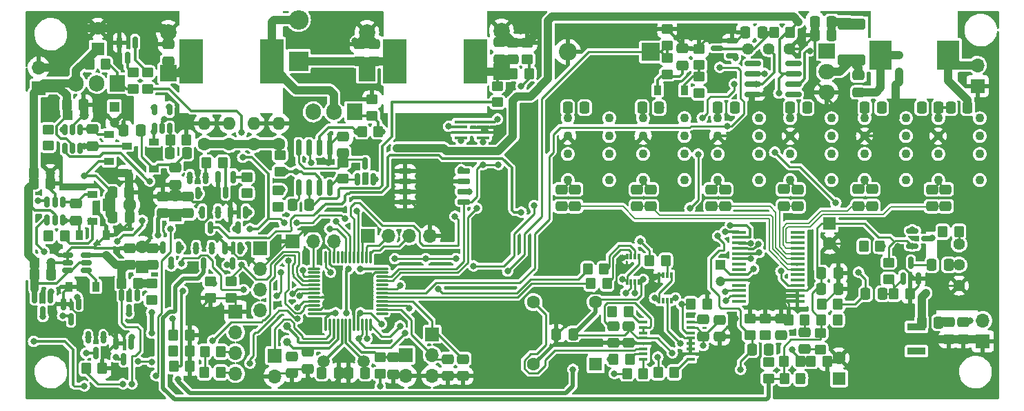
<source format=gtl>
G04 #@! TF.GenerationSoftware,KiCad,Pcbnew,6.0.10-2.fc37*
G04 #@! TF.CreationDate,2023-02-05T13:57:13+01:00*
G04 #@! TF.ProjectId,Full schematic,46756c6c-2073-4636-9865-6d617469632e,rev?*
G04 #@! TF.SameCoordinates,Original*
G04 #@! TF.FileFunction,Copper,L1,Top*
G04 #@! TF.FilePolarity,Positive*
%FSLAX46Y46*%
G04 Gerber Fmt 4.6, Leading zero omitted, Abs format (unit mm)*
G04 Created by KiCad (PCBNEW 6.0.10-2.fc37) date 2023-02-05 13:57:13*
%MOMM*%
%LPD*%
G01*
G04 APERTURE LIST*
G04 Aperture macros list*
%AMRoundRect*
0 Rectangle with rounded corners*
0 $1 Rounding radius*
0 $2 $3 $4 $5 $6 $7 $8 $9 X,Y pos of 4 corners*
0 Add a 4 corners polygon primitive as box body*
4,1,4,$2,$3,$4,$5,$6,$7,$8,$9,$2,$3,0*
0 Add four circle primitives for the rounded corners*
1,1,$1+$1,$2,$3*
1,1,$1+$1,$4,$5*
1,1,$1+$1,$6,$7*
1,1,$1+$1,$8,$9*
0 Add four rect primitives between the rounded corners*
20,1,$1+$1,$2,$3,$4,$5,0*
20,1,$1+$1,$4,$5,$6,$7,0*
20,1,$1+$1,$6,$7,$8,$9,0*
20,1,$1+$1,$8,$9,$2,$3,0*%
%AMFreePoly0*
4,1,9,5.362500,-0.866500,1.237500,-0.866500,1.237500,-0.450000,-1.237500,-0.450000,-1.237500,0.450000,1.237500,0.450000,1.237500,0.866500,5.362500,0.866500,5.362500,-0.866500,5.362500,-0.866500,$1*%
G04 Aperture macros list end*
G04 #@! TA.AperFunction,SMDPad,CuDef*
%ADD10RoundRect,0.250000X0.337500X0.475000X-0.337500X0.475000X-0.337500X-0.475000X0.337500X-0.475000X0*%
G04 #@! TD*
G04 #@! TA.AperFunction,SMDPad,CuDef*
%ADD11RoundRect,0.250000X0.450000X-0.350000X0.450000X0.350000X-0.450000X0.350000X-0.450000X-0.350000X0*%
G04 #@! TD*
G04 #@! TA.AperFunction,SMDPad,CuDef*
%ADD12RoundRect,0.150000X-0.150000X0.587500X-0.150000X-0.587500X0.150000X-0.587500X0.150000X0.587500X0*%
G04 #@! TD*
G04 #@! TA.AperFunction,SMDPad,CuDef*
%ADD13RoundRect,0.250000X-0.475000X0.337500X-0.475000X-0.337500X0.475000X-0.337500X0.475000X0.337500X0*%
G04 #@! TD*
G04 #@! TA.AperFunction,SMDPad,CuDef*
%ADD14RoundRect,0.250000X-0.350000X-0.450000X0.350000X-0.450000X0.350000X0.450000X-0.350000X0.450000X0*%
G04 #@! TD*
G04 #@! TA.AperFunction,SMDPad,CuDef*
%ADD15R,0.900000X1.200000*%
G04 #@! TD*
G04 #@! TA.AperFunction,SMDPad,CuDef*
%ADD16RoundRect,0.150000X-0.150000X0.512500X-0.150000X-0.512500X0.150000X-0.512500X0.150000X0.512500X0*%
G04 #@! TD*
G04 #@! TA.AperFunction,SMDPad,CuDef*
%ADD17RoundRect,0.250000X-0.337500X-0.475000X0.337500X-0.475000X0.337500X0.475000X-0.337500X0.475000X0*%
G04 #@! TD*
G04 #@! TA.AperFunction,SMDPad,CuDef*
%ADD18RoundRect,0.250000X-0.450000X0.350000X-0.450000X-0.350000X0.450000X-0.350000X0.450000X0.350000X0*%
G04 #@! TD*
G04 #@! TA.AperFunction,SMDPad,CuDef*
%ADD19RoundRect,0.250000X0.475000X-0.337500X0.475000X0.337500X-0.475000X0.337500X-0.475000X-0.337500X0*%
G04 #@! TD*
G04 #@! TA.AperFunction,SMDPad,CuDef*
%ADD20RoundRect,0.150000X0.587500X0.150000X-0.587500X0.150000X-0.587500X-0.150000X0.587500X-0.150000X0*%
G04 #@! TD*
G04 #@! TA.AperFunction,SMDPad,CuDef*
%ADD21RoundRect,0.150000X0.150000X-0.512500X0.150000X0.512500X-0.150000X0.512500X-0.150000X-0.512500X0*%
G04 #@! TD*
G04 #@! TA.AperFunction,SMDPad,CuDef*
%ADD22R,2.300000X0.900000*%
G04 #@! TD*
G04 #@! TA.AperFunction,SMDPad,CuDef*
%ADD23FreePoly0,180.000000*%
G04 #@! TD*
G04 #@! TA.AperFunction,SMDPad,CuDef*
%ADD24RoundRect,0.250000X-1.450000X0.400000X-1.450000X-0.400000X1.450000X-0.400000X1.450000X0.400000X0*%
G04 #@! TD*
G04 #@! TA.AperFunction,SMDPad,CuDef*
%ADD25RoundRect,0.250000X0.350000X0.450000X-0.350000X0.450000X-0.350000X-0.450000X0.350000X-0.450000X0*%
G04 #@! TD*
G04 #@! TA.AperFunction,SMDPad,CuDef*
%ADD26R,1.560000X0.400000*%
G04 #@! TD*
G04 #@! TA.AperFunction,SMDPad,CuDef*
%ADD27R,1.000000X0.400000*%
G04 #@! TD*
G04 #@! TA.AperFunction,SMDPad,CuDef*
%ADD28RoundRect,0.075000X0.075000X-0.662500X0.075000X0.662500X-0.075000X0.662500X-0.075000X-0.662500X0*%
G04 #@! TD*
G04 #@! TA.AperFunction,SMDPad,CuDef*
%ADD29RoundRect,0.075000X0.662500X-0.075000X0.662500X0.075000X-0.662500X0.075000X-0.662500X-0.075000X0*%
G04 #@! TD*
G04 #@! TA.AperFunction,SMDPad,CuDef*
%ADD30RoundRect,0.150000X-0.512500X-0.150000X0.512500X-0.150000X0.512500X0.150000X-0.512500X0.150000X0*%
G04 #@! TD*
G04 #@! TA.AperFunction,SMDPad,CuDef*
%ADD31RoundRect,0.150000X0.150000X-0.587500X0.150000X0.587500X-0.150000X0.587500X-0.150000X-0.587500X0*%
G04 #@! TD*
G04 #@! TA.AperFunction,SMDPad,CuDef*
%ADD32R,1.200000X0.900000*%
G04 #@! TD*
G04 #@! TA.AperFunction,SMDPad,CuDef*
%ADD33R,2.700000X3.600000*%
G04 #@! TD*
G04 #@! TA.AperFunction,SMDPad,CuDef*
%ADD34RoundRect,0.150000X-0.825000X-0.150000X0.825000X-0.150000X0.825000X0.150000X-0.825000X0.150000X0*%
G04 #@! TD*
G04 #@! TA.AperFunction,SMDPad,CuDef*
%ADD35R,0.300000X0.800000*%
G04 #@! TD*
G04 #@! TA.AperFunction,SMDPad,CuDef*
%ADD36RoundRect,0.150000X-0.587500X-0.150000X0.587500X-0.150000X0.587500X0.150000X-0.587500X0.150000X0*%
G04 #@! TD*
G04 #@! TA.AperFunction,SMDPad,CuDef*
%ADD37R,1.750000X0.450000*%
G04 #@! TD*
G04 #@! TA.AperFunction,SMDPad,CuDef*
%ADD38R,2.900000X5.400000*%
G04 #@! TD*
G04 #@! TA.AperFunction,SMDPad,CuDef*
%ADD39RoundRect,0.150000X-0.650000X-0.150000X0.650000X-0.150000X0.650000X0.150000X-0.650000X0.150000X0*%
G04 #@! TD*
G04 #@! TA.AperFunction,SMDPad,CuDef*
%ADD40RoundRect,0.150000X0.150000X-0.825000X0.150000X0.825000X-0.150000X0.825000X-0.150000X-0.825000X0*%
G04 #@! TD*
G04 #@! TA.AperFunction,ComponentPad*
%ADD41C,1.440000*%
G04 #@! TD*
G04 #@! TA.AperFunction,ComponentPad*
%ADD42C,1.600000*%
G04 #@! TD*
G04 #@! TA.AperFunction,ComponentPad*
%ADD43O,1.600000X1.600000*%
G04 #@! TD*
G04 #@! TA.AperFunction,ComponentPad*
%ADD44R,1.700000X1.700000*%
G04 #@! TD*
G04 #@! TA.AperFunction,ComponentPad*
%ADD45O,1.700000X1.700000*%
G04 #@! TD*
G04 #@! TA.AperFunction,ComponentPad*
%ADD46R,1.905000X2.000000*%
G04 #@! TD*
G04 #@! TA.AperFunction,ComponentPad*
%ADD47O,1.905000X2.000000*%
G04 #@! TD*
G04 #@! TA.AperFunction,ComponentPad*
%ADD48C,1.000000*%
G04 #@! TD*
G04 #@! TA.AperFunction,ComponentPad*
%ADD49R,2.400000X2.400000*%
G04 #@! TD*
G04 #@! TA.AperFunction,ComponentPad*
%ADD50O,2.400000X2.400000*%
G04 #@! TD*
G04 #@! TA.AperFunction,ComponentPad*
%ADD51C,1.100000*%
G04 #@! TD*
G04 #@! TA.AperFunction,ComponentPad*
%ADD52R,1.600000X1.600000*%
G04 #@! TD*
G04 #@! TA.AperFunction,ComponentPad*
%ADD53R,1.200000X1.200000*%
G04 #@! TD*
G04 #@! TA.AperFunction,ComponentPad*
%ADD54C,1.200000*%
G04 #@! TD*
G04 #@! TA.AperFunction,ComponentPad*
%ADD55R,2.200000X2.200000*%
G04 #@! TD*
G04 #@! TA.AperFunction,ComponentPad*
%ADD56O,2.200000X2.200000*%
G04 #@! TD*
G04 #@! TA.AperFunction,ComponentPad*
%ADD57C,1.500000*%
G04 #@! TD*
G04 #@! TA.AperFunction,ComponentPad*
%ADD58R,2.000000X2.000000*%
G04 #@! TD*
G04 #@! TA.AperFunction,ComponentPad*
%ADD59C,2.000000*%
G04 #@! TD*
G04 #@! TA.AperFunction,ComponentPad*
%ADD60R,2.000000X1.905000*%
G04 #@! TD*
G04 #@! TA.AperFunction,ComponentPad*
%ADD61O,2.000000X1.905000*%
G04 #@! TD*
G04 #@! TA.AperFunction,ViaPad*
%ADD62C,0.800000*%
G04 #@! TD*
G04 #@! TA.AperFunction,Conductor*
%ADD63C,0.250000*%
G04 #@! TD*
G04 #@! TA.AperFunction,Conductor*
%ADD64C,0.300000*%
G04 #@! TD*
G04 #@! TA.AperFunction,Conductor*
%ADD65C,1.000000*%
G04 #@! TD*
G04 #@! TA.AperFunction,Conductor*
%ADD66C,0.500000*%
G04 #@! TD*
G04 #@! TA.AperFunction,Conductor*
%ADD67C,0.200000*%
G04 #@! TD*
G04 APERTURE END LIST*
D10*
X61392000Y-63158959D03*
X59317000Y-63158959D03*
D11*
X22479000Y-35274000D03*
X22479000Y-33274000D03*
D12*
X38481000Y-47752000D03*
X36581000Y-47752000D03*
X37531000Y-49627000D03*
X46035000Y-47830500D03*
X44135000Y-47830500D03*
X45085000Y-49705500D03*
D13*
X52418000Y-61126959D03*
X52418000Y-63201959D03*
D14*
X41910000Y-37338000D03*
X43910000Y-37338000D03*
D12*
X41783000Y-39194500D03*
X39883000Y-39194500D03*
X40833000Y-41069500D03*
D15*
X26291000Y-46228000D03*
X29591000Y-46228000D03*
D13*
X85471000Y-40640000D03*
X85471000Y-42715000D03*
D16*
X24257000Y-42164000D03*
X23307000Y-42164000D03*
X22357000Y-42164000D03*
X22357000Y-44439000D03*
X23307000Y-44439000D03*
X24257000Y-44439000D03*
D17*
X104648000Y-30607000D03*
X106723000Y-30607000D03*
D11*
X81280000Y-24638000D03*
X81280000Y-22638000D03*
D14*
X79502000Y-26416000D03*
X81502000Y-26416000D03*
D18*
X34671000Y-26289000D03*
X34671000Y-28289000D03*
D19*
X37211000Y-24892000D03*
X37211000Y-22817000D03*
D20*
X106426000Y-24252000D03*
X106426000Y-22352000D03*
X104551000Y-23302000D03*
D14*
X101346000Y-54737000D03*
X103346000Y-54737000D03*
D17*
X24765000Y-30226000D03*
X26840000Y-30226000D03*
D18*
X50673000Y-40767000D03*
X50673000Y-42767000D03*
D14*
X41656000Y-63119000D03*
X43656000Y-63119000D03*
D21*
X35499000Y-33147000D03*
X36449000Y-33147000D03*
X37399000Y-33147000D03*
X37399000Y-30872000D03*
X35499000Y-30872000D03*
D17*
X30353000Y-41021000D03*
X32428000Y-41021000D03*
D18*
X125603000Y-49657000D03*
X125603000Y-51657000D03*
D10*
X39497000Y-36195000D03*
X37422000Y-36195000D03*
D13*
X91821000Y-57404000D03*
X91821000Y-59479000D03*
D22*
X129023000Y-60512000D03*
D23*
X128935500Y-59012000D03*
D22*
X129023000Y-57512000D03*
D13*
X103886000Y-40640000D03*
X103886000Y-42715000D03*
D14*
X37878000Y-62357000D03*
X39878000Y-62357000D03*
D10*
X132969000Y-49911000D03*
X130894000Y-49911000D03*
D24*
X121031000Y-20325000D03*
X121031000Y-24775000D03*
D17*
X86233000Y-30607000D03*
X88308000Y-30607000D03*
D12*
X46736000Y-43434000D03*
X44836000Y-43434000D03*
X45786000Y-45309000D03*
D10*
X131742000Y-56980000D03*
X129667000Y-56980000D03*
D14*
X37465000Y-34544000D03*
X39465000Y-34544000D03*
D25*
X91059000Y-52197000D03*
X89059000Y-52197000D03*
D18*
X58674000Y-37338000D03*
X58674000Y-39338000D03*
D12*
X26223000Y-54688500D03*
X24323000Y-54688500D03*
X25273000Y-56563500D03*
D11*
X110490000Y-58547000D03*
X110490000Y-56547000D03*
D25*
X90678000Y-50419000D03*
X88678000Y-50419000D03*
D19*
X121920000Y-28728500D03*
X121920000Y-26653500D03*
D26*
X73119000Y-32345000D03*
X73119000Y-32995000D03*
X73119000Y-33655000D03*
X73119000Y-34305000D03*
X75819000Y-34305000D03*
X75819000Y-33655000D03*
X75819000Y-32995000D03*
X75819000Y-32345000D03*
D15*
X97282000Y-28448000D03*
X100582000Y-28448000D03*
D17*
X30396000Y-44069000D03*
X32471000Y-44069000D03*
D11*
X32893000Y-28289000D03*
X32893000Y-26289000D03*
D19*
X25908000Y-44450000D03*
X25908000Y-42375000D03*
D17*
X52451000Y-42545000D03*
X54526000Y-42545000D03*
D13*
X87122000Y-40640000D03*
X87122000Y-42715000D03*
D17*
X117348000Y-50927000D03*
X119423000Y-50927000D03*
D25*
X124555000Y-47625000D03*
X122555000Y-47625000D03*
D19*
X112395000Y-58568500D03*
X112395000Y-56493500D03*
D14*
X37846000Y-60452000D03*
X39846000Y-60452000D03*
D10*
X118618000Y-20071000D03*
X116543000Y-20071000D03*
D14*
X112808000Y-63881000D03*
X114808000Y-63881000D03*
D27*
X95504000Y-56948000D03*
X95504000Y-57598000D03*
X95504000Y-58248000D03*
X95504000Y-58898000D03*
X95504000Y-59548000D03*
X95504000Y-60198000D03*
X95504000Y-60848000D03*
X95504000Y-61498000D03*
X101304000Y-61498000D03*
X101304000Y-60848000D03*
X101304000Y-60198000D03*
X101304000Y-59548000D03*
X101304000Y-58898000D03*
X101304000Y-58248000D03*
X101304000Y-57598000D03*
X101304000Y-56948000D03*
D25*
X93853000Y-61468000D03*
X91853000Y-61468000D03*
D28*
X56526000Y-57288459D03*
X57026000Y-57288459D03*
X57526000Y-57288459D03*
X58026000Y-57288459D03*
X58526000Y-57288459D03*
X59026000Y-57288459D03*
X59526000Y-57288459D03*
X60026000Y-57288459D03*
X60526000Y-57288459D03*
X61026000Y-57288459D03*
X61526000Y-57288459D03*
X62026000Y-57288459D03*
D29*
X63438500Y-55875959D03*
X63438500Y-55375959D03*
X63438500Y-54875959D03*
X63438500Y-54375959D03*
X63438500Y-53875959D03*
X63438500Y-53375959D03*
X63438500Y-52875959D03*
X63438500Y-52375959D03*
X63438500Y-51875959D03*
X63438500Y-51375959D03*
X63438500Y-50875959D03*
X63438500Y-50375959D03*
D28*
X62026000Y-48963459D03*
X61526000Y-48963459D03*
X61026000Y-48963459D03*
X60526000Y-48963459D03*
X60026000Y-48963459D03*
X59526000Y-48963459D03*
X59026000Y-48963459D03*
X58526000Y-48963459D03*
X58026000Y-48963459D03*
X57526000Y-48963459D03*
X57026000Y-48963459D03*
X56526000Y-48963459D03*
D29*
X55113500Y-50375959D03*
X55113500Y-50875959D03*
X55113500Y-51375959D03*
X55113500Y-51875959D03*
X55113500Y-52375959D03*
X55113500Y-52875959D03*
X55113500Y-53375959D03*
X55113500Y-53875959D03*
X55113500Y-54375959D03*
X55113500Y-54875959D03*
X55113500Y-55375959D03*
X55113500Y-55875959D03*
D14*
X132239000Y-45847000D03*
X134239000Y-45847000D03*
D30*
X24892000Y-48707000D03*
X24892000Y-49657000D03*
X24892000Y-50607000D03*
X27167000Y-50607000D03*
X27167000Y-49657000D03*
X27167000Y-48707000D03*
D14*
X112776000Y-61722000D03*
X114776000Y-61722000D03*
D31*
X60452000Y-39370000D03*
X62352000Y-39370000D03*
X61402000Y-37495000D03*
D18*
X77597000Y-27940000D03*
X77597000Y-29940000D03*
D13*
X64864000Y-61253959D03*
X64864000Y-63328959D03*
X54323000Y-60575959D03*
X54323000Y-62650959D03*
D12*
X29276000Y-58831000D03*
X27376000Y-58831000D03*
X28326000Y-60706000D03*
X43307000Y-43434000D03*
X41407000Y-43434000D03*
X42357000Y-45309000D03*
D13*
X105537000Y-40640000D03*
X105537000Y-42715000D03*
D19*
X62484000Y-24892000D03*
X62484000Y-22817000D03*
X27940000Y-35327500D03*
X27940000Y-33252500D03*
D11*
X110871000Y-63881000D03*
X110871000Y-61881000D03*
X108585000Y-58515000D03*
X108585000Y-56515000D03*
D32*
X32131000Y-35306000D03*
X32131000Y-38606000D03*
D13*
X130937000Y-40640000D03*
X130937000Y-42715000D03*
D19*
X77851000Y-24638000D03*
X77851000Y-22563000D03*
D16*
X26416000Y-33285000D03*
X25466000Y-33285000D03*
X24516000Y-33285000D03*
X24516000Y-35560000D03*
X25466000Y-35560000D03*
X26416000Y-35560000D03*
D17*
X117348000Y-52832000D03*
X119423000Y-52832000D03*
X95355500Y-30607000D03*
X97430500Y-30607000D03*
D32*
X27940000Y-41275000D03*
X27940000Y-44575000D03*
D14*
X117348000Y-56642000D03*
X119348000Y-56642000D03*
D13*
X73406000Y-61468000D03*
X73406000Y-63543000D03*
D18*
X35179000Y-52213000D03*
X35179000Y-54213000D03*
D11*
X102362000Y-25384000D03*
X102362000Y-23384000D03*
D13*
X121920000Y-40618500D03*
X121920000Y-42693500D03*
D14*
X116078000Y-61722000D03*
X118078000Y-61722000D03*
D25*
X62992000Y-33528000D03*
X60992000Y-33528000D03*
D17*
X20701000Y-39878000D03*
X22776000Y-39878000D03*
D13*
X93726000Y-57404000D03*
X93726000Y-59479000D03*
D18*
X98425000Y-24511000D03*
X98425000Y-26511000D03*
X50927000Y-36449000D03*
X50927000Y-38449000D03*
D19*
X58674000Y-36195000D03*
X58674000Y-34120000D03*
D25*
X24511000Y-46355000D03*
X22511000Y-46355000D03*
X99314000Y-63119000D03*
X97314000Y-63119000D03*
D13*
X123571000Y-40618500D03*
X123571000Y-42693500D03*
D14*
X126238000Y-53467000D03*
X128238000Y-53467000D03*
D12*
X42540000Y-47879000D03*
X40640000Y-47879000D03*
X41590000Y-49754000D03*
D17*
X20785000Y-51054000D03*
X22860000Y-51054000D03*
D32*
X29972000Y-33909000D03*
X29972000Y-37209000D03*
D14*
X37846000Y-58547000D03*
X39846000Y-58547000D03*
D18*
X42418000Y-51943000D03*
X42418000Y-53943000D03*
D19*
X36576000Y-43561000D03*
X36576000Y-41486000D03*
D33*
X124628000Y-24135000D03*
X132928000Y-24135000D03*
D15*
X28319000Y-52578000D03*
X25019000Y-52578000D03*
D34*
X108966000Y-25146000D03*
X108966000Y-26416000D03*
X108966000Y-27686000D03*
X108966000Y-28956000D03*
X113916000Y-28956000D03*
X113916000Y-27686000D03*
X113916000Y-26416000D03*
X113916000Y-25146000D03*
D17*
X113538000Y-30607000D03*
X115613000Y-30607000D03*
D14*
X91694000Y-55626000D03*
X93694000Y-55626000D03*
D11*
X102362000Y-28829000D03*
X102362000Y-26829000D03*
D13*
X132969000Y-56958500D03*
X132969000Y-59033500D03*
D25*
X113538000Y-21336000D03*
X111538000Y-21336000D03*
D10*
X124841000Y-53467000D03*
X122766000Y-53467000D03*
D11*
X98425000Y-22987000D03*
X98425000Y-20987000D03*
D13*
X115316000Y-58166000D03*
X115316000Y-60241000D03*
D10*
X86911000Y-58420000D03*
X84836000Y-58420000D03*
D35*
X94996000Y-48895000D03*
X94496000Y-48895000D03*
X93996000Y-48895000D03*
X93496000Y-48895000D03*
X93496000Y-51995000D03*
X93996000Y-51995000D03*
X94496000Y-51995000D03*
X94996000Y-51995000D03*
D25*
X115316000Y-56642000D03*
X113316000Y-56642000D03*
D19*
X39624000Y-43582500D03*
X39624000Y-41507500D03*
D36*
X128524000Y-45720000D03*
X128524000Y-47620000D03*
X130399000Y-46670000D03*
D19*
X60706000Y-24892000D03*
X60706000Y-22817000D03*
D18*
X46863000Y-39116000D03*
X46863000Y-41116000D03*
D12*
X22733000Y-53848000D03*
X20833000Y-53848000D03*
X21783000Y-55723000D03*
D10*
X118618000Y-21722000D03*
X116543000Y-21722000D03*
D14*
X27133000Y-62641000D03*
X29133000Y-62641000D03*
D12*
X33383500Y-53606500D03*
X31483500Y-53606500D03*
X32433500Y-55481500D03*
D11*
X62230000Y-31623000D03*
X62230000Y-29623000D03*
D37*
X107227000Y-45906000D03*
X107227000Y-46556000D03*
X107227000Y-47206000D03*
X107227000Y-47856000D03*
X107227000Y-48506000D03*
X107227000Y-49156000D03*
X107227000Y-49806000D03*
X107227000Y-50456000D03*
X107227000Y-51106000D03*
X107227000Y-51756000D03*
X107227000Y-52406000D03*
X107227000Y-53056000D03*
X107227000Y-53706000D03*
X107227000Y-54356000D03*
X114427000Y-54356000D03*
X114427000Y-53706000D03*
X114427000Y-53056000D03*
X114427000Y-52406000D03*
X114427000Y-51756000D03*
X114427000Y-51106000D03*
X114427000Y-50456000D03*
X114427000Y-49806000D03*
X114427000Y-49156000D03*
X114427000Y-48506000D03*
X114427000Y-47856000D03*
X114427000Y-47206000D03*
X114427000Y-46556000D03*
X114427000Y-45906000D03*
D12*
X32700000Y-59593000D03*
X30800000Y-59593000D03*
X31750000Y-61468000D03*
D25*
X95504000Y-63246000D03*
X93504000Y-63246000D03*
D13*
X96393000Y-40640000D03*
X96393000Y-42715000D03*
D38*
X65024000Y-24892000D03*
X74924000Y-24892000D03*
D19*
X79502000Y-24681000D03*
X79502000Y-22606000D03*
D11*
X63213000Y-63285959D03*
X63213000Y-61285959D03*
D13*
X112776000Y-40618500D03*
X112776000Y-42693500D03*
D25*
X98266000Y-49403000D03*
X96266000Y-49403000D03*
D13*
X134747000Y-56958500D03*
X134747000Y-59033500D03*
X71501000Y-61468000D03*
X71501000Y-63543000D03*
D38*
X40005000Y-24892000D03*
X49905000Y-24892000D03*
D19*
X35306000Y-49911000D03*
X35306000Y-47836000D03*
D14*
X27559000Y-25273000D03*
X29559000Y-25273000D03*
D19*
X100330000Y-25400000D03*
X100330000Y-23325000D03*
D17*
X129667000Y-30607000D03*
X131742000Y-30607000D03*
D18*
X44958000Y-51943000D03*
X44958000Y-53943000D03*
D17*
X122682000Y-30607000D03*
X124757000Y-30607000D03*
D13*
X114427000Y-40640000D03*
X114427000Y-42715000D03*
D32*
X35433000Y-38100000D03*
X35433000Y-34800000D03*
D10*
X110109000Y-21336000D03*
X108034000Y-21336000D03*
D13*
X132588000Y-40640000D03*
X132588000Y-42715000D03*
D12*
X45212000Y-39116000D03*
X43312000Y-39116000D03*
X44262000Y-40991000D03*
D13*
X38100000Y-37973000D03*
X38100000Y-40048000D03*
D31*
X127386000Y-51562000D03*
X129286000Y-51562000D03*
X128336000Y-49687000D03*
D17*
X56058000Y-63158959D03*
X58133000Y-63158959D03*
D39*
X66294000Y-38354000D03*
X66294000Y-39624000D03*
X66294000Y-40894000D03*
X66294000Y-42164000D03*
X73494000Y-42164000D03*
X73494000Y-40894000D03*
X73494000Y-39624000D03*
X73494000Y-38354000D03*
D12*
X33147000Y-22606000D03*
X31247000Y-22606000D03*
X32197000Y-24481000D03*
D17*
X108839000Y-60325000D03*
X110914000Y-60325000D03*
X133223000Y-30607000D03*
X135298000Y-30607000D03*
D25*
X119380000Y-54737000D03*
X117380000Y-54737000D03*
D19*
X102870000Y-58674000D03*
X102870000Y-56599000D03*
D14*
X31496000Y-52197000D03*
X33496000Y-52197000D03*
D13*
X104902000Y-56642000D03*
X104902000Y-58717000D03*
X94742000Y-40640000D03*
X94742000Y-42715000D03*
D35*
X98933000Y-51181000D03*
X98433000Y-51181000D03*
X97933000Y-51181000D03*
X97433000Y-51181000D03*
X97433000Y-54281000D03*
X97933000Y-54281000D03*
X98433000Y-54281000D03*
X98933000Y-54281000D03*
D14*
X41688000Y-60579000D03*
X43688000Y-60579000D03*
D40*
X53213000Y-40448000D03*
X54483000Y-40448000D03*
X55753000Y-40448000D03*
X57023000Y-40448000D03*
X57023000Y-35498000D03*
X55753000Y-35498000D03*
X54483000Y-35498000D03*
X53213000Y-35498000D03*
D10*
X33825000Y-33401000D03*
X31750000Y-33401000D03*
D19*
X32512000Y-49932500D03*
X32512000Y-47857500D03*
D18*
X117221000Y-58293000D03*
X117221000Y-60293000D03*
D41*
X113411000Y-23368000D03*
X110871000Y-23368000D03*
X108331000Y-23368000D03*
D42*
X47752000Y-35052000D03*
D43*
X47752000Y-32512000D03*
D44*
X69596000Y-58435000D03*
D45*
X69596000Y-60975000D03*
X69596000Y-63515000D03*
D46*
X60071000Y-31115000D03*
D47*
X57531000Y-31115000D03*
X54991000Y-31115000D03*
D48*
X51783000Y-59343959D03*
X51783000Y-57443959D03*
D49*
X53213000Y-24892000D03*
D50*
X53213000Y-19812000D03*
D42*
X50800000Y-35052000D03*
D43*
X50800000Y-32512000D03*
D51*
X122656000Y-39487000D03*
X122656000Y-36287000D03*
X122656000Y-34087000D03*
X122656000Y-31887000D03*
X127736000Y-31887000D03*
X127736000Y-34087000D03*
X127736000Y-36287000D03*
X127736000Y-39487000D03*
D44*
X21336000Y-28194000D03*
D45*
X21336000Y-25654000D03*
D44*
X48514000Y-47879000D03*
D45*
X48514000Y-50419000D03*
X48514000Y-52959000D03*
X48514000Y-55499000D03*
D51*
X131699000Y-39497000D03*
X131699000Y-36297000D03*
X131699000Y-34097000D03*
X131699000Y-31897000D03*
X136779000Y-31897000D03*
X136779000Y-34097000D03*
X136779000Y-36297000D03*
X136779000Y-39497000D03*
D52*
X28575000Y-23368000D03*
D42*
X28575000Y-20868000D03*
D44*
X50259000Y-61042959D03*
D45*
X50259000Y-63582959D03*
D51*
X86233000Y-39497000D03*
X86233000Y-36297000D03*
X86233000Y-34097000D03*
X86233000Y-31897000D03*
X91313000Y-31897000D03*
X91313000Y-34097000D03*
X91313000Y-36297000D03*
X91313000Y-39497000D03*
D53*
X24892000Y-31496000D03*
D54*
X26892000Y-31496000D03*
D41*
X134239000Y-47371000D03*
X134239000Y-49911000D03*
X134239000Y-52451000D03*
D52*
X119507000Y-63838000D03*
D42*
X119507000Y-61338000D03*
X41656000Y-35052000D03*
D43*
X41656000Y-32512000D03*
D55*
X96393000Y-23749000D03*
D56*
X86233000Y-23749000D03*
D52*
X34036000Y-50165000D03*
D42*
X34036000Y-47665000D03*
D53*
X30607000Y-30480000D03*
D54*
X30607000Y-32480000D03*
D57*
X61181000Y-61761959D03*
X56301000Y-61761959D03*
D52*
X38100000Y-43815000D03*
D42*
X38100000Y-41315000D03*
D51*
X95478000Y-39487000D03*
X95478000Y-36287000D03*
X95478000Y-34087000D03*
X95478000Y-31887000D03*
X100558000Y-31887000D03*
X100558000Y-34087000D03*
X100558000Y-36287000D03*
X100558000Y-39487000D03*
D52*
X29975621Y-42545000D03*
D42*
X32475621Y-42545000D03*
D53*
X20828000Y-49657000D03*
D54*
X22828000Y-49657000D03*
D44*
X61722000Y-46355000D03*
D45*
X64262000Y-46355000D03*
X66802000Y-46355000D03*
X69342000Y-46355000D03*
D52*
X89662000Y-62103000D03*
D42*
X82042000Y-62103000D03*
X82042000Y-54483000D03*
X89662000Y-54483000D03*
D44*
X137160000Y-59266000D03*
D45*
X137160000Y-56726000D03*
D52*
X118364000Y-44791621D03*
D42*
X118364000Y-47291621D03*
D44*
X136525000Y-27945000D03*
D45*
X136525000Y-25405000D03*
D44*
X66388000Y-60994959D03*
D45*
X66388000Y-63534959D03*
D58*
X37211000Y-26370677D03*
D59*
X37211000Y-21370677D03*
D44*
X52451000Y-46990000D03*
D45*
X54991000Y-46990000D03*
X57531000Y-46990000D03*
D60*
X117983000Y-23627000D03*
D61*
X117983000Y-26167000D03*
X117983000Y-28707000D03*
D42*
X44704000Y-35052000D03*
D43*
X44704000Y-32512000D03*
D51*
X113538000Y-39497000D03*
X113538000Y-36297000D03*
X113538000Y-34097000D03*
X113538000Y-31897000D03*
X118618000Y-31897000D03*
X118618000Y-34097000D03*
X118618000Y-36297000D03*
X118618000Y-39497000D03*
D58*
X61595000Y-26370677D03*
D59*
X61595000Y-21370677D03*
D53*
X20744401Y-38608000D03*
D54*
X22744401Y-38608000D03*
D58*
X78105000Y-26162000D03*
D59*
X78105000Y-21162000D03*
D53*
X104985000Y-49920401D03*
D54*
X104985000Y-51920401D03*
D46*
X30988000Y-27615000D03*
D47*
X28448000Y-27615000D03*
X25908000Y-27615000D03*
D44*
X45466000Y-55626000D03*
D45*
X45466000Y-58166000D03*
X45466000Y-60706000D03*
X45466000Y-63246000D03*
D51*
X104648000Y-39497000D03*
X104648000Y-36297000D03*
X104648000Y-34097000D03*
X104648000Y-31897000D03*
X109728000Y-31897000D03*
X109728000Y-34097000D03*
X109728000Y-36297000D03*
X109728000Y-39497000D03*
D62*
X84455000Y-32004000D03*
X55245000Y-56769000D03*
X30099000Y-65532000D03*
X138684000Y-62103000D03*
X124841000Y-61214000D03*
X138430000Y-54356000D03*
X123063000Y-61595000D03*
X90805000Y-20828000D03*
X123952000Y-56642000D03*
X32258000Y-19558000D03*
X82296000Y-21336000D03*
X126619000Y-59393000D03*
X71628000Y-56642000D03*
X125730000Y-54991000D03*
X135128000Y-19431000D03*
X107442000Y-41656000D03*
X75819000Y-54991000D03*
X58674000Y-34120000D03*
X23622000Y-26162000D03*
X110490000Y-28829000D03*
X25019000Y-19431000D03*
X129286000Y-61976000D03*
X60052323Y-22370677D03*
X138430000Y-39497000D03*
X117221000Y-32385000D03*
X106299000Y-60452000D03*
X123952000Y-55753000D03*
X122174000Y-56261000D03*
X121285000Y-60706000D03*
X29149000Y-62641000D03*
X121920000Y-65659000D03*
X73279000Y-54991000D03*
X138430000Y-37338000D03*
X123952000Y-32385000D03*
X138430000Y-48260000D03*
X131191000Y-59012000D03*
X83820000Y-53848000D03*
X107442000Y-39497000D03*
X134725500Y-59012000D03*
X102108000Y-53086000D03*
X120396000Y-59309000D03*
X58768000Y-63158959D03*
X93091000Y-41656000D03*
X85344000Y-56515000D03*
X90551000Y-28956000D03*
X89281000Y-24765000D03*
X88138000Y-35179000D03*
X78994000Y-62357000D03*
X86995000Y-50292000D03*
X126619000Y-58504000D03*
X138430000Y-46355000D03*
X137160000Y-65913000D03*
X123952000Y-35179000D03*
X77597000Y-59563000D03*
X128397000Y-61976000D03*
X20574000Y-65405000D03*
X96520000Y-64770000D03*
X138684000Y-65913000D03*
X138430000Y-42037000D03*
X62230000Y-29591000D03*
X85471000Y-64262000D03*
X99695000Y-46482000D03*
X125730000Y-55880000D03*
X100203000Y-42037000D03*
X112649000Y-53975000D03*
X116543000Y-20071000D03*
X124841000Y-57658000D03*
X107992000Y-21378000D03*
X59944000Y-19558000D03*
X99060000Y-64770000D03*
X127508000Y-59055000D03*
X20574000Y-23114000D03*
X27051000Y-19431000D03*
X87630000Y-32004000D03*
X138430000Y-44196000D03*
X117221000Y-35179000D03*
X88773000Y-20828000D03*
X112395000Y-56515000D03*
X125730000Y-57658000D03*
X123063000Y-62484000D03*
X132588000Y-65913000D03*
X126111000Y-35179000D03*
X123952000Y-62103000D03*
X135255000Y-23368000D03*
X56896000Y-37338000D03*
X20447000Y-61341000D03*
X105664000Y-37846000D03*
X127508000Y-61976000D03*
X123952000Y-54864000D03*
X90043000Y-48768000D03*
X126238000Y-65913000D03*
X91821000Y-59479000D03*
X124206000Y-65913000D03*
X89916000Y-32004000D03*
X124841000Y-55880000D03*
X130429000Y-65913000D03*
X121285000Y-58039000D03*
X98298000Y-47879000D03*
X78486000Y-48006000D03*
X68834000Y-51943000D03*
X135128000Y-35179000D03*
X82042000Y-40386000D03*
X125984000Y-32385000D03*
X90170000Y-64770000D03*
X100711000Y-20828000D03*
X115062000Y-32385000D03*
X126619000Y-61214000D03*
X95250000Y-28956000D03*
X123063000Y-57150000D03*
X93091000Y-35179000D03*
X111252000Y-33147000D03*
X123063000Y-59817000D03*
X125730000Y-59393000D03*
X119634000Y-58801000D03*
X122174000Y-61595000D03*
X122174000Y-58039000D03*
X62230000Y-19558000D03*
X57752000Y-53760959D03*
X96266000Y-27051000D03*
X138430000Y-27432000D03*
X135009603Y-32393603D03*
X34758000Y-41315000D03*
X108585000Y-56515000D03*
X121285000Y-57150000D03*
X42672000Y-57150000D03*
X126111000Y-37465000D03*
X135001000Y-65913000D03*
X123952000Y-60325000D03*
X93599000Y-27051000D03*
X76962000Y-61214000D03*
X20574000Y-57531000D03*
X93091000Y-20828000D03*
X90170000Y-35179000D03*
X138430000Y-24765000D03*
X74930000Y-45085000D03*
X66294000Y-38354000D03*
X80772000Y-64135000D03*
X76073000Y-33401000D03*
X57766323Y-22370677D03*
X124841000Y-54991000D03*
X101600000Y-64770000D03*
X103378000Y-54864000D03*
X96520000Y-46355000D03*
X93345000Y-64770000D03*
X27686000Y-54737000D03*
X102489000Y-20828000D03*
X86995000Y-37846000D03*
X20701000Y-19431000D03*
X79248000Y-59563000D03*
X122174000Y-60706000D03*
X91694000Y-55626000D03*
X129413000Y-32385000D03*
X90551000Y-27051000D03*
X90170000Y-46990000D03*
X123063000Y-58039000D03*
X93091000Y-32004000D03*
X92837000Y-28956000D03*
X30480000Y-38481000D03*
X125730000Y-58504000D03*
X66929000Y-51943000D03*
X75184000Y-59563000D03*
X87249000Y-53848000D03*
X83566000Y-50292000D03*
X138684000Y-64389000D03*
X77597000Y-64389000D03*
X35179000Y-19558000D03*
X55480323Y-22370677D03*
X122174000Y-57150000D03*
X88392000Y-41656000D03*
X115062000Y-36449000D03*
X29845000Y-57023000D03*
X123952000Y-58504000D03*
X66040000Y-34163000D03*
X124841000Y-58504000D03*
X27686000Y-57023000D03*
X60016500Y-53739459D03*
X25400000Y-24511000D03*
X104013000Y-64770000D03*
X74422000Y-56642000D03*
X108204000Y-33147000D03*
X123952000Y-61214000D03*
X88138000Y-28956000D03*
X106426000Y-20828000D03*
X99441000Y-37338000D03*
X121285000Y-58928000D03*
X97663000Y-32131000D03*
X87503000Y-27051000D03*
X92964000Y-49022000D03*
X83566000Y-46990000D03*
X90678000Y-41656000D03*
X78105000Y-54991000D03*
X78232000Y-45085000D03*
X73025000Y-59563000D03*
X126619000Y-60325000D03*
X138430000Y-52324000D03*
X123063000Y-56388000D03*
X102108000Y-48895000D03*
X120396000Y-58420000D03*
X29845000Y-52197000D03*
X26503000Y-20868000D03*
X25019000Y-52578000D03*
X81915000Y-59690000D03*
X133096000Y-32385000D03*
X23876000Y-57658000D03*
X54229000Y-57658000D03*
X43561000Y-55626000D03*
X121285000Y-59817000D03*
X86995000Y-46990000D03*
X51816000Y-30099000D03*
X98425000Y-20828000D03*
X81788000Y-56261000D03*
X29845000Y-54737000D03*
X133096000Y-35052000D03*
X126873000Y-26162000D03*
X124841000Y-60325000D03*
X77724000Y-33782000D03*
X76835000Y-56642000D03*
X115062000Y-34290000D03*
X110490000Y-54356000D03*
X66040000Y-32131000D03*
X59436000Y-26797000D03*
X79248000Y-56642000D03*
X123952000Y-37465000D03*
X123063000Y-55499000D03*
X86868000Y-20828000D03*
X121285000Y-62484000D03*
X106426000Y-64770000D03*
X98044000Y-40005000D03*
X85090000Y-61722000D03*
X128397000Y-65913000D03*
X60800000Y-52469459D03*
X75057000Y-48006000D03*
X95885000Y-20828000D03*
X125730000Y-61214000D03*
X125730000Y-60325000D03*
X57752000Y-52490959D03*
X75184000Y-64389000D03*
X91567000Y-24765000D03*
X126619000Y-57658000D03*
X85344000Y-28956000D03*
X106807000Y-56515000D03*
X124841000Y-56769000D03*
X108585000Y-37846000D03*
X123952000Y-57531000D03*
X29972000Y-19431000D03*
X126619000Y-62103000D03*
X116078000Y-52070000D03*
X125730000Y-56769000D03*
X55118000Y-26797000D03*
X34290000Y-63881000D03*
X138430000Y-29972000D03*
X119423000Y-52832000D03*
X123063000Y-58928000D03*
X122174000Y-62484000D03*
X90551000Y-37846000D03*
X110490000Y-56388000D03*
X104394000Y-20828000D03*
X68326000Y-41148000D03*
X26670000Y-22606000D03*
X138430000Y-35052000D03*
X123952000Y-59393000D03*
X69596000Y-40259000D03*
X129413000Y-37592000D03*
X57785000Y-19558000D03*
X138430000Y-32639000D03*
X135128000Y-37465000D03*
X97917000Y-42926000D03*
X123063000Y-60706000D03*
X125730000Y-62103000D03*
X36703000Y-32004000D03*
X109049000Y-52417000D03*
X97028000Y-37338000D03*
X76454000Y-39243000D03*
X96901000Y-51435000D03*
X124841000Y-62103000D03*
X99441000Y-35179000D03*
X126619000Y-54991000D03*
X119761000Y-65659000D03*
X126619000Y-55880000D03*
X76454000Y-42545000D03*
X121285000Y-56261000D03*
X64864000Y-63285959D03*
X69596000Y-42418000D03*
X126619000Y-56769000D03*
X122174000Y-58928000D03*
X132969000Y-37465000D03*
X117221000Y-37465000D03*
X122174000Y-59817000D03*
X121285000Y-61595000D03*
X23876000Y-65532000D03*
X138430000Y-50292000D03*
X99484000Y-56515000D03*
X75184000Y-62357000D03*
X82042000Y-36957000D03*
X94107000Y-24765000D03*
X126746000Y-47625000D03*
X57150000Y-26797000D03*
X97028000Y-35179000D03*
X109093000Y-54610000D03*
X55499000Y-19558000D03*
X106299000Y-35179000D03*
X124841000Y-59393000D03*
X108712000Y-64770000D03*
X99695000Y-49784000D03*
X135255000Y-30607000D03*
X97663000Y-30607000D03*
X106553000Y-30607000D03*
X115443000Y-30607000D03*
X129667000Y-30607000D03*
X88138000Y-30607000D03*
X102362000Y-28829000D03*
X124714000Y-30607000D03*
X110363000Y-26416000D03*
X115951000Y-23622000D03*
X92964000Y-51689000D03*
X41656000Y-63119000D03*
X41688000Y-60579000D03*
X65024000Y-49149000D03*
X72517000Y-49149000D03*
X73152000Y-38227000D03*
X96901000Y-53975000D03*
X32385000Y-55880000D03*
X71628000Y-32893000D03*
X68834000Y-49149000D03*
X100203000Y-54737000D03*
X51181000Y-40640000D03*
X46228000Y-47879000D03*
X22479000Y-33274000D03*
X24257000Y-33274000D03*
X22479000Y-46355000D03*
X21209000Y-42037000D03*
X101219000Y-42926000D03*
X104648000Y-46355000D03*
X107442000Y-62738000D03*
X106680000Y-27686000D03*
X102235000Y-36322000D03*
X102743000Y-31877000D03*
X65278000Y-35560000D03*
X39497000Y-36195000D03*
X112141000Y-28829000D03*
X114554000Y-20066000D03*
X54737000Y-37338000D03*
X35433000Y-38100000D03*
X58166000Y-39370000D03*
X110871000Y-61849000D03*
X110855000Y-60341000D03*
X118618000Y-20071000D03*
X24511000Y-44450000D03*
X117348000Y-56642000D03*
X128524000Y-47625000D03*
X117348000Y-50927000D03*
X21844000Y-56261000D03*
X80518000Y-43434000D03*
X109049000Y-50385000D03*
X109347000Y-27686000D03*
X115443000Y-61722000D03*
X113792000Y-60325000D03*
X115062000Y-63754000D03*
X110490000Y-58547000D03*
X117169000Y-60241000D03*
X104902000Y-25654000D03*
X111633000Y-36068000D03*
X119126000Y-42291000D03*
X105791000Y-32893000D03*
X122555000Y-47625000D03*
X112395000Y-58547000D03*
X44450000Y-49911000D03*
X43307000Y-43434000D03*
X22860000Y-53213000D03*
X42545000Y-47879000D03*
X20828000Y-52832000D03*
X27371000Y-58831000D03*
X59043500Y-55814459D03*
X59338500Y-50394459D03*
X63373000Y-57150000D03*
X32766000Y-64516000D03*
X29591000Y-48641000D03*
X63213000Y-64809959D03*
X57135000Y-50800000D03*
X60800000Y-55792959D03*
X57752000Y-55792959D03*
X60800000Y-50394459D03*
X38417500Y-63944500D03*
X22479000Y-35306000D03*
X102870000Y-59817000D03*
X40640000Y-47879000D03*
X26924000Y-38989000D03*
X35687000Y-63500000D03*
X99060000Y-60706000D03*
X39878000Y-39116000D03*
X41275000Y-43434000D03*
X95504000Y-51689000D03*
X37465000Y-45466000D03*
X86953000Y-58462000D03*
X86868000Y-62738000D03*
X99441000Y-53975000D03*
X27117000Y-62641000D03*
X61595000Y-58928000D03*
X31623000Y-64516000D03*
X35433000Y-30607000D03*
X37338000Y-30480000D03*
X77597000Y-29940000D03*
X54483000Y-42545000D03*
X52451000Y-42545000D03*
X126873000Y-24130000D03*
X37465000Y-36195000D03*
X26902500Y-35327500D03*
X52864000Y-38449000D03*
X51594000Y-38449000D03*
X121920000Y-50800000D03*
X35179000Y-58293000D03*
X27686000Y-44450000D03*
X24511000Y-46355000D03*
X35179000Y-55753000D03*
X35941000Y-46228000D03*
X130937000Y-49911000D03*
X112395000Y-50673000D03*
X132334000Y-56726000D03*
X115316000Y-56642000D03*
X130175000Y-53340000D03*
X135636000Y-56726000D03*
X28319000Y-52578000D03*
X60325000Y-33528000D03*
X63500000Y-33528000D03*
X52418000Y-60999959D03*
X129667000Y-60452000D03*
X38735000Y-47752000D03*
X35179000Y-54229000D03*
X37592000Y-50038000D03*
X106807000Y-24511000D03*
X41783000Y-39116000D03*
X128524000Y-45593000D03*
X105537000Y-45847000D03*
X50546000Y-53721000D03*
X38862000Y-49768000D03*
X60325000Y-43307000D03*
X46482000Y-52959000D03*
X38989000Y-53086000D03*
X51054000Y-50800000D03*
X91440000Y-61468000D03*
X94488000Y-53340000D03*
X77597000Y-32004000D03*
X119507000Y-56642000D03*
X53721000Y-50546000D03*
X37721000Y-56513000D03*
X34036000Y-44450000D03*
X30988000Y-46990000D03*
X34925000Y-39624000D03*
X46355000Y-36703000D03*
X46228000Y-33655000D03*
X52959000Y-44704000D03*
X47244000Y-45466000D03*
X58864500Y-44259500D03*
X51435000Y-44704000D03*
X65659000Y-52451000D03*
X42799000Y-52197000D03*
X46228000Y-49879000D03*
X35433000Y-33528000D03*
X66294000Y-58293000D03*
X60579000Y-58928000D03*
X78867000Y-50673000D03*
X57785000Y-44577000D03*
X57023000Y-45466000D03*
X41021000Y-41148000D03*
X53340000Y-53721000D03*
X52451000Y-53467000D03*
X130937000Y-46623000D03*
X132207000Y-45847000D03*
X30800000Y-61244000D03*
X32705000Y-58831000D03*
X45466000Y-45466000D03*
X47117000Y-43434000D03*
X24257000Y-56134000D03*
X26035000Y-53848000D03*
X27117000Y-60736000D03*
X29276000Y-58831000D03*
X50673000Y-42799000D03*
X62611000Y-39370000D03*
X124841000Y-47625000D03*
X109601000Y-47371000D03*
X70358000Y-52832000D03*
X66802000Y-55245000D03*
X95123000Y-46990000D03*
X72390000Y-43942000D03*
X47244000Y-61976000D03*
X53086000Y-56515000D03*
X33528000Y-61722000D03*
X53086000Y-55118000D03*
X35179000Y-61849000D03*
X42672000Y-59182000D03*
X21971000Y-48260000D03*
X26924000Y-64770000D03*
X37846000Y-60452000D03*
X20701000Y-59309000D03*
X91948000Y-63246000D03*
X93345000Y-53340000D03*
X100076000Y-59563000D03*
X97282000Y-61214000D03*
X82105500Y-42608500D03*
X74676000Y-50038000D03*
X80518000Y-27940000D03*
X65659000Y-57404000D03*
X46863000Y-41148000D03*
X51943000Y-49403000D03*
X73152000Y-34671000D03*
X105537000Y-53213000D03*
X75057000Y-42926000D03*
X74168000Y-40894000D03*
X77724000Y-37592000D03*
X105600500Y-54292500D03*
X75819000Y-37592000D03*
X75819000Y-34798000D03*
X106172000Y-45085000D03*
X109728000Y-48387000D03*
X108712000Y-47244000D03*
X108712000Y-49149000D03*
D63*
X123516000Y-48641000D02*
X124079000Y-48641000D01*
D64*
X109049000Y-52417000D02*
X109049000Y-51782000D01*
D63*
X98679000Y-61468000D02*
X99984000Y-61468000D01*
X126746000Y-49506251D02*
X126746000Y-47625000D01*
D65*
X32471000Y-42549621D02*
X32475621Y-42545000D01*
X126486000Y-31883000D02*
X126486000Y-27819000D01*
X61638000Y-22817000D02*
X62484000Y-22817000D01*
D64*
X43312000Y-42159000D02*
X43307000Y-42164000D01*
D65*
X39624000Y-41507500D02*
X38292500Y-41507500D01*
D63*
X52418000Y-63201959D02*
X50640000Y-63201959D01*
D64*
X57026000Y-48963459D02*
X57026000Y-49802000D01*
D63*
X96759000Y-59548000D02*
X98679000Y-61468000D01*
X97433000Y-51181000D02*
X97933000Y-51181000D01*
D64*
X60026000Y-53772959D02*
X60038000Y-53760959D01*
X114427000Y-53706000D02*
X112918000Y-53706000D01*
X42291000Y-42164000D02*
X40280500Y-42164000D01*
X57567041Y-53760959D02*
X57752000Y-53760959D01*
D63*
X108585000Y-56515000D02*
X110458000Y-56515000D01*
D65*
X126873000Y-27432000D02*
X126873000Y-26162000D01*
X32428000Y-41021000D02*
X32428000Y-38903000D01*
D64*
X100330000Y-23325000D02*
X102303000Y-23325000D01*
X24892000Y-48260000D02*
X25400000Y-47752000D01*
D63*
X55085000Y-64301959D02*
X54323000Y-63539959D01*
D64*
X109023000Y-51756000D02*
X110472000Y-51756000D01*
D63*
X30800000Y-58945749D02*
X27607251Y-55753000D01*
D64*
X25466000Y-33285000D02*
X25466000Y-32865393D01*
D63*
X93369000Y-49022000D02*
X93496000Y-48895000D01*
D64*
X75819000Y-33655000D02*
X75819000Y-32995000D01*
D63*
X57026000Y-48151000D02*
X56246000Y-47371000D01*
D64*
X126111000Y-35179000D02*
X130617000Y-35179000D01*
X103124000Y-22352000D02*
X106426000Y-22352000D01*
D65*
X22776000Y-38639599D02*
X22744401Y-38608000D01*
D64*
X88138000Y-35179000D02*
X90170000Y-35179000D01*
X106299000Y-35179000D02*
X112456000Y-35179000D01*
X29591000Y-46228000D02*
X30861000Y-46228000D01*
D63*
X45466000Y-54451000D02*
X44958000Y-53943000D01*
X69624000Y-63543000D02*
X69596000Y-63515000D01*
D64*
X107227000Y-51756000D02*
X105149401Y-51756000D01*
D65*
X32475621Y-42545000D02*
X32475621Y-41068621D01*
D64*
X55113500Y-55375959D02*
X55952041Y-55375959D01*
D65*
X32428000Y-38903000D02*
X32131000Y-38606000D01*
D63*
X123190000Y-46228000D02*
X123480000Y-46518000D01*
D64*
X117983000Y-29414000D02*
X122656000Y-34087000D01*
X113411000Y-23368000D02*
X114897000Y-23368000D01*
X102303000Y-23325000D02*
X102362000Y-23384000D01*
X23307000Y-42164000D02*
X23307000Y-41214000D01*
D63*
X31750000Y-33401000D02*
X31528000Y-33401000D01*
X51943000Y-46990000D02*
X52451000Y-46990000D01*
D64*
X90170000Y-35179000D02*
X93091000Y-35179000D01*
X104648000Y-34097000D02*
X105730000Y-35179000D01*
D63*
X57026000Y-49802000D02*
X57061356Y-49802000D01*
D64*
X39878000Y-60484000D02*
X39846000Y-60452000D01*
D63*
X92964000Y-49022000D02*
X93369000Y-49022000D01*
X115552000Y-53056000D02*
X116078000Y-52530000D01*
D64*
X44836000Y-43434000D02*
X44836000Y-42677000D01*
D63*
X101304000Y-59548000D02*
X101304000Y-58898000D01*
X124914827Y-50582000D02*
X126329000Y-50582000D01*
X31528000Y-33401000D02*
X30607000Y-32480000D01*
X66294000Y-39624000D02*
X73494000Y-39624000D01*
X124079000Y-48641000D02*
X124460000Y-49022000D01*
D65*
X79459000Y-22563000D02*
X79502000Y-22606000D01*
D63*
X118792621Y-47291621D02*
X118364000Y-47291621D01*
D64*
X122656000Y-34087000D02*
X123748000Y-35179000D01*
X30861000Y-46228000D02*
X32471000Y-44618000D01*
D63*
X24813749Y-54688500D02*
X24323000Y-54688500D01*
X25878249Y-55753000D02*
X24813749Y-54688500D01*
X132947500Y-59012000D02*
X132969000Y-59033500D01*
X57023000Y-35052000D02*
X57955000Y-34120000D01*
D64*
X36581000Y-47752000D02*
X35390000Y-47752000D01*
D63*
X120221379Y-47291621D02*
X121285000Y-46228000D01*
X55113500Y-53875959D02*
X57637000Y-53875959D01*
X121285000Y-46228000D02*
X123190000Y-46228000D01*
D65*
X28575000Y-20868000D02*
X36708323Y-20868000D01*
D64*
X113538000Y-34097000D02*
X114620000Y-35179000D01*
D63*
X57625000Y-64301959D02*
X55085000Y-64301959D01*
X48514000Y-50419000D02*
X47244000Y-49149000D01*
X113316000Y-54642000D02*
X112649000Y-53975000D01*
D64*
X114897000Y-23368000D02*
X116543000Y-21722000D01*
X111563000Y-51756000D02*
X112863000Y-53056000D01*
D65*
X128935500Y-59012000D02*
X131191000Y-59012000D01*
X25527000Y-21844000D02*
X26503000Y-20868000D01*
D63*
X95446000Y-59606000D02*
X95504000Y-59548000D01*
D65*
X30605000Y-38606000D02*
X30480000Y-38481000D01*
D63*
X41529000Y-45974000D02*
X41529000Y-44721251D01*
X112363000Y-56547000D02*
X112395000Y-56515000D01*
X110490000Y-56547000D02*
X112363000Y-56547000D01*
X91567000Y-53340000D02*
X92202000Y-52705000D01*
X58024000Y-50038000D02*
X58278000Y-50292000D01*
X128801749Y-51562000D02*
X126746000Y-49506251D01*
X30800000Y-59593000D02*
X30800000Y-58945749D01*
D64*
X39465000Y-33306000D02*
X40259000Y-32512000D01*
D63*
X27607251Y-55753000D02*
X25878249Y-55753000D01*
D64*
X24323000Y-53274000D02*
X25019000Y-52578000D01*
D63*
X110458000Y-56515000D02*
X110490000Y-56547000D01*
X117380000Y-54737000D02*
X117518000Y-54737000D01*
D64*
X66388000Y-63534959D02*
X65070000Y-63534959D01*
X60026000Y-57288459D02*
X60026000Y-53772959D01*
X124282000Y-34087000D02*
X122656000Y-34087000D01*
D63*
X57026000Y-48963459D02*
X57026000Y-48151000D01*
D65*
X125984000Y-32385000D02*
X126486000Y-31883000D01*
D64*
X110363000Y-28956000D02*
X108966000Y-28956000D01*
X96570000Y-35179000D02*
X97028000Y-35179000D01*
X35390000Y-47752000D02*
X35306000Y-47836000D01*
D65*
X131191000Y-59012000D02*
X134725500Y-59012000D01*
D64*
X107227000Y-51756000D02*
X109023000Y-51756000D01*
X123748000Y-35179000D02*
X123952000Y-35179000D01*
X58133000Y-63158959D02*
X58768000Y-63158959D01*
X105149401Y-51756000D02*
X104985000Y-51920401D01*
X130617000Y-35179000D02*
X131699000Y-34097000D01*
X117983000Y-28707000D02*
X117983000Y-29414000D01*
D63*
X134747000Y-59033500D02*
X132969000Y-59033500D01*
D64*
X106426000Y-22352000D02*
X107018000Y-22352000D01*
D65*
X134747000Y-59033500D02*
X136927500Y-59033500D01*
D64*
X40259000Y-32512000D02*
X41656000Y-32512000D01*
D65*
X134725500Y-59012000D02*
X134747000Y-59033500D01*
D63*
X42037000Y-46482000D02*
X41529000Y-45974000D01*
D64*
X44836000Y-42677000D02*
X44323000Y-42164000D01*
D65*
X126486000Y-27819000D02*
X126873000Y-27432000D01*
D64*
X94386000Y-35179000D02*
X95478000Y-34087000D01*
D63*
X99484000Y-57778000D02*
X100604000Y-58898000D01*
X69596000Y-63515000D02*
X66407959Y-63515000D01*
D65*
X26892000Y-30278000D02*
X26840000Y-30226000D01*
D64*
X110472000Y-51756000D02*
X111563000Y-51756000D01*
D63*
X69342000Y-44450000D02*
X67056000Y-42164000D01*
D65*
X32475621Y-41068621D02*
X32428000Y-41021000D01*
X36708323Y-20868000D02*
X37211000Y-21370677D01*
D64*
X23307000Y-41214000D02*
X22733000Y-40640000D01*
X65070000Y-63534959D02*
X64864000Y-63328959D01*
D63*
X66407959Y-63515000D02*
X66388000Y-63534959D01*
D64*
X97028000Y-35179000D02*
X99441000Y-35179000D01*
X125984000Y-32385000D02*
X124282000Y-34087000D01*
X102362000Y-23114000D02*
X103124000Y-22352000D01*
D63*
X134239000Y-52451000D02*
X132080000Y-52451000D01*
D64*
X100330000Y-23325000D02*
X100330000Y-22892000D01*
X87315000Y-35179000D02*
X88138000Y-35179000D01*
D65*
X79502000Y-22606000D02*
X81248000Y-22606000D01*
D63*
X124460000Y-50127173D02*
X124914827Y-50582000D01*
D64*
X117983000Y-28707000D02*
X116543000Y-27267000D01*
D63*
X117518000Y-54737000D02*
X119423000Y-52832000D01*
X47244000Y-49149000D02*
X45937751Y-49149000D01*
X84836000Y-58420000D02*
X88392000Y-54864000D01*
X58278000Y-51964959D02*
X57752000Y-52490959D01*
D64*
X104648000Y-34097000D02*
X105857000Y-34097000D01*
D65*
X79502000Y-22559000D02*
X78105000Y-21162000D01*
X116543000Y-21722000D02*
X116543000Y-20071000D01*
D63*
X88392000Y-53975000D02*
X89027000Y-53340000D01*
D65*
X22860000Y-49689000D02*
X22828000Y-49657000D01*
D63*
X66294000Y-40894000D02*
X66294000Y-39624000D01*
X123480000Y-46518000D02*
X123480000Y-48605000D01*
D65*
X38292500Y-41507500D02*
X38100000Y-41315000D01*
D64*
X103566000Y-35179000D02*
X104648000Y-34097000D01*
D63*
X67056000Y-42164000D02*
X66294000Y-42164000D01*
D64*
X110446000Y-51782000D02*
X110472000Y-51756000D01*
D65*
X136927500Y-59033500D02*
X137160000Y-59266000D01*
D63*
X119423000Y-47922000D02*
X118792621Y-47291621D01*
X119423000Y-50927000D02*
X119423000Y-47922000D01*
D64*
X31247000Y-22606000D02*
X30313000Y-22606000D01*
D63*
X89027000Y-53340000D02*
X91567000Y-53340000D01*
D64*
X105857000Y-34097000D02*
X108585000Y-31369000D01*
D63*
X101304000Y-60848000D02*
X101304000Y-60198000D01*
X113316000Y-56642000D02*
X113316000Y-54642000D01*
X56896000Y-37338000D02*
X56896000Y-35625000D01*
X116078000Y-52530000D02*
X116078000Y-52070000D01*
D65*
X61638000Y-21413677D02*
X61595000Y-21370677D01*
D63*
X42291000Y-43959251D02*
X42291000Y-42164000D01*
D64*
X112918000Y-53706000D02*
X112649000Y-53975000D01*
X116543000Y-27267000D02*
X116543000Y-21722000D01*
D63*
X54323000Y-62650959D02*
X52969000Y-62650959D01*
X104902000Y-58717000D02*
X104902000Y-58420000D01*
X42418000Y-53943000D02*
X44958000Y-53943000D01*
D65*
X22924081Y-25654000D02*
X25527000Y-23051081D01*
D63*
X88392000Y-54864000D02*
X88392000Y-53975000D01*
D64*
X121564000Y-35179000D02*
X122656000Y-34087000D01*
X24892000Y-49657000D02*
X24892000Y-48707000D01*
D63*
X92202000Y-52705000D02*
X92202000Y-49784000D01*
X47923041Y-63582959D02*
X46990000Y-64516000D01*
X57061356Y-49802000D02*
X57297356Y-50038000D01*
D64*
X123952000Y-35179000D02*
X126111000Y-35179000D01*
D65*
X37929000Y-41486000D02*
X38100000Y-41315000D01*
D64*
X114427000Y-53706000D02*
X114427000Y-54356000D01*
D63*
X57297356Y-50038000D02*
X58024000Y-50038000D01*
D65*
X22776000Y-39878000D02*
X22776000Y-38639599D01*
D63*
X39878000Y-63627000D02*
X39878000Y-62357000D01*
X39846000Y-56515000D02*
X42418000Y-53943000D01*
D64*
X109049000Y-51782000D02*
X109023000Y-51756000D01*
D63*
X93795000Y-59548000D02*
X93726000Y-59479000D01*
X100604000Y-58898000D02*
X101304000Y-58898000D01*
D64*
X36703000Y-32004000D02*
X36449000Y-32258000D01*
D63*
X56246000Y-46228000D02*
X55738000Y-45720000D01*
X82042000Y-62103000D02*
X84836000Y-59309000D01*
D65*
X79502000Y-22606000D02*
X79502000Y-22559000D01*
D63*
X39846000Y-58547000D02*
X39846000Y-56515000D01*
D64*
X44323000Y-42164000D02*
X43307000Y-42164000D01*
X40280500Y-42164000D02*
X39624000Y-41507500D01*
X108585000Y-29337000D02*
X108966000Y-28956000D01*
D65*
X32471000Y-44069000D02*
X32471000Y-42549621D01*
D63*
X50259000Y-63582959D02*
X47923041Y-63582959D01*
X128270000Y-53467000D02*
X129286000Y-52451000D01*
X50640000Y-63201959D02*
X50259000Y-63582959D01*
X118078000Y-61722000D02*
X119123000Y-61722000D01*
D64*
X24892000Y-48707000D02*
X24892000Y-48260000D01*
D63*
X93726000Y-59479000D02*
X91821000Y-59479000D01*
D64*
X60984959Y-52490959D02*
X60800000Y-52490959D01*
D65*
X60706000Y-22817000D02*
X61638000Y-22817000D01*
D64*
X39846000Y-60452000D02*
X39846000Y-58547000D01*
D65*
X77851000Y-22563000D02*
X79459000Y-22563000D01*
D64*
X108585000Y-31369000D02*
X108585000Y-29337000D01*
D63*
X91821000Y-59479000D02*
X85006000Y-59479000D01*
X45937751Y-49149000D02*
X44619251Y-47830500D01*
D64*
X110490000Y-28829000D02*
X110363000Y-28956000D01*
X32004000Y-38733000D02*
X32131000Y-38606000D01*
D63*
X99984000Y-61468000D02*
X100604000Y-60848000D01*
D64*
X93091000Y-35179000D02*
X94386000Y-35179000D01*
X24892000Y-49657000D02*
X22828000Y-49657000D01*
X107992000Y-21378000D02*
X108034000Y-21336000D01*
D63*
X95504000Y-59548000D02*
X96759000Y-59548000D01*
D65*
X81248000Y-22606000D02*
X81280000Y-22638000D01*
X61638000Y-22817000D02*
X61638000Y-21413677D01*
D63*
X69342000Y-46355000D02*
X69342000Y-44450000D01*
D64*
X44135000Y-47310000D02*
X43307000Y-46482000D01*
D63*
X46990000Y-64516000D02*
X40767000Y-64516000D01*
X56246000Y-47371000D02*
X56246000Y-46228000D01*
X58278000Y-50292000D02*
X58278000Y-51964959D01*
X85006000Y-59479000D02*
X84836000Y-59309000D01*
D65*
X32131000Y-38606000D02*
X30605000Y-38606000D01*
D64*
X36449000Y-32258000D02*
X36449000Y-33147000D01*
D63*
X119423000Y-50927000D02*
X119423000Y-52832000D01*
D64*
X32471000Y-44618000D02*
X32471000Y-44069000D01*
D63*
X129286000Y-52451000D02*
X129286000Y-51562000D01*
X132080000Y-52451000D02*
X131191000Y-51562000D01*
X128238000Y-53467000D02*
X128270000Y-53467000D01*
X101304000Y-60198000D02*
X101304000Y-59548000D01*
D64*
X112456000Y-35179000D02*
X113538000Y-34097000D01*
D63*
X40767000Y-64516000D02*
X39878000Y-63627000D01*
X54323000Y-63539959D02*
X54323000Y-62650959D01*
X99484000Y-56515000D02*
X99484000Y-57778000D01*
D64*
X37211000Y-22817000D02*
X37211000Y-21370677D01*
X86233000Y-34097000D02*
X87315000Y-35179000D01*
D63*
X95504000Y-59548000D02*
X93795000Y-59548000D01*
X58768000Y-63158959D02*
X57625000Y-64301959D01*
D64*
X24323000Y-54688500D02*
X24323000Y-53274000D01*
D63*
X41529000Y-44721251D02*
X42291000Y-43959251D01*
X57023000Y-35498000D02*
X57023000Y-35052000D01*
D64*
X116543000Y-20236000D02*
X116543000Y-20071000D01*
X114620000Y-35179000D02*
X117221000Y-35179000D01*
X95478000Y-34087000D02*
X96570000Y-35179000D01*
X105730000Y-35179000D02*
X106299000Y-35179000D01*
X112863000Y-53056000D02*
X114427000Y-53056000D01*
D63*
X44619251Y-47830500D02*
X44135000Y-47830500D01*
D64*
X100330000Y-22892000D02*
X98425000Y-20987000D01*
X99441000Y-35179000D02*
X103566000Y-35179000D01*
D63*
X73406000Y-63543000D02*
X71501000Y-63543000D01*
D64*
X25466000Y-32865393D02*
X26835393Y-31496000D01*
D63*
X100604000Y-60848000D02*
X101304000Y-60848000D01*
X71501000Y-63543000D02*
X69624000Y-63543000D01*
X112395000Y-56515000D02*
X113189000Y-56515000D01*
D64*
X22733000Y-40640000D02*
X22733000Y-39921000D01*
D63*
X57955000Y-34120000D02*
X58674000Y-34120000D01*
X97179000Y-51435000D02*
X97433000Y-51181000D01*
D64*
X32428000Y-41021000D02*
X32428000Y-38733000D01*
D65*
X36576000Y-41486000D02*
X37929000Y-41486000D01*
D64*
X62599959Y-50875959D02*
X60984959Y-52490959D01*
X63438500Y-50875959D02*
X62599959Y-50875959D01*
D65*
X81280000Y-22638000D02*
X82296000Y-21622000D01*
D64*
X43307000Y-42164000D02*
X42291000Y-42164000D01*
D63*
X113189000Y-56515000D02*
X113316000Y-56642000D01*
X53721000Y-45720000D02*
X52451000Y-46990000D01*
D64*
X26835393Y-31496000D02*
X26892000Y-31496000D01*
D63*
X119123000Y-61722000D02*
X119507000Y-61338000D01*
X104902000Y-58420000D02*
X106807000Y-56515000D01*
D64*
X73119000Y-33655000D02*
X75819000Y-33655000D01*
D65*
X26503000Y-20868000D02*
X28575000Y-20868000D01*
D63*
X118364000Y-47291621D02*
X120221379Y-47291621D01*
X84836000Y-59309000D02*
X84836000Y-58420000D01*
D64*
X30313000Y-22606000D02*
X28575000Y-20868000D01*
D63*
X129286000Y-51562000D02*
X128801749Y-51562000D01*
X126329000Y-50582000D02*
X127075375Y-49835625D01*
X92202000Y-49784000D02*
X92964000Y-49022000D01*
D64*
X58768000Y-63158959D02*
X59317000Y-63158959D01*
D63*
X123480000Y-48605000D02*
X123516000Y-48641000D01*
X131191000Y-51562000D02*
X129286000Y-51562000D01*
X55738000Y-45720000D02*
X53721000Y-45720000D01*
D64*
X39878000Y-62357000D02*
X39878000Y-60484000D01*
D63*
X38100000Y-41315000D02*
X38100000Y-40048000D01*
D65*
X22860000Y-51054000D02*
X22860000Y-49689000D01*
D63*
X117380000Y-54737000D02*
X116999000Y-54356000D01*
X43307000Y-46482000D02*
X42037000Y-46482000D01*
D64*
X107018000Y-22352000D02*
X107992000Y-21378000D01*
D63*
X48514000Y-50419000D02*
X51943000Y-46990000D01*
X52969000Y-62650959D02*
X52418000Y-63201959D01*
D65*
X26892000Y-31496000D02*
X26892000Y-30278000D01*
D63*
X57637000Y-53875959D02*
X57752000Y-53760959D01*
X96901000Y-51435000D02*
X97179000Y-51435000D01*
D64*
X22733000Y-39921000D02*
X22776000Y-39878000D01*
X25400000Y-47752000D02*
X28067000Y-47752000D01*
D63*
X101304000Y-59548000D02*
X101342500Y-59586500D01*
D64*
X43312000Y-39116000D02*
X43312000Y-42159000D01*
X55952041Y-55375959D02*
X57567041Y-53760959D01*
X29149000Y-62641000D02*
X29149000Y-61244000D01*
D63*
X124460000Y-49022000D02*
X124460000Y-50127173D01*
X114427000Y-53056000D02*
X115552000Y-53056000D01*
D64*
X102362000Y-23384000D02*
X102362000Y-23114000D01*
D63*
X45466000Y-55626000D02*
X45466000Y-54451000D01*
D64*
X28172500Y-47857500D02*
X28067000Y-47752000D01*
X29149000Y-61244000D02*
X30800000Y-59593000D01*
D65*
X82296000Y-21622000D02*
X82296000Y-21336000D01*
D64*
X32512000Y-47857500D02*
X28172500Y-47857500D01*
D63*
X56896000Y-35625000D02*
X57023000Y-35498000D01*
D64*
X44135000Y-47830500D02*
X44135000Y-47310000D01*
D63*
X66294000Y-38354000D02*
X66294000Y-39624000D01*
D65*
X21336000Y-25654000D02*
X22924081Y-25654000D01*
D64*
X114427000Y-53056000D02*
X114427000Y-53706000D01*
D63*
X66294000Y-42164000D02*
X66294000Y-40894000D01*
D65*
X25527000Y-23051081D02*
X25527000Y-21844000D01*
D64*
X39465000Y-34544000D02*
X39465000Y-33306000D01*
X117221000Y-35179000D02*
X121564000Y-35179000D01*
X28067000Y-47752000D02*
X29591000Y-46228000D01*
D63*
X58674000Y-36195000D02*
X58674000Y-37338000D01*
X53938000Y-38063000D02*
X57949000Y-38063000D01*
X57949000Y-38063000D02*
X58674000Y-37338000D01*
X61402000Y-37495000D02*
X61402000Y-37145000D01*
X53213000Y-35498000D02*
X53213000Y-37338000D01*
X61214000Y-36957000D02*
X59055000Y-36957000D01*
X61402000Y-37145000D02*
X61214000Y-36957000D01*
X53213000Y-37338000D02*
X53938000Y-38063000D01*
X59055000Y-36957000D02*
X58674000Y-37338000D01*
D65*
X134198000Y-25405000D02*
X132928000Y-24135000D01*
X135298000Y-29639000D02*
X132928000Y-27269000D01*
X135298000Y-30607000D02*
X135298000Y-29639000D01*
X136525000Y-25405000D02*
X134198000Y-25405000D01*
X132928000Y-27269000D02*
X132928000Y-24135000D01*
D64*
X25865000Y-42375000D02*
X25654000Y-42164000D01*
X25654000Y-42164000D02*
X24257000Y-42164000D01*
X25908000Y-42375000D02*
X25865000Y-42375000D01*
X27008000Y-41275000D02*
X27940000Y-41275000D01*
X25908000Y-42375000D02*
X27008000Y-41275000D01*
X110363000Y-26416000D02*
X108966000Y-26416000D01*
X113916000Y-27686000D02*
X114681000Y-27686000D01*
X115316000Y-23876000D02*
X115570000Y-23622000D01*
X115570000Y-23622000D02*
X115824000Y-23622000D01*
X114681000Y-27686000D02*
X115316000Y-27051000D01*
X115316000Y-27051000D02*
X115316000Y-23876000D01*
D63*
X94996000Y-49795000D02*
X93496000Y-51295000D01*
D64*
X73119000Y-32995000D02*
X71730000Y-32995000D01*
D63*
X65024000Y-49149000D02*
X68834000Y-49149000D01*
X97433000Y-53381000D02*
X98933000Y-51881000D01*
X97433000Y-54281000D02*
X97207000Y-54281000D01*
X68834000Y-49149000D02*
X72517000Y-49149000D01*
X98933000Y-51881000D02*
X98933000Y-51181000D01*
X97207000Y-54281000D02*
X96901000Y-53975000D01*
X92964000Y-51689000D02*
X93190000Y-51689000D01*
X41688000Y-63119000D02*
X41688000Y-60579000D01*
D64*
X71730000Y-32995000D02*
X71628000Y-32893000D01*
D63*
X97433000Y-54281000D02*
X97433000Y-53381000D01*
X93190000Y-51689000D02*
X93496000Y-51995000D01*
X93496000Y-51295000D02*
X93496000Y-51995000D01*
X94996000Y-48895000D02*
X94996000Y-49795000D01*
X100330000Y-54864000D02*
X100203000Y-54737000D01*
X100793000Y-58248000D02*
X100330000Y-57785000D01*
X101346000Y-54737000D02*
X100203000Y-54737000D01*
X100330000Y-57785000D02*
X100330000Y-54864000D01*
X101304000Y-58248000D02*
X100793000Y-58248000D01*
X94496000Y-48895000D02*
X94496000Y-48139604D01*
X91048000Y-50419000D02*
X90678000Y-50419000D01*
X94496000Y-48139604D02*
X93912396Y-47556000D01*
X93912396Y-47556000D02*
X92523604Y-47556000D01*
X91302000Y-50165000D02*
X91048000Y-50419000D01*
X92523604Y-47556000D02*
X91302000Y-48777604D01*
X91302000Y-48777604D02*
X91302000Y-50165000D01*
X93996000Y-48276000D02*
X93996000Y-48895000D01*
X93726000Y-48006000D02*
X93996000Y-48276000D01*
X91752000Y-48964000D02*
X92710000Y-48006000D01*
X92710000Y-48006000D02*
X93726000Y-48006000D01*
X91059000Y-52197000D02*
X91752000Y-51504000D01*
X91752000Y-51504000D02*
X91752000Y-48964000D01*
X98433000Y-51181000D02*
X98433000Y-49570000D01*
X98433000Y-49570000D02*
X98266000Y-49403000D01*
X82423000Y-60833000D02*
X81721009Y-60833000D01*
X81721009Y-60833000D02*
X80917000Y-61637009D01*
X91313000Y-60391500D02*
X94040500Y-60391500D01*
X81516000Y-63228000D02*
X82507991Y-63228000D01*
X80917000Y-62629000D02*
X81026000Y-62738000D01*
X94439173Y-60391500D02*
X94560337Y-60270337D01*
X82042000Y-54483000D02*
X83566000Y-56007000D01*
X82507991Y-63228000D02*
X83439000Y-62296991D01*
X94560337Y-60270337D02*
X94623837Y-60206836D01*
X83566000Y-56007000D02*
X83566000Y-56769000D01*
X83439000Y-59817000D02*
X82423000Y-60833000D01*
X81026000Y-62738000D02*
X81516000Y-63228000D01*
X83566000Y-59690000D02*
X83439000Y-59817000D01*
X83439000Y-62296991D02*
X83439000Y-61595000D01*
X94040500Y-60391500D02*
X94439173Y-60391500D01*
X83566000Y-56769000D02*
X83566000Y-59690000D01*
X84642500Y-60391500D02*
X94040500Y-60391500D01*
X83439000Y-61595000D02*
X84642500Y-60391500D01*
X95504000Y-60198000D02*
X94632674Y-60198000D01*
X80917000Y-61637009D02*
X80917000Y-62629000D01*
X94632674Y-60198000D02*
X94560337Y-60270337D01*
D65*
X61595000Y-24892000D02*
X62484000Y-24892000D01*
X61595000Y-24892000D02*
X61595000Y-26370677D01*
X60706000Y-24892000D02*
X53213000Y-24892000D01*
X60706000Y-24892000D02*
X61595000Y-24892000D01*
X65024000Y-24892000D02*
X62484000Y-24892000D01*
D64*
X21209000Y-42037000D02*
X22230000Y-42037000D01*
X22230000Y-42037000D02*
X22357000Y-42164000D01*
D63*
X107442000Y-61722000D02*
X108839000Y-60325000D01*
X107442000Y-57372000D02*
X108585000Y-58515000D01*
X107188000Y-55245000D02*
X107442000Y-55499000D01*
X103378000Y-31242000D02*
X103378000Y-29591000D01*
X101219000Y-42926000D02*
X102235000Y-41910000D01*
X104648000Y-46355000D02*
X104648000Y-46482000D01*
X102743000Y-31877000D02*
X103378000Y-31242000D01*
X102235000Y-41910000D02*
X102235000Y-36322000D01*
X105918000Y-29210000D02*
X106680000Y-28448000D01*
X107442000Y-55499000D02*
X107442000Y-57372000D01*
X105410000Y-47244000D02*
X105410000Y-48133000D01*
X104648000Y-46482000D02*
X105410000Y-47244000D01*
X104775000Y-48133000D02*
X103759000Y-49149000D01*
X108839000Y-60325000D02*
X108839000Y-58769000D01*
X104775000Y-54991000D02*
X105029000Y-55245000D01*
X103759000Y-49149000D02*
X103759000Y-52705000D01*
X105410000Y-48133000D02*
X104775000Y-48133000D01*
X105029000Y-55245000D02*
X107188000Y-55245000D01*
X108839000Y-58769000D02*
X108585000Y-58515000D01*
X107442000Y-62738000D02*
X107442000Y-61722000D01*
X103759000Y-29210000D02*
X105918000Y-29210000D01*
X103378000Y-29591000D02*
X103759000Y-29210000D01*
X104775000Y-53721000D02*
X104775000Y-54991000D01*
X106680000Y-28448000D02*
X106680000Y-27686000D01*
X103759000Y-52705000D02*
X104775000Y-53721000D01*
D64*
X113538000Y-21082000D02*
X114554000Y-20066000D01*
D63*
X54610000Y-37211000D02*
X54610000Y-35625000D01*
D65*
X71374000Y-35941000D02*
X70993000Y-35560000D01*
D63*
X33909000Y-36576000D02*
X33909000Y-33485000D01*
D64*
X112268000Y-22254528D02*
X112268000Y-26162000D01*
D65*
X83820000Y-27051000D02*
X81661000Y-29210000D01*
X113919000Y-19431000D02*
X84328000Y-19431000D01*
D64*
X112141000Y-27051000D02*
X112141000Y-28829000D01*
D63*
X35433000Y-38100000D02*
X33909000Y-36576000D01*
D64*
X38100000Y-37592000D02*
X39497000Y-36195000D01*
D63*
X33909000Y-33485000D02*
X33825000Y-33401000D01*
D65*
X70993000Y-35560000D02*
X65278000Y-35560000D01*
X81661000Y-29210000D02*
X80010000Y-29210000D01*
D64*
X35941000Y-37592000D02*
X38100000Y-37592000D01*
X112522000Y-26416000D02*
X113916000Y-26416000D01*
X113916000Y-26416000D02*
X112776000Y-26416000D01*
D65*
X80010000Y-29210000D02*
X79502000Y-29718000D01*
D64*
X113186528Y-21336000D02*
X112268000Y-22254528D01*
X112268000Y-26162000D02*
X112522000Y-26416000D01*
D65*
X77724000Y-35941000D02*
X71374000Y-35941000D01*
D64*
X35433000Y-38100000D02*
X35941000Y-37592000D01*
D65*
X114554000Y-20066000D02*
X113919000Y-19431000D01*
D64*
X113538000Y-21336000D02*
X113186528Y-21336000D01*
D63*
X54737000Y-37338000D02*
X54610000Y-37211000D01*
X54610000Y-35625000D02*
X54483000Y-35498000D01*
D64*
X112776000Y-26416000D02*
X112141000Y-27051000D01*
X113538000Y-21336000D02*
X113538000Y-21082000D01*
D63*
X38100000Y-37973000D02*
X38100000Y-37592000D01*
D65*
X83820000Y-19939000D02*
X83820000Y-27051000D01*
X79502000Y-34163000D02*
X77724000Y-35941000D01*
X84328000Y-19431000D02*
X83820000Y-19939000D01*
X79502000Y-29718000D02*
X79502000Y-34163000D01*
D63*
X57023000Y-40448000D02*
X57023000Y-40259000D01*
X58166000Y-39370000D02*
X58642000Y-39370000D01*
X60452000Y-39370000D02*
X58706000Y-39370000D01*
X58642000Y-39370000D02*
X58674000Y-39338000D01*
X58706000Y-39370000D02*
X58674000Y-39338000D01*
X57912000Y-39370000D02*
X58166000Y-39370000D01*
X57023000Y-40259000D02*
X57912000Y-39370000D01*
X94479000Y-54601000D02*
X91105827Y-54601000D01*
X90769000Y-56860000D02*
X91313000Y-57404000D01*
X95504000Y-57598000D02*
X95504000Y-58248000D01*
X96204000Y-57598000D02*
X96393000Y-57409000D01*
X91105827Y-54601000D02*
X90769000Y-54937827D01*
X96393000Y-56515000D02*
X94479000Y-54601000D01*
X91313000Y-57404000D02*
X91821000Y-57404000D01*
X95504000Y-57598000D02*
X96204000Y-57598000D01*
X96393000Y-57409000D02*
X96393000Y-56515000D01*
X90769000Y-54937827D02*
X90769000Y-56860000D01*
D65*
X78105000Y-24892000D02*
X77851000Y-24638000D01*
D64*
X77597000Y-27940000D02*
X77597000Y-26670000D01*
D65*
X78105000Y-26162000D02*
X76194000Y-26162000D01*
X118618000Y-20071000D02*
X120777000Y-20071000D01*
X76194000Y-26162000D02*
X74924000Y-24892000D01*
X79502000Y-24681000D02*
X77894000Y-24681000D01*
D64*
X79502000Y-26416000D02*
X78359000Y-26416000D01*
X77597000Y-26670000D02*
X78105000Y-26162000D01*
D65*
X77894000Y-24681000D02*
X77851000Y-24638000D01*
D64*
X78359000Y-26416000D02*
X78105000Y-26162000D01*
D65*
X78105000Y-26162000D02*
X78105000Y-24892000D01*
X118618000Y-21722000D02*
X118618000Y-20071000D01*
X120777000Y-20071000D02*
X121031000Y-20325000D01*
D64*
X24268000Y-44450000D02*
X24257000Y-44439000D01*
X24511000Y-44450000D02*
X24268000Y-44450000D01*
X25908000Y-44450000D02*
X24511000Y-44450000D01*
X26291000Y-46228000D02*
X26291000Y-44833000D01*
X26291000Y-44833000D02*
X25908000Y-44450000D01*
D63*
X116840000Y-45339000D02*
X117387379Y-44791621D01*
D66*
X110638000Y-66400000D02*
X37952000Y-66400000D01*
D63*
X117348000Y-50927000D02*
X116840000Y-50419000D01*
X112808000Y-61754000D02*
X112776000Y-61722000D01*
D66*
X38100000Y-55499000D02*
X38100000Y-52578000D01*
D63*
X113641500Y-59078500D02*
X117197500Y-59078500D01*
D66*
X110871000Y-66167000D02*
X110638000Y-66400000D01*
D63*
X112776000Y-61722000D02*
X112776000Y-63849000D01*
X117348000Y-52832000D02*
X116713000Y-52832000D01*
X117221000Y-59055000D02*
X117221000Y-58293000D01*
D66*
X37952000Y-66400000D02*
X36576000Y-65024000D01*
D63*
X117348000Y-56642000D02*
X117348000Y-58166000D01*
X125730000Y-46482000D02*
X126296848Y-47048848D01*
X126445695Y-46900000D02*
X127799000Y-46900000D01*
X117348000Y-58166000D02*
X117221000Y-58293000D01*
D66*
X110871000Y-63881000D02*
X110871000Y-66167000D01*
X37973000Y-55626000D02*
X38100000Y-55499000D01*
D63*
X112776000Y-63849000D02*
X112808000Y-63881000D01*
D66*
X37405918Y-55626000D02*
X37973000Y-55626000D01*
D63*
X127799000Y-46900000D02*
X128524000Y-47625000D01*
X117387379Y-44791621D02*
X118364000Y-44791621D01*
X126296848Y-47048848D02*
X126445695Y-46900000D01*
D66*
X39116000Y-51562000D02*
X40894000Y-51562000D01*
D63*
X124333000Y-46482000D02*
X125730000Y-46482000D01*
D66*
X38100000Y-52578000D02*
X39116000Y-51562000D01*
D63*
X116205000Y-53340000D02*
X116205000Y-55499000D01*
D66*
X41590000Y-50866000D02*
X41590000Y-49754000D01*
X40894000Y-51562000D02*
X41590000Y-50866000D01*
X36576000Y-56455918D02*
X37405918Y-55626000D01*
D63*
X117197500Y-59078500D02*
X117221000Y-59055000D01*
X117348000Y-52832000D02*
X117348000Y-50927000D01*
X125603000Y-49657000D02*
X125603000Y-47742695D01*
X116205000Y-55499000D02*
X117348000Y-56642000D01*
X118364000Y-44791621D02*
X122642621Y-44791621D01*
X112776000Y-61722000D02*
X112776000Y-59944000D01*
X112808000Y-63881000D02*
X110871000Y-63881000D01*
X125603000Y-47742695D02*
X126296848Y-47048848D01*
X116840000Y-50419000D02*
X116840000Y-45339000D01*
X116713000Y-52832000D02*
X116205000Y-53340000D01*
X112776000Y-59944000D02*
X113641500Y-59078500D01*
D66*
X36576000Y-65024000D02*
X36576000Y-56455918D01*
D63*
X122642621Y-44791621D02*
X124333000Y-46482000D01*
D64*
X58928000Y-41402000D02*
X59182000Y-41148000D01*
X59182000Y-41148000D02*
X59436000Y-41148000D01*
X64135000Y-36703000D02*
X64428000Y-36410000D01*
D63*
X52324000Y-45212000D02*
X52234000Y-45122000D01*
D64*
X64135000Y-40259000D02*
X64135000Y-36703000D01*
X43404000Y-45309000D02*
X44704000Y-46609000D01*
X58928000Y-42037000D02*
X58928000Y-41402000D01*
X108328000Y-51106000D02*
X109049000Y-50385000D01*
D63*
X52234000Y-45122000D02*
X52234000Y-44286000D01*
D64*
X70446000Y-36410000D02*
X70866000Y-36830000D01*
D63*
X52234000Y-44286000D02*
X52705000Y-43815000D01*
X49276000Y-46609000D02*
X49530000Y-46609000D01*
D64*
X64428000Y-36410000D02*
X70446000Y-36410000D01*
X58547000Y-42418000D02*
X58928000Y-42037000D01*
X42357000Y-45309000D02*
X43404000Y-45309000D01*
X107227000Y-51106000D02*
X106170599Y-51106000D01*
X59571000Y-41013000D02*
X63381000Y-41013000D01*
X70866000Y-36830000D02*
X78232000Y-36830000D01*
X55118000Y-43815000D02*
X56515000Y-42418000D01*
X79375000Y-43180000D02*
X79629000Y-43434000D01*
D63*
X50419000Y-45720000D02*
X52197000Y-45720000D01*
D64*
X78232000Y-36830000D02*
X79375000Y-37973000D01*
D63*
X52197000Y-45720000D02*
X52324000Y-45593000D01*
D64*
X44704000Y-46609000D02*
X49276000Y-46609000D01*
X106170599Y-51106000D02*
X104985000Y-49920401D01*
X59436000Y-41148000D02*
X59571000Y-41013000D01*
D63*
X52324000Y-45593000D02*
X52324000Y-45212000D01*
X49530000Y-46609000D02*
X50419000Y-45720000D01*
D64*
X79629000Y-43434000D02*
X80518000Y-43434000D01*
X79375000Y-37973000D02*
X79375000Y-43180000D01*
X56515000Y-42418000D02*
X58547000Y-42418000D01*
X107227000Y-51106000D02*
X108328000Y-51106000D01*
X63381000Y-41013000D02*
X64135000Y-40259000D01*
D63*
X52705000Y-43815000D02*
X55118000Y-43815000D01*
D64*
X108966000Y-27686000D02*
X109347000Y-27686000D01*
X109347000Y-27686000D02*
X110153661Y-27686000D01*
X111590999Y-24087999D02*
X110871000Y-23368000D01*
X111590999Y-26248662D02*
X111590999Y-24087999D01*
X110153661Y-27686000D02*
X111590999Y-26248662D01*
D63*
X113792000Y-60452000D02*
X115062000Y-61722000D01*
X113792000Y-60325000D02*
X113792000Y-60452000D01*
X115062000Y-61722000D02*
X115443000Y-61722000D01*
X115443000Y-61722000D02*
X116078000Y-61722000D01*
X115316000Y-60241000D02*
X117169000Y-60241000D01*
X117169000Y-60241000D02*
X117221000Y-60293000D01*
X70057695Y-52107000D02*
X68788736Y-53375959D01*
X106299000Y-32893000D02*
X105791000Y-32893000D01*
X80354000Y-52107000D02*
X70057695Y-52107000D01*
X107442000Y-29464000D02*
X107823000Y-29845000D01*
X101346000Y-32893000D02*
X101219000Y-33020000D01*
X84455000Y-36068000D02*
X83947000Y-36576000D01*
X68788736Y-53375959D02*
X63438500Y-53375959D01*
X107061000Y-25654000D02*
X107442000Y-26035000D01*
X104902000Y-25654000D02*
X107061000Y-25654000D01*
X85344241Y-33020000D02*
X84455000Y-33909241D01*
X105791000Y-32893000D02*
X101346000Y-32893000D01*
X101219000Y-33020000D02*
X85344241Y-33020000D01*
X119126000Y-42291000D02*
X114681000Y-37846000D01*
X113411000Y-37846000D02*
X111633000Y-36068000D01*
X107823000Y-31369000D02*
X106299000Y-32893000D01*
X83947000Y-44323000D02*
X82169000Y-46101000D01*
X107442000Y-26035000D02*
X107442000Y-29464000D01*
X82169000Y-50292000D02*
X80354000Y-52107000D01*
X83947000Y-36576000D02*
X83947000Y-44323000D01*
X107823000Y-29845000D02*
X107823000Y-31369000D01*
X84455000Y-33909241D02*
X84455000Y-36068000D01*
X82169000Y-46101000D02*
X82169000Y-50292000D01*
X114681000Y-37846000D02*
X113411000Y-37846000D01*
D64*
X34671000Y-26289000D02*
X33147000Y-24765000D01*
X33147000Y-24765000D02*
X33147000Y-22606000D01*
X44450000Y-49911000D02*
X44879500Y-49911000D01*
X44879500Y-49911000D02*
X45085000Y-49705500D01*
X20828000Y-43180000D02*
X20447000Y-42799000D01*
D65*
X20744401Y-28785599D02*
X21336000Y-28194000D01*
X20828000Y-52832000D02*
X20828000Y-51097000D01*
D64*
X20701000Y-51138000D02*
X20785000Y-51054000D01*
X23507000Y-32881000D02*
X23507000Y-33921000D01*
D65*
X20701000Y-38651401D02*
X20744401Y-38608000D01*
D64*
X27559000Y-25273000D02*
X27178000Y-24892000D01*
D65*
X27051000Y-24892000D02*
X28575000Y-23368000D01*
D64*
X23307000Y-43754000D02*
X22733000Y-43180000D01*
X24892000Y-50800000D02*
X24892000Y-50607000D01*
D65*
X24765000Y-30226000D02*
X24765000Y-29083000D01*
X23876000Y-28194000D02*
X21336000Y-28194000D01*
X24765000Y-29083000D02*
X23876000Y-28194000D01*
X24765000Y-30226000D02*
X24765000Y-31369000D01*
D64*
X20447000Y-42799000D02*
X20447000Y-40132000D01*
X20785000Y-51054000D02*
X20785000Y-52027000D01*
X20447000Y-40132000D02*
X20701000Y-39878000D01*
X25466000Y-35140393D02*
X25466000Y-35560000D01*
X20955000Y-52197000D02*
X23495000Y-52197000D01*
D65*
X25908000Y-27615000D02*
X25908000Y-26035000D01*
D64*
X27167000Y-49657000D02*
X26289000Y-49657000D01*
X23307000Y-44439000D02*
X23307000Y-43754000D01*
D65*
X20701000Y-39878000D02*
X20066000Y-40513000D01*
X25908000Y-27615000D02*
X21915000Y-27615000D01*
X20701000Y-39878000D02*
X20701000Y-38651401D01*
D64*
X22733000Y-43180000D02*
X20828000Y-43180000D01*
D65*
X20066000Y-48641000D02*
X20828000Y-49403000D01*
X24765000Y-31369000D02*
X24892000Y-31496000D01*
X20828000Y-49403000D02*
X20828000Y-49657000D01*
D64*
X27178000Y-24892000D02*
X27051000Y-24892000D01*
D65*
X20785000Y-49700000D02*
X20828000Y-49657000D01*
D64*
X23495000Y-52197000D02*
X24892000Y-50800000D01*
X20785000Y-52027000D02*
X20955000Y-52197000D01*
X25339000Y-50607000D02*
X24892000Y-50607000D01*
D65*
X20785000Y-51054000D02*
X20785000Y-49700000D01*
X20744401Y-38608000D02*
X20744401Y-28785599D01*
X20828000Y-51097000D02*
X20785000Y-51054000D01*
D64*
X24892000Y-31496000D02*
X23507000Y-32881000D01*
D65*
X25908000Y-26035000D02*
X27051000Y-24892000D01*
X20066000Y-40513000D02*
X20066000Y-48641000D01*
D64*
X23507000Y-33921000D02*
X24003000Y-34417000D01*
X26289000Y-49657000D02*
X25339000Y-50607000D01*
D65*
X21915000Y-27615000D02*
X21336000Y-28194000D01*
D64*
X24003000Y-34417000D02*
X24742607Y-34417000D01*
X24742607Y-34417000D02*
X25466000Y-35140393D01*
X57752000Y-55792959D02*
X57669000Y-55875959D01*
D63*
X33401000Y-57531000D02*
X33782000Y-57912000D01*
X60800000Y-55792959D02*
X62015959Y-55792959D01*
D64*
X56526000Y-56449918D02*
X57182959Y-55792959D01*
D65*
X31496000Y-50546000D02*
X32109500Y-49932500D01*
D63*
X32766000Y-61087000D02*
X32766000Y-64516000D01*
X31483500Y-53606500D02*
X31496000Y-53619000D01*
D64*
X63438500Y-50375959D02*
X60883000Y-50375959D01*
X60526000Y-56066959D02*
X60800000Y-55792959D01*
D63*
X33147000Y-61087000D02*
X32766000Y-61087000D01*
X32004000Y-57531000D02*
X33401000Y-57531000D01*
X33782000Y-57912000D02*
X33782000Y-60452000D01*
D65*
X30816000Y-49932500D02*
X29591000Y-48707500D01*
D64*
X59043500Y-55814459D02*
X59043500Y-50689459D01*
D66*
X29525000Y-48707000D02*
X29591000Y-48641000D01*
D65*
X32512000Y-49932500D02*
X32109500Y-49932500D01*
D64*
X30882500Y-49932500D02*
X29591000Y-48641000D01*
D63*
X57135000Y-50800000D02*
X56526000Y-50191000D01*
X33782000Y-60452000D02*
X33147000Y-61087000D01*
X56526000Y-50191000D02*
X56526000Y-48963459D01*
D64*
X32512000Y-49932500D02*
X30882500Y-49932500D01*
D63*
X31496000Y-53619000D02*
X31496000Y-57023000D01*
D64*
X60883000Y-50375959D02*
X60800000Y-50458959D01*
X60526000Y-57288459D02*
X60526000Y-56066959D01*
X63213000Y-63285959D02*
X63213000Y-64809959D01*
X31496000Y-50948500D02*
X32512000Y-49932500D01*
D66*
X27167000Y-48707000D02*
X29525000Y-48707000D01*
D64*
X56526000Y-57288459D02*
X56526000Y-56449918D01*
X57669000Y-55875959D02*
X55113500Y-55875959D01*
D63*
X62015959Y-55792959D02*
X63373000Y-57150000D01*
D64*
X31496000Y-52197000D02*
X31496000Y-50948500D01*
X57182959Y-55792959D02*
X57752000Y-55792959D01*
D63*
X59043500Y-50689459D02*
X59338500Y-50394459D01*
D65*
X32109500Y-49932500D02*
X30816000Y-49932500D01*
X31496000Y-52197000D02*
X31496000Y-50546000D01*
D63*
X31496000Y-57023000D02*
X32004000Y-57531000D01*
X35941000Y-56277746D02*
X35941000Y-63246000D01*
X99441000Y-53975000D02*
X99239000Y-53975000D01*
X99239000Y-53975000D02*
X98933000Y-54281000D01*
D65*
X30396000Y-44069000D02*
X30015000Y-43688000D01*
D63*
X101304000Y-57598000D02*
X102054000Y-57598000D01*
X94804000Y-58898000D02*
X93726000Y-57820000D01*
D66*
X38417500Y-64198500D02*
X39878959Y-65659959D01*
D63*
X93726000Y-57820000D02*
X93726000Y-57404000D01*
X86953000Y-58462000D02*
X86911000Y-58420000D01*
D65*
X30015000Y-42584379D02*
X29975621Y-42545000D01*
D63*
X37465000Y-48283749D02*
X36393873Y-49354876D01*
X102870000Y-58414000D02*
X102870000Y-58674000D01*
X95250000Y-53603305D02*
X95250000Y-51943000D01*
D66*
X85979000Y-65659000D02*
X86868000Y-64770000D01*
D63*
X99060000Y-60706000D02*
X97252000Y-58898000D01*
D66*
X65023041Y-65659959D02*
X65024000Y-65659000D01*
D65*
X29975621Y-42545000D02*
X29975621Y-41398379D01*
D63*
X87057500Y-58566500D02*
X86953000Y-58462000D01*
X95504000Y-58898000D02*
X94804000Y-58898000D01*
X89662000Y-54483000D02*
X89994000Y-54151000D01*
D66*
X65024000Y-65659000D02*
X85979000Y-65659000D01*
D64*
X26924000Y-38989000D02*
X28704000Y-37209000D01*
D66*
X86953000Y-58462000D02*
X89662000Y-55753000D01*
D64*
X30353000Y-41021000D02*
X28321000Y-38989000D01*
D65*
X30015000Y-43688000D02*
X30015000Y-42584379D01*
X29975621Y-41398379D02*
X30353000Y-41021000D01*
D63*
X95504000Y-51689000D02*
X95302000Y-51689000D01*
D66*
X39878959Y-65659959D02*
X65023041Y-65659959D01*
D63*
X102054000Y-57598000D02*
X102870000Y-58414000D01*
X36393873Y-55824873D02*
X35941000Y-56277746D01*
D64*
X28704000Y-37209000D02*
X29972000Y-37209000D01*
D63*
X102870000Y-58674000D02*
X102870000Y-59817000D01*
X102870000Y-58674000D02*
X104902000Y-56642000D01*
D66*
X86868000Y-64770000D02*
X86868000Y-62738000D01*
D63*
X93198500Y-58566500D02*
X87057500Y-58566500D01*
X95250000Y-51943000D02*
X95504000Y-51689000D01*
X89994000Y-54151000D02*
X94702305Y-54151000D01*
X95302000Y-51689000D02*
X94996000Y-51995000D01*
D66*
X38417500Y-63944500D02*
X38417500Y-64198500D01*
D63*
X89535000Y-54483000D02*
X89662000Y-54483000D01*
D64*
X28321000Y-38989000D02*
X26924000Y-38989000D01*
D66*
X89662000Y-55753000D02*
X89662000Y-54483000D01*
D63*
X37465000Y-45466000D02*
X37465000Y-48283749D01*
X94702305Y-54151000D02*
X95250000Y-53603305D01*
X38417500Y-63944500D02*
X38354000Y-63881000D01*
X93726000Y-58039000D02*
X93198500Y-58566500D01*
X35941000Y-63246000D02*
X35687000Y-63500000D01*
X97252000Y-58898000D02*
X95504000Y-58898000D01*
X36393873Y-49354876D02*
X36393873Y-55824873D01*
X93726000Y-57404000D02*
X93726000Y-58039000D01*
X61526000Y-57288459D02*
X61526000Y-58859000D01*
X61526000Y-58859000D02*
X61595000Y-58928000D01*
X28575000Y-64516000D02*
X31623000Y-64516000D01*
X27133000Y-63074000D02*
X28575000Y-64516000D01*
X27133000Y-62641000D02*
X27133000Y-63074000D01*
D65*
X38526323Y-26370677D02*
X40005000Y-24892000D01*
D64*
X37211000Y-24892000D02*
X37211000Y-26370677D01*
D65*
X37211000Y-26370677D02*
X38526323Y-26370677D01*
D63*
X54526000Y-42545000D02*
X54526000Y-40491000D01*
D64*
X58166000Y-41529000D02*
X58166000Y-40640000D01*
X63119000Y-40513000D02*
X63500000Y-40132000D01*
X54483000Y-42545000D02*
X55118000Y-42545000D01*
X63500000Y-35306000D02*
X64643000Y-34163000D01*
X57912000Y-41783000D02*
X58166000Y-41529000D01*
X63500000Y-40132000D02*
X63500000Y-35306000D01*
X64675000Y-29940000D02*
X77597000Y-29940000D01*
D63*
X54526000Y-40491000D02*
X54483000Y-40448000D01*
D64*
X64643000Y-29972000D02*
X64675000Y-29940000D01*
X64643000Y-34163000D02*
X64643000Y-29972000D01*
X58166000Y-40640000D02*
X58293000Y-40513000D01*
X58293000Y-40513000D02*
X63119000Y-40513000D01*
X55880000Y-41783000D02*
X57912000Y-41783000D01*
X55118000Y-42545000D02*
X55880000Y-41783000D01*
D63*
X53213000Y-41783000D02*
X52451000Y-42545000D01*
X53213000Y-40448000D02*
X53213000Y-41783000D01*
X101304000Y-56948000D02*
X102521000Y-56948000D01*
X102521000Y-56948000D02*
X102870000Y-56599000D01*
D65*
X121920000Y-28728500D02*
X124057500Y-28728500D01*
X126873000Y-24130000D02*
X124633000Y-24130000D01*
D64*
X124057500Y-28728500D02*
X124081500Y-28704500D01*
D65*
X124628000Y-28158000D02*
X124628000Y-24135000D01*
X124081500Y-28704500D02*
X124628000Y-28158000D01*
X124633000Y-24130000D02*
X124628000Y-24135000D01*
D64*
X123907000Y-22656000D02*
X123907000Y-23754000D01*
X37465000Y-33213000D02*
X37399000Y-33147000D01*
X37465000Y-34544000D02*
X37465000Y-33213000D01*
X37465000Y-36195000D02*
X37465000Y-34544000D01*
X29972000Y-33909000D02*
X28596500Y-33909000D01*
X27940000Y-33252500D02*
X26448500Y-33252500D01*
X28596500Y-33909000D02*
X27940000Y-33252500D01*
X26448500Y-33252500D02*
X26416000Y-33285000D01*
X32131000Y-35306000D02*
X27961500Y-35306000D01*
X27961500Y-35306000D02*
X27940000Y-35327500D01*
X26648500Y-35327500D02*
X26416000Y-35560000D01*
X27940000Y-35327500D02*
X26902500Y-35327500D01*
X26902500Y-35327500D02*
X26648500Y-35327500D01*
D65*
X121920000Y-26653500D02*
X121920000Y-25664000D01*
X119639000Y-26167000D02*
X117983000Y-26167000D01*
X121920000Y-25664000D02*
X121031000Y-24775000D01*
X121031000Y-24775000D02*
X119639000Y-26167000D01*
D64*
X100330000Y-26416000D02*
X100330000Y-25400000D01*
X97282000Y-27178000D02*
X97663000Y-26797000D01*
X99949000Y-26797000D02*
X100330000Y-26416000D01*
X97663000Y-26797000D02*
X99949000Y-26797000D01*
X97282000Y-28448000D02*
X97282000Y-27178000D01*
X50927000Y-38449000D02*
X51594000Y-38449000D01*
X55245000Y-38735000D02*
X55880000Y-39370000D01*
X52991000Y-38449000D02*
X53562000Y-38449000D01*
X53848000Y-38735000D02*
X55245000Y-38735000D01*
X52864000Y-38449000D02*
X52991000Y-38449000D01*
X51594000Y-38449000D02*
X52864000Y-38449000D01*
X55880000Y-39370000D02*
X55880000Y-40321000D01*
X55880000Y-40321000D02*
X55753000Y-40448000D01*
X53562000Y-38449000D02*
X53848000Y-38735000D01*
D63*
X126238000Y-52292000D02*
X125603000Y-51657000D01*
X126238000Y-53467000D02*
X126238000Y-52292000D01*
X124841000Y-53467000D02*
X126238000Y-53467000D01*
X126238000Y-53467000D02*
X126238000Y-52710000D01*
X126238000Y-52710000D02*
X127386000Y-51562000D01*
X119380000Y-54737000D02*
X121496000Y-54737000D01*
X122766000Y-51646000D02*
X121920000Y-50800000D01*
X122766000Y-53467000D02*
X122766000Y-51646000D01*
X121496000Y-54737000D02*
X122766000Y-53467000D01*
D64*
X27686000Y-44450000D02*
X27815000Y-44450000D01*
X24511000Y-46609000D02*
X25146000Y-47244000D01*
D65*
X37846000Y-43561000D02*
X38100000Y-43815000D01*
X39624000Y-43582500D02*
X38332500Y-43582500D01*
D66*
X35941000Y-44196000D02*
X36576000Y-43561000D01*
D65*
X36576000Y-43561000D02*
X37846000Y-43561000D01*
D66*
X35179000Y-58293000D02*
X35179000Y-55753000D01*
D65*
X38332500Y-43582500D02*
X38100000Y-43815000D01*
D64*
X27940000Y-46736000D02*
X27940000Y-44575000D01*
D66*
X35941000Y-46228000D02*
X35941000Y-44196000D01*
D64*
X25146000Y-47244000D02*
X27432000Y-47244000D01*
X27815000Y-44450000D02*
X27940000Y-44575000D01*
X24511000Y-46355000D02*
X24511000Y-46609000D01*
X27432000Y-47244000D02*
X27940000Y-46736000D01*
X61181000Y-61761959D02*
X61181000Y-62947959D01*
X59026000Y-59479959D02*
X61181000Y-61634959D01*
X61181000Y-62947959D02*
X61392000Y-63158959D01*
X59026000Y-57288459D02*
X59026000Y-59479959D01*
X61181000Y-61634959D02*
X61181000Y-61761959D01*
X58026000Y-59074959D02*
X56990000Y-60110959D01*
X56990000Y-60110959D02*
X52550000Y-60110959D01*
X52550000Y-60110959D02*
X51783000Y-59343959D01*
X58026000Y-57288459D02*
X58026000Y-59074959D01*
D63*
X130937000Y-49911000D02*
X128560000Y-49911000D01*
X128560000Y-49911000D02*
X128336000Y-49687000D01*
X113239000Y-52406000D02*
X112395000Y-51562000D01*
X114427000Y-52406000D02*
X113239000Y-52406000D01*
X112395000Y-51562000D02*
X112395000Y-50673000D01*
D64*
X109093000Y-23368000D02*
X108331000Y-23368000D01*
X104551000Y-23302000D02*
X104617000Y-23368000D01*
X111125000Y-21336000D02*
X109093000Y-23368000D01*
X111538000Y-21336000D02*
X111125000Y-21336000D01*
X111538000Y-21336000D02*
X110109000Y-21336000D01*
X104617000Y-23368000D02*
X108331000Y-23368000D01*
D63*
X132334000Y-56726000D02*
X132736500Y-56726000D01*
X132736500Y-56726000D02*
X132969000Y-56958500D01*
X115316000Y-56642000D02*
X115316000Y-58166000D01*
D65*
X129667000Y-56980000D02*
X129667000Y-53848000D01*
X129667000Y-53848000D02*
X130175000Y-53340000D01*
D63*
X135636000Y-56726000D02*
X134979500Y-56726000D01*
X134979500Y-56726000D02*
X134747000Y-56958500D01*
D64*
X28319000Y-52578000D02*
X28319000Y-51759000D01*
X28319000Y-51759000D02*
X27167000Y-50607000D01*
X63213000Y-61285959D02*
X64832000Y-61285959D01*
X59526000Y-59217959D02*
X60927000Y-60618959D01*
X60927000Y-60618959D02*
X62546000Y-60618959D01*
X64832000Y-61285959D02*
X64864000Y-61253959D01*
X65123000Y-60994959D02*
X64864000Y-61253959D01*
X59526000Y-57288459D02*
X59526000Y-59217959D01*
X66388000Y-60994959D02*
X65123000Y-60994959D01*
X62546000Y-60618959D02*
X63213000Y-61285959D01*
X56896000Y-33020000D02*
X59817000Y-33020000D01*
X55753000Y-35498000D02*
X55753000Y-34163000D01*
X55753000Y-34163000D02*
X56896000Y-33020000D01*
X59817000Y-33020000D02*
X60325000Y-33528000D01*
D63*
X62357000Y-48133000D02*
X63120396Y-48133000D01*
X63628396Y-47625000D02*
X65532000Y-47625000D01*
X65532000Y-47625000D02*
X66802000Y-46355000D01*
X62026000Y-48464000D02*
X62357000Y-48133000D01*
X62026000Y-48963459D02*
X62026000Y-48464000D01*
X63120396Y-48133000D02*
X63628396Y-47625000D01*
D64*
X58526000Y-59536959D02*
X56301000Y-61761959D01*
X58526000Y-57288459D02*
X58526000Y-59536959D01*
X56301000Y-62915959D02*
X56058000Y-63158959D01*
X56301000Y-61761959D02*
X56301000Y-62915959D01*
D63*
X63087000Y-47530000D02*
X64262000Y-46355000D01*
X61526000Y-48963459D02*
X61526000Y-47694000D01*
X61526000Y-47694000D02*
X61690000Y-47530000D01*
X61690000Y-47530000D02*
X63087000Y-47530000D01*
D64*
X62992000Y-33528000D02*
X62992000Y-32385000D01*
X62230000Y-31623000D02*
X60579000Y-31623000D01*
X62992000Y-32385000D02*
X62230000Y-31623000D01*
X60579000Y-31623000D02*
X60071000Y-31115000D01*
X53180000Y-58840959D02*
X51783000Y-57443959D01*
X53180000Y-59348959D02*
X53180000Y-58840959D01*
X56917894Y-59475959D02*
X53307000Y-59475959D01*
X53307000Y-59475959D02*
X53180000Y-59348959D01*
X57526000Y-58867853D02*
X56917894Y-59475959D01*
X57526000Y-57288459D02*
X57526000Y-58867853D01*
D63*
X61026000Y-48963459D02*
X61026000Y-47051000D01*
X61026000Y-47051000D02*
X61722000Y-46355000D01*
X61026000Y-46924000D02*
X61468000Y-46482000D01*
X132969000Y-49911000D02*
X134239000Y-49911000D01*
X86233000Y-39751000D02*
X87122000Y-40640000D01*
X86233000Y-39497000D02*
X86233000Y-39878000D01*
X86233000Y-39497000D02*
X86233000Y-39751000D01*
X86233000Y-39878000D02*
X85471000Y-40640000D01*
X113538000Y-39497000D02*
X113538000Y-39751000D01*
X113538000Y-39856500D02*
X112776000Y-40618500D01*
X113538000Y-39497000D02*
X113538000Y-39856500D01*
X113538000Y-39751000D02*
X114427000Y-40640000D01*
X95478000Y-39904000D02*
X94742000Y-40640000D01*
X95478000Y-39487000D02*
X95478000Y-39725000D01*
X95478000Y-39725000D02*
X96393000Y-40640000D01*
X95478000Y-39487000D02*
X95478000Y-39904000D01*
X122656000Y-39487000D02*
X122656000Y-39703500D01*
X122656000Y-39487000D02*
X122656000Y-39882500D01*
X122656000Y-39882500D02*
X121920000Y-40618500D01*
X122656000Y-39703500D02*
X123571000Y-40618500D01*
D64*
X86233000Y-31897000D02*
X86233000Y-30607000D01*
X113538000Y-31897000D02*
X113538000Y-30607000D01*
D67*
X94507000Y-44215000D02*
X110959314Y-44215000D01*
X110959314Y-48152000D02*
X113263314Y-50456000D01*
X85471000Y-42715000D02*
X87122000Y-42715000D01*
X87122000Y-42715000D02*
X93007000Y-42715000D01*
X93007000Y-42715000D02*
X94507000Y-44215000D01*
X110959314Y-44215000D02*
X110959314Y-48152000D01*
X113263314Y-50456000D02*
X114427000Y-50456000D01*
D63*
X71501000Y-61468000D02*
X70089000Y-61468000D01*
X70089000Y-61468000D02*
X69596000Y-60975000D01*
X69596000Y-60975000D02*
X67056000Y-58435000D01*
X67056000Y-56642000D02*
X65789959Y-55375959D01*
X67056000Y-58435000D02*
X67056000Y-56642000D01*
X65789959Y-55375959D02*
X63438500Y-55375959D01*
X67183000Y-54356000D02*
X63458459Y-54356000D01*
X70373000Y-58435000D02*
X69596000Y-58435000D01*
X73406000Y-61468000D02*
X70373000Y-58435000D01*
X63458459Y-54356000D02*
X63438500Y-54375959D01*
X69596000Y-58435000D02*
X69596000Y-56769000D01*
X69596000Y-56769000D02*
X67183000Y-54356000D01*
D64*
X41783000Y-39116000D02*
X41783000Y-37465000D01*
X41783000Y-37465000D02*
X41910000Y-37338000D01*
X105537000Y-45847000D02*
X107168000Y-45847000D01*
X107168000Y-45847000D02*
X107227000Y-45906000D01*
D67*
X114427000Y-48506000D02*
X113022000Y-48506000D01*
X112230000Y-43239500D02*
X112776000Y-42693500D01*
X113022000Y-48506000D02*
X112230000Y-47714000D01*
X112776000Y-42693500D02*
X114405500Y-42693500D01*
X112230000Y-47714000D02*
X112230000Y-43239500D01*
X114405500Y-42693500D02*
X114427000Y-42715000D01*
D63*
X60526000Y-48963459D02*
X60526000Y-43508000D01*
X43688000Y-52832000D02*
X43815000Y-52959000D01*
X39116000Y-49022000D02*
X40912749Y-49022000D01*
X41936751Y-48691500D02*
X42672000Y-49426749D01*
X43688000Y-51181000D02*
X43688000Y-52832000D01*
X41243249Y-48691500D02*
X41936751Y-48691500D01*
X38862000Y-49276000D02*
X39116000Y-49022000D01*
X51054000Y-50800000D02*
X51054000Y-53213000D01*
D64*
X37878000Y-62357000D02*
X38735000Y-62357000D01*
D63*
X51054000Y-53213000D02*
X50546000Y-53721000D01*
X43815000Y-52959000D02*
X46482000Y-52959000D01*
X42672000Y-50165000D02*
X43688000Y-51181000D01*
D64*
X38862000Y-53213000D02*
X38989000Y-53086000D01*
D63*
X40912749Y-49022000D02*
X41243249Y-48691500D01*
D64*
X38862000Y-62230000D02*
X38862000Y-53213000D01*
X38735000Y-62357000D02*
X38862000Y-62230000D01*
D63*
X60526000Y-43508000D02*
X60325000Y-43307000D01*
X38862000Y-49768000D02*
X38862000Y-49276000D01*
X42672000Y-49426749D02*
X42672000Y-50165000D01*
X93853000Y-61468000D02*
X94473000Y-60848000D01*
X94473000Y-60848000D02*
X95504000Y-60848000D01*
X94496000Y-51995000D02*
X94496000Y-52697000D01*
X94488000Y-53340000D02*
X94488000Y-52705000D01*
X91440000Y-61468000D02*
X91853000Y-61468000D01*
X94496000Y-52697000D02*
X94488000Y-52705000D01*
D64*
X75819000Y-32345000D02*
X77256000Y-32345000D01*
X77256000Y-32345000D02*
X77597000Y-32004000D01*
X73119000Y-32345000D02*
X75819000Y-32345000D01*
D63*
X53915959Y-51375959D02*
X53721000Y-51181000D01*
X53721000Y-51181000D02*
X53721000Y-50546000D01*
X55113500Y-51375959D02*
X53915959Y-51375959D01*
D64*
X31750000Y-46228000D02*
X32893000Y-46228000D01*
X34036000Y-45085000D02*
X34036000Y-44450000D01*
X32893000Y-46228000D02*
X34036000Y-45085000D01*
X29210000Y-36195000D02*
X31369000Y-36195000D01*
X25108893Y-36572500D02*
X28832500Y-36572500D01*
X31369000Y-36195000D02*
X34798000Y-39624000D01*
X37846000Y-56642000D02*
X37719000Y-56515000D01*
X28832500Y-36572500D02*
X29210000Y-36195000D01*
X24516000Y-35560000D02*
X24516000Y-35979607D01*
X34798000Y-39624000D02*
X34925000Y-39624000D01*
X30988000Y-46990000D02*
X31750000Y-46228000D01*
X37846000Y-58547000D02*
X37846000Y-56642000D01*
X24516000Y-35979607D02*
X25108893Y-36572500D01*
X37306000Y-28289000D02*
X40005000Y-30988000D01*
D63*
X65234041Y-52875959D02*
X65659000Y-52451000D01*
D64*
X49530000Y-38735000D02*
X49530000Y-44196000D01*
X34671000Y-28289000D02*
X37306000Y-28289000D01*
D63*
X58420000Y-43815000D02*
X55789752Y-43815000D01*
X54900752Y-44704000D02*
X52959000Y-44704000D01*
X55789752Y-43815000D02*
X54900752Y-44704000D01*
D64*
X49530000Y-44196000D02*
X48260000Y-45466000D01*
D63*
X50927000Y-44196000D02*
X49530000Y-44196000D01*
X51435000Y-44704000D02*
X50927000Y-44196000D01*
D64*
X46355000Y-36703000D02*
X47498000Y-36703000D01*
X47498000Y-36703000D02*
X49530000Y-38735000D01*
X48260000Y-45466000D02*
X47244000Y-45466000D01*
D63*
X63438500Y-52875959D02*
X65234041Y-52875959D01*
X58864500Y-44259500D02*
X58420000Y-43815000D01*
D64*
X40005000Y-30988000D02*
X45593000Y-30988000D01*
X46228000Y-31623000D02*
X46228000Y-33528000D01*
X45593000Y-30988000D02*
X46228000Y-31623000D01*
D63*
X46101000Y-50292000D02*
X46101000Y-50006000D01*
X44958000Y-51943000D02*
X44958000Y-51435000D01*
X52996000Y-50128000D02*
X52996000Y-50846305D01*
X53213000Y-48387000D02*
X53213000Y-49911000D01*
X44958000Y-51435000D02*
X46101000Y-50292000D01*
X53081347Y-51177743D02*
X53779563Y-51875959D01*
X48006000Y-51689000D02*
X49276000Y-51689000D01*
X46101000Y-50006000D02*
X46228000Y-49879000D01*
X49784000Y-51181000D02*
X49784000Y-49785396D01*
X53213000Y-49911000D02*
X52996000Y-50128000D01*
X51309396Y-48260000D02*
X53086000Y-48260000D01*
X49276000Y-51689000D02*
X49784000Y-51181000D01*
X46228000Y-49911000D02*
X48006000Y-51689000D01*
X52996000Y-50846305D02*
X53081347Y-50931652D01*
X49784000Y-49785396D02*
X51309396Y-48260000D01*
X53081347Y-50931652D02*
X53081347Y-51177743D01*
X53779563Y-51875959D02*
X55113500Y-51875959D01*
X53086000Y-48260000D02*
X53213000Y-48387000D01*
X46228000Y-49879000D02*
X46228000Y-49911000D01*
D64*
X35433000Y-34800000D02*
X35433000Y-33528000D01*
D65*
X49905000Y-20072000D02*
X49905000Y-24892000D01*
X57531000Y-31115000D02*
X57531000Y-28956000D01*
X57023000Y-28448000D02*
X52894053Y-28448000D01*
X52894053Y-28448000D02*
X49905000Y-25458947D01*
X57531000Y-28956000D02*
X57023000Y-28448000D01*
X53213000Y-19812000D02*
X50165000Y-19812000D01*
X49905000Y-25458947D02*
X49905000Y-24892000D01*
X50165000Y-19812000D02*
X49905000Y-20072000D01*
D64*
X102362000Y-26829000D02*
X102362000Y-25384000D01*
X100582000Y-27815000D02*
X101568000Y-26829000D01*
X101568000Y-26829000D02*
X102362000Y-26829000D01*
X100582000Y-28448000D02*
X100582000Y-27815000D01*
D63*
X64516000Y-60071000D02*
X66294000Y-58293000D01*
X88773000Y-23749000D02*
X96393000Y-23749000D01*
D64*
X98425000Y-22987000D02*
X98425000Y-24511000D01*
X96393000Y-23749000D02*
X97663000Y-23749000D01*
D63*
X60579000Y-58918695D02*
X61026000Y-58471695D01*
X61341000Y-60071000D02*
X64516000Y-60071000D01*
D64*
X97663000Y-23749000D02*
X98425000Y-22987000D01*
D63*
X83058000Y-43942000D02*
X83058000Y-29464000D01*
X61026000Y-58471695D02*
X61026000Y-57288459D01*
X83058000Y-29464000D02*
X88773000Y-23749000D01*
X60579000Y-59309000D02*
X61341000Y-60071000D01*
D64*
X97663000Y-23749000D02*
X98425000Y-24511000D01*
D63*
X78867000Y-50673000D02*
X80899000Y-48641000D01*
X60579000Y-58928000D02*
X60579000Y-58918695D01*
X80899000Y-48641000D02*
X80899000Y-46101000D01*
X80899000Y-46101000D02*
X83058000Y-43942000D01*
X60579000Y-58928000D02*
X60579000Y-59309000D01*
X57026000Y-57288459D02*
X57026000Y-58466959D01*
X56609000Y-58883959D02*
X56609000Y-59000959D01*
X57026000Y-58466959D02*
X56609000Y-58883959D01*
X50259000Y-57740959D02*
X50259000Y-61042959D01*
X52608000Y-57041959D02*
X52164000Y-56597959D01*
X56609000Y-59000959D02*
X53805000Y-59000959D01*
X53805000Y-59000959D02*
X53688000Y-58883959D01*
X53640752Y-58629959D02*
X52608000Y-57597207D01*
X53688000Y-58629959D02*
X53640752Y-58629959D01*
X53688000Y-58883959D02*
X53688000Y-58629959D01*
X52164000Y-56597959D02*
X51402000Y-56597959D01*
X52608000Y-57597207D02*
X52608000Y-57041959D01*
X51402000Y-56597959D02*
X50259000Y-57740959D01*
X59526000Y-46318000D02*
X57785000Y-44577000D01*
X59526000Y-48963459D02*
X59526000Y-46318000D01*
X59026000Y-48963459D02*
X59026000Y-46580000D01*
X59026000Y-46580000D02*
X57912000Y-45466000D01*
X57912000Y-45466000D02*
X57023000Y-45466000D01*
X43688000Y-63119000D02*
X45339000Y-63119000D01*
X55113500Y-53375959D02*
X53685041Y-53375959D01*
X53685041Y-53375959D02*
X53340000Y-53721000D01*
X45339000Y-63119000D02*
X45466000Y-63246000D01*
X53042041Y-52875959D02*
X52451000Y-53467000D01*
X45339000Y-60579000D02*
X45466000Y-60706000D01*
X43688000Y-60579000D02*
X45339000Y-60579000D01*
X55113500Y-52875959D02*
X53042041Y-52875959D01*
X57531000Y-46990000D02*
X57531000Y-48958459D01*
X57531000Y-48958459D02*
X57526000Y-48963459D01*
X54991000Y-50253459D02*
X55113500Y-50375959D01*
X54991000Y-46990000D02*
X54991000Y-50253459D01*
D64*
X31750000Y-61468000D02*
X31024000Y-61468000D01*
X31024000Y-61468000D02*
X30800000Y-61244000D01*
X32197000Y-25720000D02*
X32197000Y-24481000D01*
X32639000Y-26178000D02*
X32639000Y-26162000D01*
X32639000Y-26162000D02*
X32197000Y-25720000D01*
X24257000Y-56134000D02*
X24843500Y-56134000D01*
X24843500Y-56134000D02*
X25273000Y-56563500D01*
X26162000Y-53848000D02*
X26223000Y-53909000D01*
X26223000Y-53909000D02*
X26223000Y-54688500D01*
X26035000Y-53848000D02*
X26162000Y-53848000D01*
X28326000Y-60706000D02*
X27147000Y-60706000D01*
X27147000Y-60706000D02*
X27117000Y-60736000D01*
X32782000Y-28178000D02*
X32893000Y-28289000D01*
X30988000Y-26289000D02*
X30988000Y-27615000D01*
X29559000Y-25273000D02*
X29972000Y-25273000D01*
X30988000Y-27615000D02*
X31425000Y-27615000D01*
X30988000Y-27615000D02*
X31551000Y-28178000D01*
X32099000Y-28289000D02*
X32893000Y-28289000D01*
X29972000Y-25273000D02*
X30988000Y-26289000D01*
X31425000Y-27615000D02*
X32099000Y-28289000D01*
D63*
X62611000Y-39370000D02*
X62352000Y-39370000D01*
D65*
X47752000Y-35052000D02*
X50800000Y-35052000D01*
X50800000Y-35052000D02*
X51054000Y-35052000D01*
D64*
X50927000Y-35179000D02*
X50800000Y-35052000D01*
X50927000Y-36449000D02*
X50927000Y-35179000D01*
D65*
X44704000Y-35052000D02*
X47752000Y-35052000D01*
X41656000Y-35052000D02*
X44704000Y-35052000D01*
X35163000Y-52197000D02*
X35179000Y-52213000D01*
X33496000Y-52197000D02*
X35163000Y-52197000D01*
D64*
X44262000Y-37690000D02*
X43910000Y-37338000D01*
X44262000Y-40991000D02*
X44262000Y-37690000D01*
X46863000Y-39116000D02*
X45212000Y-39116000D01*
X108263339Y-47856000D02*
X108401339Y-47994000D01*
X109022661Y-47994000D02*
X109601000Y-47415661D01*
X107227000Y-47856000D02*
X108263339Y-47856000D01*
X109601000Y-47415661D02*
X109601000Y-47371000D01*
X108401339Y-47994000D02*
X109022661Y-47994000D01*
D67*
X111360000Y-47987000D02*
X113179000Y-49806000D01*
X96393000Y-42715000D02*
X97493000Y-43815000D01*
X111360000Y-44050000D02*
X111360000Y-47987000D01*
D64*
X114427000Y-49806000D02*
X114368000Y-49865000D01*
D67*
X94742000Y-42715000D02*
X96393000Y-42715000D01*
X97493000Y-43815000D02*
X111125000Y-43815000D01*
X113179000Y-49806000D02*
X114427000Y-49806000D01*
X111125000Y-43815000D02*
X111360000Y-44050000D01*
D63*
X88678000Y-50514000D02*
X87503000Y-51689000D01*
X87503000Y-51689000D02*
X81659604Y-51689000D01*
X66432959Y-54875959D02*
X66802000Y-55245000D01*
X88678000Y-50419000D02*
X88678000Y-50514000D01*
X81659604Y-51689000D02*
X80008604Y-53340000D01*
X70866000Y-53340000D02*
X70358000Y-52832000D01*
X80008604Y-53340000D02*
X70866000Y-53340000D01*
X63438500Y-54875959D02*
X66432959Y-54875959D01*
X89059000Y-52197000D02*
X81788000Y-52197000D01*
X81788000Y-52197000D02*
X80109041Y-53875959D01*
X80109041Y-53875959D02*
X63438500Y-53875959D01*
X96266000Y-49403000D02*
X96266000Y-48133000D01*
X72739000Y-47530000D02*
X72771000Y-47498000D01*
X60071000Y-42291000D02*
X60706000Y-42291000D01*
X68072000Y-47117000D02*
X68485000Y-47530000D01*
X68485000Y-47530000D02*
X72739000Y-47530000D01*
X59563000Y-42799000D02*
X60071000Y-42291000D01*
X72771000Y-44323000D02*
X72390000Y-43942000D01*
X68072000Y-45847000D02*
X68072000Y-47117000D01*
X96266000Y-48133000D02*
X95123000Y-46990000D01*
X60026000Y-48963459D02*
X60026000Y-44278000D01*
X59563000Y-43815000D02*
X59563000Y-42799000D01*
X60026000Y-44278000D02*
X59563000Y-43815000D01*
X72771000Y-47498000D02*
X72771000Y-44323000D01*
X67310000Y-45085000D02*
X68072000Y-45847000D01*
X60706000Y-42291000D02*
X63500000Y-45085000D01*
X63500000Y-45085000D02*
X67310000Y-45085000D01*
X47244000Y-61468000D02*
X47625000Y-61087000D01*
X55113500Y-54375959D02*
X53828041Y-54375959D01*
X47625000Y-58420000D02*
X47879000Y-58166000D01*
X52821299Y-56515000D02*
X53086000Y-56515000D01*
X47625000Y-61087000D02*
X47625000Y-58420000D01*
X51805299Y-55499000D02*
X52821299Y-56515000D01*
X33528000Y-61722000D02*
X35052000Y-61722000D01*
X50800000Y-55499000D02*
X51805299Y-55499000D01*
X48145097Y-58166000D02*
X50165000Y-56146097D01*
X47879000Y-58166000D02*
X48145097Y-58166000D01*
X53828041Y-54375959D02*
X53086000Y-55118000D01*
X47244000Y-61976000D02*
X47244000Y-61468000D01*
X35052000Y-61722000D02*
X35306000Y-61976000D01*
X50165000Y-56134000D02*
X50800000Y-55499000D01*
X50165000Y-56146097D02*
X50165000Y-56134000D01*
X50293396Y-51308000D02*
X50293396Y-49912396D01*
D64*
X21082000Y-45339000D02*
X21082000Y-47371000D01*
D63*
X49000701Y-56674000D02*
X49689000Y-55985701D01*
X52578000Y-51310792D02*
X53643167Y-52375959D01*
X48863000Y-56674000D02*
X49000701Y-56674000D01*
X52705000Y-48710000D02*
X52705000Y-49657000D01*
X55088500Y-52350959D02*
X55113500Y-52375959D01*
X48641000Y-56896000D02*
X48863000Y-56674000D01*
X52705000Y-49657000D02*
X52451000Y-49911000D01*
D64*
X21082000Y-47371000D02*
X21971000Y-48260000D01*
X22357000Y-44439000D02*
X21982000Y-44439000D01*
X25527000Y-60325000D02*
X24511000Y-59309000D01*
D63*
X51495792Y-48710000D02*
X52705000Y-48710000D01*
D64*
X21982000Y-44439000D02*
X21082000Y-45339000D01*
D63*
X52451000Y-50927000D02*
X52578000Y-51054000D01*
X49689000Y-51912396D02*
X50293396Y-51308000D01*
X53643167Y-52375959D02*
X55113500Y-52375959D01*
X50293396Y-49912396D02*
X51495792Y-48710000D01*
X25654000Y-64770000D02*
X26924000Y-64770000D01*
X49689000Y-55985701D02*
X49689000Y-51912396D01*
X52578000Y-51054000D02*
X52578000Y-51310792D01*
X25527000Y-64643000D02*
X25654000Y-64770000D01*
X52451000Y-49911000D02*
X52451000Y-50927000D01*
X44958000Y-56896000D02*
X48641000Y-56896000D01*
D64*
X24511000Y-59309000D02*
X20701000Y-59309000D01*
D63*
X42672000Y-59182000D02*
X44958000Y-56896000D01*
D64*
X25527000Y-64643000D02*
X25527000Y-60325000D01*
D63*
X91948000Y-63246000D02*
X91821000Y-63246000D01*
X93504000Y-63246000D02*
X91948000Y-63246000D01*
X93996000Y-51995000D02*
X93996000Y-52689000D01*
X93996000Y-52689000D02*
X93345000Y-53340000D01*
X95504000Y-63246000D02*
X95504000Y-61498000D01*
X97314000Y-63119000D02*
X97314000Y-63468000D01*
X97314000Y-61246000D02*
X97282000Y-61214000D01*
X98433000Y-54983000D02*
X98433000Y-54281000D01*
X98425000Y-57912000D02*
X98425000Y-54991000D01*
X98425000Y-54991000D02*
X98433000Y-54983000D01*
X100076000Y-59563000D02*
X98425000Y-57912000D01*
X97314000Y-63119000D02*
X97314000Y-61246000D01*
X100935000Y-61498000D02*
X101304000Y-61498000D01*
X99314000Y-63119000D02*
X100935000Y-61498000D01*
X95504000Y-56948000D02*
X95016000Y-56948000D01*
X95016000Y-56948000D02*
X93694000Y-55626000D01*
X64389000Y-58674000D02*
X65659000Y-57404000D01*
X81502000Y-26956000D02*
X80518000Y-27940000D01*
X79629000Y-48768000D02*
X79629000Y-46101000D01*
X78359000Y-50038000D02*
X79629000Y-48768000D01*
D64*
X81502000Y-24860000D02*
X81280000Y-24638000D01*
D63*
X79629000Y-46101000D02*
X82105500Y-43624500D01*
X81502000Y-26416000D02*
X81502000Y-26956000D01*
X62026000Y-57288459D02*
X63411541Y-58674000D01*
X74676000Y-50038000D02*
X78359000Y-50038000D01*
D64*
X81502000Y-26416000D02*
X81502000Y-24860000D01*
D63*
X82105500Y-43624500D02*
X82105500Y-42608500D01*
X63411541Y-58674000D02*
X64389000Y-58674000D01*
X53848000Y-55381305D02*
X53386305Y-55843000D01*
X51562000Y-53330695D02*
X51943000Y-52949695D01*
X51943000Y-52949695D02*
X51943000Y-49403000D01*
X53386305Y-55843000D02*
X52785695Y-55843000D01*
X55113500Y-54875959D02*
X54090041Y-54875959D01*
X54090041Y-54875959D02*
X53848000Y-55118000D01*
X53848000Y-55118000D02*
X53848000Y-55381305D01*
X52785695Y-55843000D02*
X51562000Y-54619305D01*
X51562000Y-54619305D02*
X51562000Y-53330695D01*
X72703396Y-50869000D02*
X73944000Y-49628396D01*
X107227000Y-53056000D02*
X105694000Y-53056000D01*
X105694000Y-53056000D02*
X105537000Y-53213000D01*
X64711437Y-51875959D02*
X65718396Y-50869000D01*
X65718396Y-50869000D02*
X72703396Y-50869000D01*
X105537000Y-53213000D02*
X105410000Y-53340000D01*
X73944000Y-44039000D02*
X75057000Y-42926000D01*
X63438500Y-51875959D02*
X64711437Y-51875959D01*
X73944000Y-49628396D02*
X73944000Y-44039000D01*
X77724000Y-37592000D02*
X75819000Y-37592000D01*
X75057000Y-41529000D02*
X75057000Y-38100000D01*
X75057000Y-38100000D02*
X75565000Y-37592000D01*
X75819000Y-34305000D02*
X75819000Y-34798000D01*
X63438500Y-51375959D02*
X64575041Y-51375959D01*
X72517000Y-50419000D02*
X73494000Y-49442000D01*
X65532000Y-50419000D02*
X72517000Y-50419000D01*
X74422000Y-42164000D02*
X75057000Y-41529000D01*
X75565000Y-37592000D02*
X75819000Y-37592000D01*
X106187000Y-53706000D02*
X105600500Y-54292500D01*
X64575041Y-51375959D02*
X65532000Y-50419000D01*
X73494000Y-42164000D02*
X74422000Y-42164000D01*
X107227000Y-53706000D02*
X106187000Y-53706000D01*
X105600500Y-54292500D02*
X105537000Y-54356000D01*
X73494000Y-49442000D02*
X73494000Y-42164000D01*
D64*
X108585000Y-46482000D02*
X108585000Y-45464000D01*
X108511000Y-46556000D02*
X108585000Y-46482000D01*
X107227000Y-46556000D02*
X108511000Y-46556000D01*
X108585000Y-45464000D02*
X108206000Y-45085000D01*
X108206000Y-45085000D02*
X106172000Y-45085000D01*
D67*
X120542000Y-43288000D02*
X117309314Y-43288000D01*
X117309314Y-43288000D02*
X115795157Y-44802157D01*
X113030000Y-47879000D02*
X113053000Y-47856000D01*
X121920000Y-42693500D02*
X121136500Y-42693500D01*
X121136500Y-42693500D02*
X120542000Y-43288000D01*
X112630000Y-47479000D02*
X113030000Y-47879000D01*
X113128157Y-44802157D02*
X112630000Y-45300314D01*
X121920000Y-42693500D02*
X123571000Y-42693500D01*
X115795157Y-44802157D02*
X113128157Y-44802157D01*
X112630000Y-45300314D02*
X112630000Y-47479000D01*
X113053000Y-47856000D02*
X114427000Y-47856000D01*
D64*
X107227000Y-48506000D02*
X109609000Y-48506000D01*
X109609000Y-48506000D02*
X109728000Y-48387000D01*
D67*
X113164000Y-49156000D02*
X114427000Y-49156000D01*
X113157000Y-49149000D02*
X113164000Y-49156000D01*
X103886000Y-42715000D02*
X105537000Y-42715000D01*
X111760000Y-43434000D02*
X111760000Y-47809686D01*
X105537000Y-42715000D02*
X111041000Y-42715000D01*
X111041000Y-42715000D02*
X111760000Y-43434000D01*
X111760000Y-47809686D02*
X113099314Y-49149000D01*
X113099314Y-49149000D02*
X113157000Y-49149000D01*
D64*
X107265000Y-47244000D02*
X107227000Y-47206000D01*
X108712000Y-47244000D02*
X107265000Y-47244000D01*
D67*
X130937000Y-42715000D02*
X132588000Y-42715000D01*
X130853000Y-42799000D02*
X130937000Y-42715000D01*
X113030000Y-45466000D02*
X113284000Y-45212000D01*
X117475000Y-43688000D02*
X124968000Y-43688000D01*
X124968000Y-43688000D02*
X125857000Y-42799000D01*
X114427000Y-47206000D02*
X113119000Y-47206000D01*
X113030000Y-47117000D02*
X113030000Y-45466000D01*
X113284000Y-45212000D02*
X115951000Y-45212000D01*
X113119000Y-47206000D02*
X113030000Y-47117000D01*
X125857000Y-42799000D02*
X130853000Y-42799000D01*
X115951000Y-45212000D02*
X117475000Y-43688000D01*
D64*
X108712000Y-49149000D02*
X107234000Y-49149000D01*
X107234000Y-49149000D02*
X107227000Y-49156000D01*
X95478000Y-31887000D02*
X95478000Y-30729500D01*
X95478000Y-30729500D02*
X95355500Y-30607000D01*
X122656000Y-31887000D02*
X122656000Y-30633000D01*
X122656000Y-30633000D02*
X122682000Y-30607000D01*
D63*
X104648000Y-39497000D02*
X104648000Y-39878000D01*
X104648000Y-39751000D02*
X105537000Y-40640000D01*
X104648000Y-39878000D02*
X103886000Y-40640000D01*
X104648000Y-39497000D02*
X104648000Y-39751000D01*
X131699000Y-39497000D02*
X131699000Y-39751000D01*
X131699000Y-39497000D02*
X131699000Y-39878000D01*
X131699000Y-39751000D02*
X132588000Y-40640000D01*
X131699000Y-39878000D02*
X130937000Y-40640000D01*
D64*
X104648000Y-31897000D02*
X104648000Y-30607000D01*
X131699000Y-31897000D02*
X131699000Y-30650000D01*
X131699000Y-30650000D02*
X131742000Y-30607000D01*
X131742000Y-30607000D02*
X133223000Y-30607000D01*
D63*
X134239000Y-47371000D02*
X134239000Y-45847000D01*
G04 #@! TA.AperFunction,Conductor*
G36*
X139087621Y-18735502D02*
G01*
X139134114Y-18789158D01*
X139145500Y-18841500D01*
X139145500Y-20821777D01*
X139125498Y-20889898D01*
X139071842Y-20936391D01*
X139001568Y-20946495D01*
X138936988Y-20917001D01*
X138898604Y-20857275D01*
X138893815Y-20830676D01*
X138892624Y-20813855D01*
X138891601Y-20799407D01*
X138889896Y-20791485D01*
X138832911Y-20526800D01*
X138832911Y-20526798D01*
X138831975Y-20522453D01*
X138733920Y-20256663D01*
X138705384Y-20203777D01*
X138601506Y-20011256D01*
X138599393Y-20007340D01*
X138431078Y-19779460D01*
X138426954Y-19775270D01*
X138325339Y-19672047D01*
X138232334Y-19577570D01*
X138228794Y-19574869D01*
X138228788Y-19574863D01*
X138010667Y-19408398D01*
X138010663Y-19408395D01*
X138007126Y-19405696D01*
X137924869Y-19359630D01*
X137763837Y-19269448D01*
X137763832Y-19269445D01*
X137759947Y-19267270D01*
X137755789Y-19265662D01*
X137755784Y-19265659D01*
X137499885Y-19166659D01*
X137499879Y-19166657D01*
X137495730Y-19165052D01*
X137491398Y-19164048D01*
X137491395Y-19164047D01*
X137416141Y-19146604D01*
X137219747Y-19101082D01*
X136937503Y-19076637D01*
X136933068Y-19076881D01*
X136933064Y-19076881D01*
X136659073Y-19091960D01*
X136659066Y-19091961D01*
X136654630Y-19092205D01*
X136516743Y-19119632D01*
X136381146Y-19146604D01*
X136381141Y-19146605D01*
X136376774Y-19147474D01*
X136372571Y-19148950D01*
X136113684Y-19239864D01*
X136113681Y-19239865D01*
X136109476Y-19241342D01*
X136105523Y-19243395D01*
X136105517Y-19243398D01*
X135989389Y-19303722D01*
X135858072Y-19371936D01*
X135854457Y-19374519D01*
X135854451Y-19374523D01*
X135750071Y-19449115D01*
X135627576Y-19536651D01*
X135624349Y-19539729D01*
X135624347Y-19539731D01*
X135426014Y-19728931D01*
X135422588Y-19732199D01*
X135247199Y-19954680D01*
X135216612Y-20007340D01*
X135107141Y-20195807D01*
X135107138Y-20195813D01*
X135104907Y-20199654D01*
X135103237Y-20203777D01*
X135000322Y-20457863D01*
X134998552Y-20462232D01*
X134997481Y-20466545D01*
X134997479Y-20466550D01*
X134931328Y-20732856D01*
X134930255Y-20737177D01*
X134929801Y-20741605D01*
X134929801Y-20741607D01*
X134901834Y-21014570D01*
X134901380Y-21019002D01*
X134902512Y-21047805D01*
X134902512Y-21047807D01*
X134911821Y-21284741D01*
X134912502Y-21302084D01*
X134963400Y-21580775D01*
X134994796Y-21674881D01*
X135031898Y-21786088D01*
X135053058Y-21849514D01*
X135055050Y-21853501D01*
X135055051Y-21853503D01*
X135174720Y-22092998D01*
X135179687Y-22102939D01*
X135340761Y-22335993D01*
X135409375Y-22410219D01*
X135522203Y-22532276D01*
X135533065Y-22544027D01*
X135536519Y-22546839D01*
X135749307Y-22720075D01*
X135749311Y-22720078D01*
X135752764Y-22722889D01*
X135995472Y-22869012D01*
X135999567Y-22870746D01*
X135999569Y-22870747D01*
X136252247Y-22977742D01*
X136252254Y-22977744D01*
X136256348Y-22979478D01*
X136291129Y-22988700D01*
X136525889Y-23050946D01*
X136525893Y-23050947D01*
X136530186Y-23052085D01*
X136534595Y-23052607D01*
X136534601Y-23052608D01*
X136675877Y-23069329D01*
X136811523Y-23085384D01*
X137094745Y-23078709D01*
X137114175Y-23075475D01*
X137369810Y-23032926D01*
X137369814Y-23032925D01*
X137374200Y-23032195D01*
X137378441Y-23030854D01*
X137378444Y-23030853D01*
X137640068Y-22948112D01*
X137640070Y-22948111D01*
X137644314Y-22946769D01*
X137648325Y-22944843D01*
X137648330Y-22944841D01*
X137895678Y-22826066D01*
X137895679Y-22826065D01*
X137899697Y-22824136D01*
X137910377Y-22817000D01*
X138131545Y-22669221D01*
X138131549Y-22669218D01*
X138135253Y-22666743D01*
X138346281Y-22477730D01*
X138528573Y-22260868D01*
X138534782Y-22250913D01*
X138585180Y-22170101D01*
X138678489Y-22020485D01*
X138793040Y-21761376D01*
X138869939Y-21488712D01*
X138882701Y-21393699D01*
X138894621Y-21304951D01*
X138923514Y-21240099D01*
X138982881Y-21201163D01*
X139053875Y-21200504D01*
X139113954Y-21238331D01*
X139144046Y-21302635D01*
X139145500Y-21321724D01*
X139145500Y-66248500D01*
X139125498Y-66316621D01*
X139071842Y-66363114D01*
X139019500Y-66374500D01*
X111547031Y-66374500D01*
X111478910Y-66354498D01*
X111432417Y-66300842D01*
X111421877Y-66242124D01*
X111421246Y-66242101D01*
X111421331Y-66239793D01*
X111421500Y-66237485D01*
X111421500Y-66202783D01*
X111422190Y-66189613D01*
X111425503Y-66158088D01*
X111426401Y-66149546D01*
X111424969Y-66141081D01*
X111424969Y-66141072D01*
X111423265Y-66131000D01*
X111421500Y-66109987D01*
X111421500Y-64868954D01*
X111441502Y-64800833D01*
X111501115Y-64751802D01*
X111593783Y-64715113D01*
X111713922Y-64623922D01*
X111724017Y-64610623D01*
X111754815Y-64570049D01*
X111811933Y-64527883D01*
X111882781Y-64523291D01*
X111944865Y-64557731D01*
X111965264Y-64589015D01*
X111966509Y-64588314D01*
X111970725Y-64595796D01*
X111973887Y-64603783D01*
X112065078Y-64723922D01*
X112185217Y-64815113D01*
X112201862Y-64821703D01*
X112317923Y-64867655D01*
X112317925Y-64867656D01*
X112325453Y-64870636D01*
X112415228Y-64881500D01*
X113200772Y-64881500D01*
X113290547Y-64870636D01*
X113298075Y-64867656D01*
X113298077Y-64867655D01*
X113414138Y-64821703D01*
X113430783Y-64815113D01*
X113550922Y-64723922D01*
X113642113Y-64603783D01*
X113690849Y-64480690D01*
X113734522Y-64424718D01*
X113801525Y-64401241D01*
X113870584Y-64417717D01*
X113919773Y-64468912D01*
X113925150Y-64480687D01*
X113973887Y-64603783D01*
X114065078Y-64723922D01*
X114185217Y-64815113D01*
X114201862Y-64821703D01*
X114317923Y-64867655D01*
X114317925Y-64867656D01*
X114325453Y-64870636D01*
X114415228Y-64881500D01*
X115200772Y-64881500D01*
X115290547Y-64870636D01*
X115298075Y-64867656D01*
X115298077Y-64867655D01*
X115414138Y-64821703D01*
X115430783Y-64815113D01*
X115550922Y-64723922D01*
X115642113Y-64603783D01*
X115678515Y-64511841D01*
X115694655Y-64471077D01*
X115694656Y-64471075D01*
X115697636Y-64463547D01*
X115708500Y-64373772D01*
X115708500Y-64048328D01*
X115717593Y-64001332D01*
X115740765Y-63943691D01*
X115740767Y-63943684D01*
X115743601Y-63936634D01*
X115755799Y-63850925D01*
X115766909Y-63772862D01*
X115766909Y-63772859D01*
X115767490Y-63768778D01*
X115767645Y-63754000D01*
X115767086Y-63749376D01*
X115760324Y-63693506D01*
X115747276Y-63585680D01*
X115716634Y-63504588D01*
X115708500Y-63460050D01*
X115708500Y-63388228D01*
X115697636Y-63298453D01*
X115694323Y-63290084D01*
X115658625Y-63199922D01*
X115642113Y-63158217D01*
X115550922Y-63038078D01*
X115430783Y-62946887D01*
X115343467Y-62912317D01*
X115287495Y-62868643D01*
X115264018Y-62801640D01*
X115280494Y-62732581D01*
X115331689Y-62683392D01*
X115343458Y-62678018D01*
X115380619Y-62663305D01*
X115451316Y-62656826D01*
X115473376Y-62663303D01*
X115565346Y-62699716D01*
X115587924Y-62708655D01*
X115595453Y-62711636D01*
X115685228Y-62722500D01*
X116470772Y-62722500D01*
X116560547Y-62711636D01*
X116568075Y-62708656D01*
X116568077Y-62708655D01*
X116637168Y-62681300D01*
X116700783Y-62656113D01*
X116820922Y-62564922D01*
X116852546Y-62523259D01*
X116909664Y-62481092D01*
X116980512Y-62476500D01*
X117042596Y-62510939D01*
X117060053Y-62533136D01*
X117126063Y-62639807D01*
X117135099Y-62651208D01*
X117249829Y-62765739D01*
X117261240Y-62774751D01*
X117399243Y-62859816D01*
X117412424Y-62865963D01*
X117566710Y-62917138D01*
X117580086Y-62920005D01*
X117674438Y-62929672D01*
X117680854Y-62930000D01*
X117805885Y-62930000D01*
X117821124Y-62925525D01*
X117822329Y-62924135D01*
X117824000Y-62916452D01*
X117824000Y-61594000D01*
X117844002Y-61525879D01*
X117897658Y-61479386D01*
X117950000Y-61468000D01*
X119100000Y-61468000D01*
X119168121Y-61488002D01*
X119214614Y-61541658D01*
X119226000Y-61594000D01*
X119226000Y-61850000D01*
X119205998Y-61918121D01*
X119152342Y-61964614D01*
X119100000Y-61976000D01*
X118350115Y-61976000D01*
X118334876Y-61980475D01*
X118333671Y-61981865D01*
X118332000Y-61989548D01*
X118332000Y-62911884D01*
X118336475Y-62927123D01*
X118362170Y-62949388D01*
X118360845Y-62950917D01*
X118369579Y-62955684D01*
X118403615Y-63017990D01*
X118406500Y-63044796D01*
X118406500Y-64682646D01*
X118409618Y-64708846D01*
X118413456Y-64717486D01*
X118413456Y-64717487D01*
X118448320Y-64795976D01*
X118455061Y-64811153D01*
X118463294Y-64819372D01*
X118463295Y-64819373D01*
X118472760Y-64828821D01*
X118534287Y-64890241D01*
X118544924Y-64894944D01*
X118544926Y-64894945D01*
X118580190Y-64910535D01*
X118636673Y-64935506D01*
X118662354Y-64938500D01*
X120351646Y-64938500D01*
X120355350Y-64938059D01*
X120355353Y-64938059D01*
X120362746Y-64937179D01*
X120377846Y-64935382D01*
X120391152Y-64929472D01*
X120469518Y-64894663D01*
X120480153Y-64889939D01*
X120488578Y-64881500D01*
X120531836Y-64838166D01*
X120559241Y-64810713D01*
X120565757Y-64795976D01*
X120600675Y-64716992D01*
X120604506Y-64708327D01*
X120607500Y-64682646D01*
X120607500Y-63007002D01*
X134266380Y-63007002D01*
X134266555Y-63011453D01*
X134267512Y-63035805D01*
X134267512Y-63035807D01*
X134277284Y-63284525D01*
X134277502Y-63290084D01*
X134315801Y-63499792D01*
X134325362Y-63552138D01*
X134328400Y-63568775D01*
X134344001Y-63615537D01*
X134411480Y-63817796D01*
X134418058Y-63837514D01*
X134420050Y-63841501D01*
X134420051Y-63841503D01*
X134542244Y-64086049D01*
X134544687Y-64090939D01*
X134705761Y-64323993D01*
X134768285Y-64391631D01*
X134890662Y-64524018D01*
X134898065Y-64532027D01*
X134901519Y-64534839D01*
X135114307Y-64708075D01*
X135114311Y-64708078D01*
X135117764Y-64710889D01*
X135121586Y-64713190D01*
X135288512Y-64813688D01*
X135360472Y-64857012D01*
X135364567Y-64858746D01*
X135364569Y-64858747D01*
X135617247Y-64965742D01*
X135617254Y-64965744D01*
X135621348Y-64967478D01*
X135719996Y-64993634D01*
X135890889Y-65038946D01*
X135890893Y-65038947D01*
X135895186Y-65040085D01*
X135899595Y-65040607D01*
X135899601Y-65040608D01*
X136056954Y-65059232D01*
X136176523Y-65073384D01*
X136459745Y-65066709D01*
X136477559Y-65063744D01*
X136734810Y-65020926D01*
X136734814Y-65020925D01*
X136739200Y-65020195D01*
X136743441Y-65018854D01*
X136743444Y-65018853D01*
X137005068Y-64936112D01*
X137005070Y-64936111D01*
X137009314Y-64934769D01*
X137013325Y-64932843D01*
X137013330Y-64932841D01*
X137260678Y-64814066D01*
X137260679Y-64814065D01*
X137264697Y-64812136D01*
X137268403Y-64809660D01*
X137496545Y-64657221D01*
X137496549Y-64657218D01*
X137500253Y-64654743D01*
X137711281Y-64465730D01*
X137893573Y-64248868D01*
X137901156Y-64236710D01*
X137939690Y-64174921D01*
X138043489Y-64008485D01*
X138047056Y-64000418D01*
X138089289Y-63904888D01*
X138158040Y-63749376D01*
X138234939Y-63476712D01*
X138239916Y-63439660D01*
X138272225Y-63199115D01*
X138272226Y-63199107D01*
X138272652Y-63195933D01*
X138273586Y-63166204D01*
X138276509Y-63073222D01*
X138276509Y-63073217D01*
X138276610Y-63070000D01*
X138274974Y-63046887D01*
X138268209Y-62951353D01*
X138256601Y-62787407D01*
X138255330Y-62781500D01*
X138197911Y-62514800D01*
X138197911Y-62514798D01*
X138196975Y-62510453D01*
X138109659Y-62273772D01*
X138100461Y-62248840D01*
X138098920Y-62244663D01*
X138083690Y-62216437D01*
X137966506Y-61999256D01*
X137964393Y-61995340D01*
X137796078Y-61767460D01*
X137792077Y-61763395D01*
X137688539Y-61658219D01*
X137597334Y-61565570D01*
X137593794Y-61562869D01*
X137593788Y-61562863D01*
X137375667Y-61396398D01*
X137375663Y-61396395D01*
X137372126Y-61393696D01*
X137295197Y-61350614D01*
X137128837Y-61257448D01*
X137128832Y-61257445D01*
X137124947Y-61255270D01*
X137120789Y-61253662D01*
X137120784Y-61253659D01*
X136864885Y-61154659D01*
X136864879Y-61154657D01*
X136860730Y-61153052D01*
X136856398Y-61152048D01*
X136856395Y-61152047D01*
X136762516Y-61130287D01*
X136584747Y-61089082D01*
X136302503Y-61064637D01*
X136298068Y-61064881D01*
X136298064Y-61064881D01*
X136024073Y-61079960D01*
X136024066Y-61079961D01*
X136019630Y-61080205D01*
X135923930Y-61099241D01*
X135746146Y-61134604D01*
X135746141Y-61134605D01*
X135741774Y-61135474D01*
X135737571Y-61136950D01*
X135478684Y-61227864D01*
X135478681Y-61227865D01*
X135474476Y-61229342D01*
X135470523Y-61231395D01*
X135470517Y-61231398D01*
X135355533Y-61291128D01*
X135223072Y-61359936D01*
X135219457Y-61362519D01*
X135219451Y-61362523D01*
X135129071Y-61427110D01*
X134992576Y-61524651D01*
X134989349Y-61527729D01*
X134989347Y-61527731D01*
X134791014Y-61716931D01*
X134787588Y-61720199D01*
X134784832Y-61723695D01*
X134645773Y-61900092D01*
X134612199Y-61942680D01*
X134565280Y-62023457D01*
X134472141Y-62183807D01*
X134472138Y-62183813D01*
X134469907Y-62187654D01*
X134468237Y-62191777D01*
X134371430Y-62430783D01*
X134363552Y-62450232D01*
X134362481Y-62454545D01*
X134362479Y-62454550D01*
X134296904Y-62718539D01*
X134295255Y-62725177D01*
X134294801Y-62729605D01*
X134294801Y-62729607D01*
X134270380Y-62967961D01*
X134266380Y-63007002D01*
X120607500Y-63007002D01*
X120607500Y-62993354D01*
X120604382Y-62967154D01*
X120597364Y-62951353D01*
X120563663Y-62875482D01*
X120558939Y-62864847D01*
X120479713Y-62785759D01*
X120469076Y-62781056D01*
X120469074Y-62781055D01*
X120385992Y-62744325D01*
X120385993Y-62744325D01*
X120377327Y-62740494D01*
X120351646Y-62737500D01*
X120169104Y-62737500D01*
X120100983Y-62717498D01*
X120054490Y-62663842D01*
X120044386Y-62593568D01*
X120073880Y-62528988D01*
X120115854Y-62497305D01*
X120158511Y-62477414D01*
X120168006Y-62471931D01*
X120220048Y-62435491D01*
X120228424Y-62425012D01*
X120221356Y-62411566D01*
X119148922Y-61339132D01*
X119871408Y-61339132D01*
X119871539Y-61340965D01*
X119875790Y-61347580D01*
X120581287Y-62053077D01*
X120593062Y-62059507D01*
X120605077Y-62050211D01*
X120640932Y-61999005D01*
X120646414Y-61989511D01*
X120738490Y-61792053D01*
X120742236Y-61781761D01*
X120798625Y-61571312D01*
X120800528Y-61560519D01*
X120819517Y-61343475D01*
X120819517Y-61332525D01*
X120800528Y-61115481D01*
X120798625Y-61104688D01*
X120772355Y-61006646D01*
X127572500Y-61006646D01*
X127575618Y-61032846D01*
X127579456Y-61041486D01*
X127579456Y-61041487D01*
X127616140Y-61124074D01*
X127621061Y-61135153D01*
X127629294Y-61143372D01*
X127629295Y-61143373D01*
X127640601Y-61154659D01*
X127700287Y-61214241D01*
X127710924Y-61218944D01*
X127710926Y-61218945D01*
X127750723Y-61236539D01*
X127802673Y-61259506D01*
X127828354Y-61262500D01*
X130217646Y-61262500D01*
X130221350Y-61262059D01*
X130221353Y-61262059D01*
X130228746Y-61261179D01*
X130243846Y-61259382D01*
X130253104Y-61255270D01*
X130335518Y-61218663D01*
X130346153Y-61213939D01*
X130361955Y-61198110D01*
X130403492Y-61156500D01*
X130425241Y-61134713D01*
X130430838Y-61122055D01*
X130461269Y-61053220D01*
X130470506Y-61032327D01*
X130473500Y-61006646D01*
X130473500Y-60017354D01*
X130472865Y-60012014D01*
X130471499Y-60000541D01*
X130470382Y-59991154D01*
X130466213Y-59981767D01*
X130429663Y-59899482D01*
X130424939Y-59888847D01*
X130413578Y-59877505D01*
X130380517Y-59844502D01*
X130345713Y-59809759D01*
X130335076Y-59805056D01*
X130335074Y-59805055D01*
X130267188Y-59775043D01*
X130243327Y-59764494D01*
X130217646Y-59761500D01*
X129809168Y-59761500D01*
X129778472Y-59757704D01*
X129762810Y-59753770D01*
X129755441Y-59751919D01*
X129747843Y-59751879D01*
X129747841Y-59751879D01*
X129676423Y-59751505D01*
X129585895Y-59751031D01*
X129578515Y-59752803D01*
X129578513Y-59752803D01*
X129556788Y-59758019D01*
X129527374Y-59761500D01*
X127828354Y-59761500D01*
X127824650Y-59761941D01*
X127824647Y-59761941D01*
X127817254Y-59762821D01*
X127802154Y-59764618D01*
X127793514Y-59768456D01*
X127793513Y-59768456D01*
X127717448Y-59802243D01*
X127699847Y-59810061D01*
X127691628Y-59818294D01*
X127691627Y-59818295D01*
X127671151Y-59838807D01*
X127620759Y-59889287D01*
X127616056Y-59899924D01*
X127616055Y-59899926D01*
X127593814Y-59950234D01*
X127575494Y-59991673D01*
X127572500Y-60017354D01*
X127572500Y-61006646D01*
X120772355Y-61006646D01*
X120742236Y-60894239D01*
X120738490Y-60883947D01*
X120646414Y-60686489D01*
X120640931Y-60676994D01*
X120604491Y-60624952D01*
X120594012Y-60616576D01*
X120580566Y-60623644D01*
X119879022Y-61325188D01*
X119871408Y-61339132D01*
X119148922Y-61339132D01*
X118451956Y-60642166D01*
X118417930Y-60579854D01*
X118421082Y-60535788D01*
X118419783Y-60517635D01*
X118410036Y-60514000D01*
X118347500Y-60514000D01*
X118279379Y-60493998D01*
X118232886Y-60440342D01*
X118221500Y-60388000D01*
X118221500Y-60250988D01*
X118785576Y-60250988D01*
X118792644Y-60264434D01*
X119494188Y-60965978D01*
X119508132Y-60973592D01*
X119509965Y-60973461D01*
X119516580Y-60969210D01*
X120222077Y-60263713D01*
X120228507Y-60251938D01*
X120219211Y-60239923D01*
X120168006Y-60204069D01*
X120158511Y-60198586D01*
X119961053Y-60106510D01*
X119950761Y-60102764D01*
X119740312Y-60046375D01*
X119729519Y-60044472D01*
X119512475Y-60025483D01*
X119501525Y-60025483D01*
X119284481Y-60044472D01*
X119273688Y-60046375D01*
X119063239Y-60102764D01*
X119052947Y-60106510D01*
X118855489Y-60198586D01*
X118845994Y-60204069D01*
X118793952Y-60240509D01*
X118785576Y-60250988D01*
X118221500Y-60250988D01*
X118221500Y-59900228D01*
X118210636Y-59810453D01*
X118207490Y-59802505D01*
X118176999Y-59725494D01*
X118155113Y-59670217D01*
X118063922Y-59550078D01*
X117943783Y-59458887D01*
X117840754Y-59418095D01*
X131736001Y-59418095D01*
X131736338Y-59424614D01*
X131746257Y-59520206D01*
X131749149Y-59533600D01*
X131800588Y-59687784D01*
X131806761Y-59700962D01*
X131892063Y-59838807D01*
X131901099Y-59850208D01*
X132015829Y-59964739D01*
X132027240Y-59973751D01*
X132165243Y-60058816D01*
X132178424Y-60064963D01*
X132332710Y-60116138D01*
X132346086Y-60119005D01*
X132440438Y-60128672D01*
X132446854Y-60129000D01*
X132696885Y-60129000D01*
X132712124Y-60124525D01*
X132713329Y-60123135D01*
X132715000Y-60115452D01*
X132715000Y-60110884D01*
X133223000Y-60110884D01*
X133227475Y-60126123D01*
X133228865Y-60127328D01*
X133236548Y-60128999D01*
X133491095Y-60128999D01*
X133497614Y-60128662D01*
X133593206Y-60118743D01*
X133606600Y-60115851D01*
X133760792Y-60064409D01*
X133773953Y-60058244D01*
X133791795Y-60047203D01*
X133860247Y-60028365D01*
X133924217Y-60047088D01*
X133943245Y-60058818D01*
X133956424Y-60064963D01*
X134110710Y-60116138D01*
X134124086Y-60119005D01*
X134218438Y-60128672D01*
X134224854Y-60129000D01*
X134474885Y-60129000D01*
X134490124Y-60124525D01*
X134491329Y-60123135D01*
X134493000Y-60115452D01*
X134493000Y-60110884D01*
X135001000Y-60110884D01*
X135005475Y-60126123D01*
X135006865Y-60127328D01*
X135014548Y-60128999D01*
X135269095Y-60128999D01*
X135275614Y-60128662D01*
X135371206Y-60118743D01*
X135384600Y-60115851D01*
X135538784Y-60064412D01*
X135551958Y-60058241D01*
X135609697Y-60022510D01*
X135678149Y-60003672D01*
X135745919Y-60024833D01*
X135791490Y-60079273D01*
X135802001Y-60129654D01*
X135802001Y-60160669D01*
X135802371Y-60167490D01*
X135807895Y-60218352D01*
X135811521Y-60233604D01*
X135856676Y-60354054D01*
X135865214Y-60369649D01*
X135941715Y-60471724D01*
X135954276Y-60484285D01*
X136056351Y-60560786D01*
X136071946Y-60569324D01*
X136192394Y-60614478D01*
X136207649Y-60618105D01*
X136258514Y-60623631D01*
X136265328Y-60624000D01*
X136887885Y-60624000D01*
X136903124Y-60619525D01*
X136904329Y-60618135D01*
X136906000Y-60610452D01*
X136906000Y-60605884D01*
X137414000Y-60605884D01*
X137418475Y-60621123D01*
X137419865Y-60622328D01*
X137427548Y-60623999D01*
X138054669Y-60623999D01*
X138061490Y-60623629D01*
X138112352Y-60618105D01*
X138127604Y-60614479D01*
X138248054Y-60569324D01*
X138263649Y-60560786D01*
X138365724Y-60484285D01*
X138378285Y-60471724D01*
X138454786Y-60369649D01*
X138463324Y-60354054D01*
X138508478Y-60233606D01*
X138512105Y-60218351D01*
X138517631Y-60167486D01*
X138518000Y-60160672D01*
X138518000Y-59538115D01*
X138513525Y-59522876D01*
X138512135Y-59521671D01*
X138504452Y-59520000D01*
X137432115Y-59520000D01*
X137416876Y-59524475D01*
X137415671Y-59525865D01*
X137414000Y-59533548D01*
X137414000Y-60605884D01*
X136906000Y-60605884D01*
X136906000Y-59538115D01*
X136901525Y-59522876D01*
X136900135Y-59521671D01*
X136892452Y-59520000D01*
X135888000Y-59520000D01*
X135819879Y-59499998D01*
X135773386Y-59446342D01*
X135762000Y-59394000D01*
X135762000Y-59305615D01*
X135757525Y-59290376D01*
X135756135Y-59289171D01*
X135748452Y-59287500D01*
X135019115Y-59287500D01*
X135003876Y-59291975D01*
X135002671Y-59293365D01*
X135001000Y-59301048D01*
X135001000Y-60110884D01*
X134493000Y-60110884D01*
X134493000Y-59305615D01*
X134488525Y-59290376D01*
X134487135Y-59289171D01*
X134479452Y-59287500D01*
X133241115Y-59287500D01*
X133225876Y-59291975D01*
X133224671Y-59293365D01*
X133223000Y-59301048D01*
X133223000Y-60110884D01*
X132715000Y-60110884D01*
X132715000Y-59305615D01*
X132710525Y-59290376D01*
X132709135Y-59289171D01*
X132701452Y-59287500D01*
X131754116Y-59287500D01*
X131738877Y-59291975D01*
X131737672Y-59293365D01*
X131736001Y-59301048D01*
X131736001Y-59418095D01*
X117840754Y-59418095D01*
X117820690Y-59410151D01*
X117764718Y-59366478D01*
X117741241Y-59299475D01*
X117757717Y-59230416D01*
X117808912Y-59181227D01*
X117820687Y-59175850D01*
X117943783Y-59127113D01*
X118063922Y-59035922D01*
X118155113Y-58915783D01*
X118184463Y-58841653D01*
X118207655Y-58783077D01*
X118207656Y-58783075D01*
X118210636Y-58775547D01*
X118221500Y-58685772D01*
X118221500Y-58006646D01*
X127572500Y-58006646D01*
X127575618Y-58032846D01*
X127579456Y-58041486D01*
X127579456Y-58041487D01*
X127615320Y-58122228D01*
X127621061Y-58135153D01*
X127629294Y-58143372D01*
X127629295Y-58143373D01*
X127649178Y-58163221D01*
X127700287Y-58214241D01*
X127710924Y-58218944D01*
X127710926Y-58218945D01*
X127756860Y-58239252D01*
X127802673Y-58259506D01*
X127828354Y-58262500D01*
X130217646Y-58262500D01*
X130221350Y-58262059D01*
X130221353Y-58262059D01*
X130231208Y-58260886D01*
X130243846Y-58259382D01*
X130258219Y-58252998D01*
X130335518Y-58218663D01*
X130346153Y-58213939D01*
X130355068Y-58205009D01*
X130394230Y-58165778D01*
X130425241Y-58134713D01*
X130431305Y-58120998D01*
X130464800Y-58045234D01*
X130470506Y-58032327D01*
X130473500Y-58006646D01*
X130473500Y-57785285D01*
X130488570Y-57727840D01*
X130488613Y-57727783D01*
X130523032Y-57640849D01*
X130541155Y-57595077D01*
X130541156Y-57595075D01*
X130544136Y-57587547D01*
X130555000Y-57497772D01*
X130854000Y-57497772D01*
X130864864Y-57587547D01*
X130867844Y-57595075D01*
X130867845Y-57595077D01*
X130885968Y-57640849D01*
X130920387Y-57727783D01*
X131011578Y-57847922D01*
X131131717Y-57939113D01*
X131178822Y-57957763D01*
X131264423Y-57991655D01*
X131264425Y-57991656D01*
X131271953Y-57994636D01*
X131361728Y-58005500D01*
X131808404Y-58005500D01*
X131876525Y-58025502D01*
X131923018Y-58079158D01*
X131933122Y-58149432D01*
X131904586Y-58211915D01*
X131904799Y-58212083D01*
X131904111Y-58212954D01*
X131903628Y-58214012D01*
X131901293Y-58216523D01*
X131891249Y-58229240D01*
X131806184Y-58367243D01*
X131800037Y-58380424D01*
X131748862Y-58534710D01*
X131745995Y-58548086D01*
X131736328Y-58642438D01*
X131736000Y-58648855D01*
X131736000Y-58761385D01*
X131740475Y-58776624D01*
X131741865Y-58777829D01*
X131749548Y-58779500D01*
X135894000Y-58779500D01*
X135962121Y-58799502D01*
X136008614Y-58853158D01*
X136020000Y-58905500D01*
X136020000Y-58993885D01*
X136024475Y-59009124D01*
X136025865Y-59010329D01*
X136033548Y-59012000D01*
X138499884Y-59012000D01*
X138515123Y-59007525D01*
X138516328Y-59006135D01*
X138517999Y-58998452D01*
X138517999Y-58371331D01*
X138517629Y-58364510D01*
X138512105Y-58313648D01*
X138508479Y-58298396D01*
X138463324Y-58177946D01*
X138454786Y-58162351D01*
X138378285Y-58060276D01*
X138365724Y-58047715D01*
X138263649Y-57971214D01*
X138248054Y-57962676D01*
X138127606Y-57917522D01*
X138112351Y-57913895D01*
X138061486Y-57908369D01*
X138054672Y-57908000D01*
X137884961Y-57908000D01*
X137816840Y-57887998D01*
X137770347Y-57834342D01*
X137760243Y-57764068D01*
X137789737Y-57699488D01*
X137811995Y-57679589D01*
X137814442Y-57678219D01*
X137977012Y-57543012D01*
X138112219Y-57380442D01*
X138115043Y-57375399D01*
X138115046Y-57375395D01*
X138212713Y-57200998D01*
X138212714Y-57200996D01*
X138215537Y-57195955D01*
X138217393Y-57190488D01*
X138217395Y-57190483D01*
X138277132Y-57014502D01*
X138283504Y-56995730D01*
X138285542Y-56981680D01*
X138313314Y-56790140D01*
X138313314Y-56790138D01*
X138313846Y-56786470D01*
X138315429Y-56726000D01*
X138296081Y-56515440D01*
X138294242Y-56508917D01*
X138274921Y-56440412D01*
X138238686Y-56311931D01*
X138230404Y-56295135D01*
X138147719Y-56127469D01*
X138145165Y-56122290D01*
X138060462Y-56008859D01*
X138022104Y-55957491D01*
X138022103Y-55957490D01*
X138018651Y-55952867D01*
X137884909Y-55829237D01*
X137867622Y-55813257D01*
X137867620Y-55813255D01*
X137863381Y-55809337D01*
X137768614Y-55749543D01*
X137689434Y-55699584D01*
X137689433Y-55699584D01*
X137684554Y-55696505D01*
X137488160Y-55618152D01*
X137482503Y-55617027D01*
X137482497Y-55617025D01*
X137286442Y-55578028D01*
X137286440Y-55578028D01*
X137280775Y-55576901D01*
X137275000Y-55576825D01*
X137274996Y-55576825D01*
X137168976Y-55575437D01*
X137069346Y-55574133D01*
X137063649Y-55575112D01*
X137063648Y-55575112D01*
X136866650Y-55608962D01*
X136866649Y-55608962D01*
X136860953Y-55609941D01*
X136787054Y-55637204D01*
X136694611Y-55671308D01*
X136623778Y-55676120D01*
X136561587Y-55641873D01*
X136527785Y-55579440D01*
X136525000Y-55553096D01*
X136525000Y-55499000D01*
X131445000Y-55499000D01*
X131445000Y-55832752D01*
X131424998Y-55900873D01*
X131371342Y-55947366D01*
X131334138Y-55957839D01*
X131271953Y-55965364D01*
X131264425Y-55968344D01*
X131264423Y-55968345D01*
X131196545Y-55995220D01*
X131131717Y-56020887D01*
X131011578Y-56112078D01*
X130920387Y-56232217D01*
X130900221Y-56283152D01*
X130869581Y-56360540D01*
X130864864Y-56372453D01*
X130854000Y-56462228D01*
X130854000Y-57497772D01*
X130555000Y-57497772D01*
X130555000Y-56462228D01*
X130544136Y-56372453D01*
X130541007Y-56364549D01*
X130491776Y-56240205D01*
X130491775Y-56240203D01*
X130488613Y-56232217D01*
X130483670Y-56225706D01*
X130467500Y-56164067D01*
X130467500Y-54231768D01*
X130487502Y-54163647D01*
X130504405Y-54142673D01*
X130772968Y-53874110D01*
X130784117Y-53860144D01*
X130852270Y-53774770D01*
X130852273Y-53774766D01*
X130856663Y-53769266D01*
X130859858Y-53762658D01*
X130889241Y-53701877D01*
X130934827Y-53607578D01*
X130964368Y-53479621D01*
X133574933Y-53479621D01*
X133584227Y-53491635D01*
X133618146Y-53515385D01*
X133627641Y-53520868D01*
X133812413Y-53607028D01*
X133822705Y-53610774D01*
X134019632Y-53663540D01*
X134030425Y-53665443D01*
X134233525Y-53683212D01*
X134244475Y-53683212D01*
X134447575Y-53665443D01*
X134458368Y-53663540D01*
X134655295Y-53610774D01*
X134665587Y-53607028D01*
X134850359Y-53520868D01*
X134859854Y-53515385D01*
X134894607Y-53491051D01*
X134902983Y-53480572D01*
X134895916Y-53467127D01*
X134251811Y-52823021D01*
X134237868Y-52815408D01*
X134236034Y-52815539D01*
X134229420Y-52819790D01*
X133581360Y-53467851D01*
X133574933Y-53479621D01*
X130964368Y-53479621D01*
X130975226Y-53432590D01*
X130975259Y-53423298D01*
X130975645Y-53312500D01*
X130975853Y-53253000D01*
X130936676Y-53077734D01*
X130877456Y-52953017D01*
X130862665Y-52921867D01*
X130862664Y-52921866D01*
X130859643Y-52915503D01*
X130842901Y-52894227D01*
X130816697Y-52860928D01*
X130748583Y-52774371D01*
X130609015Y-52661350D01*
X130590847Y-52652410D01*
X130492317Y-52603928D01*
X130447875Y-52582060D01*
X130354094Y-52559718D01*
X130280026Y-52542072D01*
X130280023Y-52542072D01*
X130273174Y-52540440D01*
X130266131Y-52540366D01*
X130266129Y-52540366D01*
X130231652Y-52540005D01*
X130174423Y-52539406D01*
X130106516Y-52518692D01*
X130060588Y-52464552D01*
X130059513Y-52456475D01*
X133006788Y-52456475D01*
X133024557Y-52659575D01*
X133026460Y-52670368D01*
X133079226Y-52867295D01*
X133082972Y-52877587D01*
X133169135Y-53062364D01*
X133174613Y-53071850D01*
X133198949Y-53106607D01*
X133209428Y-53114983D01*
X133222872Y-53107917D01*
X133866979Y-52463811D01*
X133873356Y-52452132D01*
X134603408Y-52452132D01*
X134603539Y-52453966D01*
X134607790Y-52460580D01*
X135255851Y-53108640D01*
X135267621Y-53115067D01*
X135279635Y-53105772D01*
X135303387Y-53071850D01*
X135308865Y-53062364D01*
X135395028Y-52877587D01*
X135398774Y-52867295D01*
X135451540Y-52670368D01*
X135453443Y-52659575D01*
X135471212Y-52456475D01*
X135471212Y-52445525D01*
X135453443Y-52242425D01*
X135451540Y-52231632D01*
X135398774Y-52034705D01*
X135395028Y-52024413D01*
X135308865Y-51839636D01*
X135303387Y-51830150D01*
X135279051Y-51795393D01*
X135268572Y-51787017D01*
X135255128Y-51794083D01*
X134611021Y-52438189D01*
X134603408Y-52452132D01*
X133873356Y-52452132D01*
X133874592Y-52449868D01*
X133874461Y-52448034D01*
X133870210Y-52441420D01*
X133222149Y-51793360D01*
X133210379Y-51786933D01*
X133198365Y-51796228D01*
X133174613Y-51830150D01*
X133169135Y-51839636D01*
X133082972Y-52024413D01*
X133079226Y-52034705D01*
X133026460Y-52231632D01*
X133024557Y-52242425D01*
X133006788Y-52445525D01*
X133006788Y-52456475D01*
X130059513Y-52456475D01*
X130051220Y-52394176D01*
X130054746Y-52378259D01*
X130089269Y-52259435D01*
X130091570Y-52246833D01*
X130093807Y-52218416D01*
X130094000Y-52213486D01*
X130094000Y-51834115D01*
X130089525Y-51818876D01*
X130088135Y-51817671D01*
X130080452Y-51816000D01*
X128496116Y-51816000D01*
X128480877Y-51820475D01*
X128479672Y-51821865D01*
X128478001Y-51829548D01*
X128478001Y-52204035D01*
X128483747Y-52219120D01*
X128492000Y-52263971D01*
X128492000Y-54656884D01*
X128496475Y-54672123D01*
X128497865Y-54673328D01*
X128505548Y-54674999D01*
X128635095Y-54674999D01*
X128641614Y-54674662D01*
X128727497Y-54665751D01*
X128797318Y-54678616D01*
X128849100Y-54727187D01*
X128866500Y-54791078D01*
X128866500Y-56164067D01*
X128850330Y-56225706D01*
X128845387Y-56232217D01*
X128842225Y-56240203D01*
X128842224Y-56240205D01*
X128792993Y-56364549D01*
X128789864Y-56372453D01*
X128779000Y-56462228D01*
X128779000Y-56635500D01*
X128758998Y-56703621D01*
X128705342Y-56750114D01*
X128653000Y-56761500D01*
X127828354Y-56761500D01*
X127824650Y-56761941D01*
X127824647Y-56761941D01*
X127817254Y-56762821D01*
X127802154Y-56764618D01*
X127793514Y-56768456D01*
X127793513Y-56768456D01*
X127740463Y-56792020D01*
X127699847Y-56810061D01*
X127691628Y-56818294D01*
X127691627Y-56818295D01*
X127666151Y-56843816D01*
X127620759Y-56889287D01*
X127616056Y-56899924D01*
X127616055Y-56899926D01*
X127593828Y-56950203D01*
X127575494Y-56991673D01*
X127572500Y-57017354D01*
X127572500Y-58006646D01*
X118221500Y-58006646D01*
X118221500Y-57900228D01*
X118210636Y-57810453D01*
X118203837Y-57793279D01*
X118174149Y-57718296D01*
X118155113Y-57670217D01*
X118149922Y-57663378D01*
X118149919Y-57663373D01*
X118110518Y-57611464D01*
X118085265Y-57545111D01*
X118099894Y-57475638D01*
X118110519Y-57459105D01*
X118176918Y-57371628D01*
X118176921Y-57371623D01*
X118182113Y-57364783D01*
X118230849Y-57241690D01*
X118274522Y-57185718D01*
X118341525Y-57162241D01*
X118410584Y-57178717D01*
X118459773Y-57229912D01*
X118465150Y-57241687D01*
X118513887Y-57364783D01*
X118605078Y-57484922D01*
X118725217Y-57576113D01*
X118783011Y-57598995D01*
X118857923Y-57628655D01*
X118857925Y-57628656D01*
X118865453Y-57631636D01*
X118955228Y-57642500D01*
X119740772Y-57642500D01*
X119830547Y-57631636D01*
X119838075Y-57628656D01*
X119838077Y-57628655D01*
X119912989Y-57598995D01*
X119970783Y-57576113D01*
X120090922Y-57484922D01*
X120182113Y-57364783D01*
X120213148Y-57286397D01*
X120234655Y-57232077D01*
X120234656Y-57232074D01*
X120237636Y-57224547D01*
X120248500Y-57134772D01*
X120248500Y-56149228D01*
X120237636Y-56059453D01*
X120234156Y-56050662D01*
X120200384Y-55965364D01*
X120182113Y-55919217D01*
X120090922Y-55799078D01*
X120084087Y-55793890D01*
X120081338Y-55791141D01*
X120047312Y-55728829D01*
X120052377Y-55658014D01*
X120094253Y-55601683D01*
X120115085Y-55585871D01*
X120122922Y-55579922D01*
X120214113Y-55459783D01*
X120242521Y-55388033D01*
X120266655Y-55327077D01*
X120266656Y-55327075D01*
X120269636Y-55319547D01*
X120275225Y-55273362D01*
X120303266Y-55208138D01*
X120362118Y-55168428D01*
X120400312Y-55162500D01*
X121563393Y-55162500D01*
X121586210Y-55155086D01*
X121605429Y-55150472D01*
X121629126Y-55146719D01*
X121637964Y-55142216D01*
X121650502Y-55135828D01*
X121668763Y-55128264D01*
X121682147Y-55123915D01*
X121682150Y-55123913D01*
X121691581Y-55120849D01*
X121710991Y-55106747D01*
X121727837Y-55096423D01*
X121749220Y-55085528D01*
X122305343Y-54529405D01*
X122367655Y-54495379D01*
X122394438Y-54492500D01*
X123146272Y-54492500D01*
X123236047Y-54481636D01*
X123243575Y-54478656D01*
X123243577Y-54478655D01*
X123324839Y-54446481D01*
X123376283Y-54426113D01*
X123496422Y-54334922D01*
X123587613Y-54214783D01*
X123620813Y-54130928D01*
X123640155Y-54082077D01*
X123640156Y-54082075D01*
X123643136Y-54074547D01*
X123654000Y-53984772D01*
X123654000Y-52949228D01*
X123643136Y-52859453D01*
X123638192Y-52846964D01*
X123608667Y-52772393D01*
X123587613Y-52719217D01*
X123496422Y-52599078D01*
X123376283Y-52507887D01*
X123271115Y-52466248D01*
X123215143Y-52422575D01*
X123191500Y-52349097D01*
X123191500Y-51578607D01*
X123188437Y-51569180D01*
X123188436Y-51569173D01*
X123184087Y-51555788D01*
X123179473Y-51536569D01*
X123177272Y-51522672D01*
X123177270Y-51522665D01*
X123175719Y-51512874D01*
X123164827Y-51491498D01*
X123157264Y-51473237D01*
X123154372Y-51464336D01*
X123149850Y-51450419D01*
X123135749Y-51431011D01*
X123125417Y-51414152D01*
X123121065Y-51405609D01*
X123114528Y-51392780D01*
X122658925Y-50937177D01*
X122624899Y-50874865D01*
X122623277Y-50830329D01*
X122624909Y-50818863D01*
X122624909Y-50818857D01*
X122625490Y-50814778D01*
X122625645Y-50800000D01*
X122623840Y-50785080D01*
X122618989Y-50745002D01*
X122605276Y-50631680D01*
X122545345Y-50473077D01*
X122518568Y-50434116D01*
X122453614Y-50339608D01*
X122453613Y-50339607D01*
X122449312Y-50333349D01*
X122442553Y-50327327D01*
X122328392Y-50225612D01*
X122328388Y-50225610D01*
X122322721Y-50220560D01*
X122313471Y-50215662D01*
X122216532Y-50164336D01*
X122172881Y-50141224D01*
X122008441Y-50099919D01*
X122000843Y-50099879D01*
X122000841Y-50099879D01*
X121923668Y-50099475D01*
X121838895Y-50099031D01*
X121831508Y-50100805D01*
X121831504Y-50100805D01*
X121688177Y-50135216D01*
X121674032Y-50138612D01*
X121667288Y-50142093D01*
X121667285Y-50142094D01*
X121536540Y-50209577D01*
X121523369Y-50216375D01*
X121517647Y-50221367D01*
X121517645Y-50221368D01*
X121489498Y-50245922D01*
X121395604Y-50327831D01*
X121356632Y-50383282D01*
X121308921Y-50451169D01*
X121298113Y-50466547D01*
X121236524Y-50624513D01*
X121235532Y-50632046D01*
X121235532Y-50632047D01*
X121216475Y-50776806D01*
X121214394Y-50792611D01*
X121232999Y-50961135D01*
X121265127Y-51048928D01*
X121287996Y-51111419D01*
X121291266Y-51120356D01*
X121295502Y-51126659D01*
X121295502Y-51126660D01*
X121305664Y-51141783D01*
X121385830Y-51261083D01*
X121391442Y-51266190D01*
X121391445Y-51266193D01*
X121505612Y-51370077D01*
X121505616Y-51370080D01*
X121511233Y-51375191D01*
X121517906Y-51378814D01*
X121517910Y-51378817D01*
X121653558Y-51452467D01*
X121653560Y-51452468D01*
X121660235Y-51456092D01*
X121667584Y-51458020D01*
X121816883Y-51497188D01*
X121816885Y-51497188D01*
X121824233Y-51499116D01*
X121909172Y-51500450D01*
X121969422Y-51501397D01*
X122037220Y-51522466D01*
X122056538Y-51538286D01*
X122303595Y-51785343D01*
X122337621Y-51847655D01*
X122340500Y-51874438D01*
X122340500Y-52349097D01*
X122320498Y-52417218D01*
X122260885Y-52466248D01*
X122155717Y-52507887D01*
X122035578Y-52599078D01*
X121944387Y-52719217D01*
X121923333Y-52772393D01*
X121893809Y-52846964D01*
X121888864Y-52859453D01*
X121878000Y-52949228D01*
X121878000Y-53701062D01*
X121857998Y-53769183D01*
X121841095Y-53790157D01*
X121356657Y-54274595D01*
X121294345Y-54308621D01*
X121267562Y-54311500D01*
X120400312Y-54311500D01*
X120332191Y-54291498D01*
X120285698Y-54237842D01*
X120275225Y-54200638D01*
X120274987Y-54198671D01*
X120269636Y-54154453D01*
X120219413Y-54027603D01*
X120212934Y-53956904D01*
X120247392Y-53892203D01*
X120354239Y-53785171D01*
X120363251Y-53773760D01*
X120448316Y-53635757D01*
X120454463Y-53622576D01*
X120505638Y-53468290D01*
X120508505Y-53454914D01*
X120518172Y-53360562D01*
X120518500Y-53354146D01*
X120518500Y-53104115D01*
X120514025Y-53088876D01*
X120512635Y-53087671D01*
X120504952Y-53086000D01*
X119295000Y-53086000D01*
X119226879Y-53065998D01*
X119180386Y-53012342D01*
X119169000Y-52960000D01*
X119169000Y-52559885D01*
X119677000Y-52559885D01*
X119681475Y-52575124D01*
X119682865Y-52576329D01*
X119690548Y-52578000D01*
X120500384Y-52578000D01*
X120515623Y-52573525D01*
X120516828Y-52572135D01*
X120518499Y-52564452D01*
X120518499Y-52309905D01*
X120518162Y-52303386D01*
X120508243Y-52207794D01*
X120505351Y-52194400D01*
X120453912Y-52040216D01*
X120447738Y-52027037D01*
X120397485Y-51945829D01*
X120378647Y-51877377D01*
X120397369Y-51813410D01*
X120448316Y-51730757D01*
X120454463Y-51717576D01*
X120505638Y-51563290D01*
X120508505Y-51549914D01*
X120518172Y-51455562D01*
X120518500Y-51449146D01*
X120518500Y-51199115D01*
X120514025Y-51183876D01*
X120512635Y-51182671D01*
X120504952Y-51181000D01*
X119695115Y-51181000D01*
X119679876Y-51185475D01*
X119678671Y-51186865D01*
X119677000Y-51194548D01*
X119677000Y-52559885D01*
X119169000Y-52559885D01*
X119169000Y-50654885D01*
X119677000Y-50654885D01*
X119681475Y-50670124D01*
X119682865Y-50671329D01*
X119690548Y-50673000D01*
X120500384Y-50673000D01*
X120515623Y-50668525D01*
X120516828Y-50667135D01*
X120518499Y-50659452D01*
X120518499Y-50404905D01*
X120518162Y-50398386D01*
X120508243Y-50302794D01*
X120505351Y-50289400D01*
X120453912Y-50135216D01*
X120447739Y-50122038D01*
X120362437Y-49984193D01*
X120353401Y-49972792D01*
X120238671Y-49858261D01*
X120227260Y-49849249D01*
X120089257Y-49764184D01*
X120076076Y-49758037D01*
X119921790Y-49706862D01*
X119908414Y-49703995D01*
X119814062Y-49694328D01*
X119807645Y-49694000D01*
X119695115Y-49694000D01*
X119679876Y-49698475D01*
X119678671Y-49699865D01*
X119677000Y-49707548D01*
X119677000Y-50654885D01*
X119169000Y-50654885D01*
X119169000Y-49712116D01*
X119164525Y-49696877D01*
X119163135Y-49695672D01*
X119155452Y-49694001D01*
X119038405Y-49694001D01*
X119031886Y-49694338D01*
X118936294Y-49704257D01*
X118922900Y-49707149D01*
X118768716Y-49758588D01*
X118755538Y-49764761D01*
X118617693Y-49850063D01*
X118606292Y-49859099D01*
X118491761Y-49973829D01*
X118482749Y-49985240D01*
X118397684Y-50123243D01*
X118391536Y-50136426D01*
X118389489Y-50142598D01*
X118349059Y-50200958D01*
X118283494Y-50228195D01*
X118213613Y-50215662D01*
X118169534Y-50179111D01*
X118083615Y-50065918D01*
X118083610Y-50065913D01*
X118078422Y-50059078D01*
X117958283Y-49967887D01*
X117894668Y-49942700D01*
X117825577Y-49915345D01*
X117825575Y-49915344D01*
X117818047Y-49912364D01*
X117728272Y-49901500D01*
X117391500Y-49901500D01*
X117323379Y-49881498D01*
X117276886Y-49827842D01*
X117265500Y-49775500D01*
X117265500Y-48377683D01*
X117642493Y-48377683D01*
X117651789Y-48389698D01*
X117702994Y-48425552D01*
X117712489Y-48431035D01*
X117909947Y-48523111D01*
X117920239Y-48526857D01*
X118130688Y-48583246D01*
X118141481Y-48585149D01*
X118358525Y-48604138D01*
X118369475Y-48604138D01*
X118586519Y-48585149D01*
X118597312Y-48583246D01*
X118807761Y-48526857D01*
X118818053Y-48523111D01*
X119015511Y-48431035D01*
X119025006Y-48425552D01*
X119077048Y-48389112D01*
X119085424Y-48378633D01*
X119078356Y-48365187D01*
X118376812Y-47663643D01*
X118362868Y-47656029D01*
X118361035Y-47656160D01*
X118354420Y-47660411D01*
X117648923Y-48365908D01*
X117642493Y-48377683D01*
X117265500Y-48377683D01*
X117265500Y-48083101D01*
X117285502Y-48014980D01*
X117302405Y-47994006D01*
X117991978Y-47304433D01*
X117998356Y-47292753D01*
X118728408Y-47292753D01*
X118728539Y-47294586D01*
X118732790Y-47301201D01*
X119438287Y-48006698D01*
X119450062Y-48013128D01*
X119462077Y-48003832D01*
X119497931Y-47952627D01*
X119503414Y-47943132D01*
X119595490Y-47745674D01*
X119599236Y-47735382D01*
X119655625Y-47524933D01*
X119657528Y-47514140D01*
X119676517Y-47297096D01*
X119676517Y-47286146D01*
X119657528Y-47069102D01*
X119655625Y-47058309D01*
X119599236Y-46847860D01*
X119595490Y-46837568D01*
X119503414Y-46640110D01*
X119497931Y-46630615D01*
X119461491Y-46578573D01*
X119451012Y-46570197D01*
X119437566Y-46577265D01*
X118736022Y-47278809D01*
X118728408Y-47292753D01*
X117998356Y-47292753D01*
X117999592Y-47290489D01*
X117999461Y-47288656D01*
X117995210Y-47282041D01*
X117302405Y-46589236D01*
X117268379Y-46526924D01*
X117265500Y-46500141D01*
X117265500Y-45981720D01*
X117285502Y-45913599D01*
X117339158Y-45867106D01*
X117409432Y-45857002D01*
X117442444Y-45866479D01*
X117493673Y-45889127D01*
X117519354Y-45892121D01*
X117701896Y-45892121D01*
X117770017Y-45912123D01*
X117816510Y-45965779D01*
X117826614Y-46036053D01*
X117797120Y-46100633D01*
X117755146Y-46132316D01*
X117712489Y-46152207D01*
X117702994Y-46157690D01*
X117650952Y-46194130D01*
X117642576Y-46204609D01*
X117649644Y-46218055D01*
X118351188Y-46919599D01*
X118365132Y-46927213D01*
X118366965Y-46927082D01*
X118373580Y-46922831D01*
X119079077Y-46217334D01*
X119085507Y-46205559D01*
X119076211Y-46193544D01*
X119025006Y-46157690D01*
X119015511Y-46152207D01*
X118972854Y-46132316D01*
X118919569Y-46085398D01*
X118900108Y-46017121D01*
X118920650Y-45949161D01*
X118974673Y-45903096D01*
X119026104Y-45892121D01*
X119208646Y-45892121D01*
X119212350Y-45891680D01*
X119212353Y-45891680D01*
X119219746Y-45890800D01*
X119234846Y-45889003D01*
X119248742Y-45882831D01*
X119326518Y-45848284D01*
X119337153Y-45843560D01*
X119346119Y-45834579D01*
X119381735Y-45798900D01*
X119416241Y-45764334D01*
X119421229Y-45753053D01*
X119457675Y-45670613D01*
X119461506Y-45661948D01*
X119464500Y-45636267D01*
X119464500Y-45343121D01*
X119484502Y-45275000D01*
X119538158Y-45228507D01*
X119590500Y-45217121D01*
X122414183Y-45217121D01*
X122482304Y-45237123D01*
X122503278Y-45254026D01*
X123834589Y-46585337D01*
X123868615Y-46647649D01*
X123863550Y-46718464D01*
X123824787Y-46770604D01*
X123824993Y-46770810D01*
X123823592Y-46772211D01*
X123821668Y-46774798D01*
X123812078Y-46782078D01*
X123720887Y-46902217D01*
X123673272Y-47022481D01*
X123672152Y-47025309D01*
X123628478Y-47081282D01*
X123561475Y-47104759D01*
X123492416Y-47088283D01*
X123443227Y-47037088D01*
X123437848Y-47025309D01*
X123436729Y-47022481D01*
X123389113Y-46902217D01*
X123297922Y-46782078D01*
X123177783Y-46690887D01*
X123094995Y-46658109D01*
X123045077Y-46638345D01*
X123045075Y-46638344D01*
X123037547Y-46635364D01*
X122947772Y-46624500D01*
X122162228Y-46624500D01*
X122072453Y-46635364D01*
X122064925Y-46638344D01*
X122064923Y-46638345D01*
X122015005Y-46658109D01*
X121932217Y-46690887D01*
X121812078Y-46782078D01*
X121720887Y-46902217D01*
X121700111Y-46954691D01*
X121669771Y-47031323D01*
X121665364Y-47042453D01*
X121654500Y-47132228D01*
X121654500Y-48117772D01*
X121665364Y-48207547D01*
X121668344Y-48215075D01*
X121668345Y-48215077D01*
X121694482Y-48281092D01*
X121720887Y-48347783D01*
X121812078Y-48467922D01*
X121932217Y-48559113D01*
X121976127Y-48576498D01*
X122064923Y-48611655D01*
X122064925Y-48611656D01*
X122072453Y-48614636D01*
X122162228Y-48625500D01*
X122947772Y-48625500D01*
X123037547Y-48614636D01*
X123045075Y-48611656D01*
X123045077Y-48611655D01*
X123133873Y-48576498D01*
X123177783Y-48559113D01*
X123297922Y-48467922D01*
X123389113Y-48347783D01*
X123437849Y-48224690D01*
X123481522Y-48168718D01*
X123548525Y-48145241D01*
X123617584Y-48161717D01*
X123666773Y-48212912D01*
X123672150Y-48224687D01*
X123720887Y-48347783D01*
X123812078Y-48467922D01*
X123932217Y-48559113D01*
X123976127Y-48576498D01*
X124064923Y-48611655D01*
X124064925Y-48611656D01*
X124072453Y-48614636D01*
X124162228Y-48625500D01*
X124765863Y-48625500D01*
X124833984Y-48645502D01*
X124880477Y-48699158D01*
X124890581Y-48769432D01*
X124861087Y-48834012D01*
X124842044Y-48851862D01*
X124760078Y-48914078D01*
X124668887Y-49034217D01*
X124650124Y-49081607D01*
X124617591Y-49163778D01*
X124613364Y-49174453D01*
X124602500Y-49264228D01*
X124602500Y-50049772D01*
X124613364Y-50139547D01*
X124616344Y-50147074D01*
X124616345Y-50147077D01*
X124626700Y-50173230D01*
X124668887Y-50279783D01*
X124760078Y-50399922D01*
X124880217Y-50491113D01*
X125003310Y-50539849D01*
X125059282Y-50583522D01*
X125082759Y-50650525D01*
X125066283Y-50719584D01*
X125015088Y-50768773D01*
X125003313Y-50774150D01*
X124880217Y-50822887D01*
X124760078Y-50914078D01*
X124668887Y-51034217D01*
X124648110Y-51086695D01*
X124620843Y-51155564D01*
X124613364Y-51174453D01*
X124602500Y-51264228D01*
X124602500Y-52049772D01*
X124613364Y-52139547D01*
X124616344Y-52147075D01*
X124616345Y-52147077D01*
X124664664Y-52269117D01*
X124671143Y-52339817D01*
X124638370Y-52402797D01*
X124576751Y-52438061D01*
X124547512Y-52441500D01*
X124460728Y-52441500D01*
X124370953Y-52452364D01*
X124363425Y-52455344D01*
X124363423Y-52455345D01*
X124308398Y-52477131D01*
X124230717Y-52507887D01*
X124110578Y-52599078D01*
X124019387Y-52719217D01*
X123998333Y-52772393D01*
X123968809Y-52846964D01*
X123963864Y-52859453D01*
X123953000Y-52949228D01*
X123953000Y-53984772D01*
X123963864Y-54074547D01*
X123966844Y-54082075D01*
X123966845Y-54082077D01*
X123986187Y-54130928D01*
X124019387Y-54214783D01*
X124110578Y-54334922D01*
X124230717Y-54426113D01*
X124282161Y-54446481D01*
X124363423Y-54478655D01*
X124363425Y-54478656D01*
X124370953Y-54481636D01*
X124460728Y-54492500D01*
X125221272Y-54492500D01*
X125311047Y-54481636D01*
X125318575Y-54478656D01*
X125318577Y-54478655D01*
X125406666Y-54443778D01*
X125451283Y-54426113D01*
X125475119Y-54408021D01*
X125541468Y-54382767D01*
X125611415Y-54398227D01*
X125615217Y-54401113D01*
X125623204Y-54404275D01*
X125623207Y-54404277D01*
X125747923Y-54453655D01*
X125747925Y-54453656D01*
X125755453Y-54456636D01*
X125845228Y-54467500D01*
X126630772Y-54467500D01*
X126720547Y-54456636D01*
X126728075Y-54453656D01*
X126728077Y-54453655D01*
X126803878Y-54423643D01*
X126860783Y-54401113D01*
X126980922Y-54309922D01*
X127012546Y-54268259D01*
X127069664Y-54226092D01*
X127140512Y-54221500D01*
X127202596Y-54255939D01*
X127220053Y-54278136D01*
X127286063Y-54384807D01*
X127295099Y-54396208D01*
X127409829Y-54510739D01*
X127421240Y-54519751D01*
X127559243Y-54604816D01*
X127572424Y-54610963D01*
X127726710Y-54662138D01*
X127740086Y-54665005D01*
X127834438Y-54674672D01*
X127840854Y-54675000D01*
X127965885Y-54675000D01*
X127981124Y-54670525D01*
X127982329Y-54669135D01*
X127984000Y-54661452D01*
X127984000Y-52259001D01*
X127985986Y-52259001D01*
X127985152Y-52235023D01*
X127983519Y-52234869D01*
X127983702Y-52232932D01*
X127986500Y-52203334D01*
X127986500Y-51421428D01*
X133575017Y-51421428D01*
X133582083Y-51434872D01*
X134226189Y-52078979D01*
X134240132Y-52086592D01*
X134241966Y-52086461D01*
X134248580Y-52082210D01*
X134896640Y-51434149D01*
X134903067Y-51422379D01*
X134893773Y-51410365D01*
X134859854Y-51386615D01*
X134850359Y-51381132D01*
X134665587Y-51294972D01*
X134655295Y-51291226D01*
X134458368Y-51238460D01*
X134447575Y-51236557D01*
X134244475Y-51218788D01*
X134233525Y-51218788D01*
X134030425Y-51236557D01*
X134019632Y-51238460D01*
X133822705Y-51291226D01*
X133812413Y-51294972D01*
X133627636Y-51381135D01*
X133618150Y-51386613D01*
X133583393Y-51410949D01*
X133575017Y-51421428D01*
X127986500Y-51421428D01*
X127986500Y-50920666D01*
X127983519Y-50889131D01*
X127980975Y-50881887D01*
X127979635Y-50875779D01*
X127984574Y-50804954D01*
X128027020Y-50748043D01*
X128093496Y-50723114D01*
X128114562Y-50723336D01*
X128124780Y-50724302D01*
X128129223Y-50724722D01*
X128129227Y-50724722D01*
X128132166Y-50725000D01*
X128357124Y-50725000D01*
X128425245Y-50745002D01*
X128471738Y-50798658D01*
X128480712Y-50870730D01*
X128480935Y-50870748D01*
X128480850Y-50871832D01*
X128481074Y-50873634D01*
X128480431Y-50877158D01*
X128478193Y-50905584D01*
X128478000Y-50910514D01*
X128478000Y-51289884D01*
X128482475Y-51305124D01*
X128483865Y-51306329D01*
X128491548Y-51308000D01*
X130075884Y-51308000D01*
X130091123Y-51303525D01*
X130092328Y-51302135D01*
X130093999Y-51294452D01*
X130093999Y-50977498D01*
X130114001Y-50909377D01*
X130167657Y-50862884D01*
X130237931Y-50852780D01*
X130279528Y-50866933D01*
X130283717Y-50870113D01*
X130291699Y-50873273D01*
X130291702Y-50873275D01*
X130416423Y-50922655D01*
X130416425Y-50922656D01*
X130423953Y-50925636D01*
X130513728Y-50936500D01*
X131274272Y-50936500D01*
X131364047Y-50925636D01*
X131371575Y-50922656D01*
X131371577Y-50922655D01*
X131447340Y-50892658D01*
X131504283Y-50870113D01*
X131624422Y-50778922D01*
X131715613Y-50658783D01*
X131750304Y-50571162D01*
X131768155Y-50526077D01*
X131768156Y-50526075D01*
X131771136Y-50518547D01*
X131782000Y-50428772D01*
X132081000Y-50428772D01*
X132091864Y-50518547D01*
X132094844Y-50526075D01*
X132094845Y-50526077D01*
X132112696Y-50571162D01*
X132147387Y-50658783D01*
X132238578Y-50778922D01*
X132358717Y-50870113D01*
X132415660Y-50892658D01*
X132491423Y-50922655D01*
X132491425Y-50922656D01*
X132498953Y-50925636D01*
X132588728Y-50936500D01*
X133349272Y-50936500D01*
X133439047Y-50925636D01*
X133446575Y-50922656D01*
X133446577Y-50922655D01*
X133522340Y-50892658D01*
X133579283Y-50870113D01*
X133626994Y-50833898D01*
X133634027Y-50828560D01*
X133700381Y-50803307D01*
X133771676Y-50818934D01*
X133820930Y-50846461D01*
X133828467Y-50850673D01*
X134018802Y-50912517D01*
X134217525Y-50936213D01*
X134223660Y-50935741D01*
X134223662Y-50935741D01*
X134410924Y-50921332D01*
X134410929Y-50921331D01*
X134417065Y-50920859D01*
X134422995Y-50919203D01*
X134422997Y-50919203D01*
X134586207Y-50873634D01*
X134609824Y-50867040D01*
X134615313Y-50864267D01*
X134615319Y-50864265D01*
X134772077Y-50785080D01*
X134788457Y-50776806D01*
X134797201Y-50769975D01*
X134941306Y-50657387D01*
X134946162Y-50653593D01*
X134957439Y-50640529D01*
X135072902Y-50506764D01*
X135072903Y-50506762D01*
X135076931Y-50502096D01*
X135083907Y-50489817D01*
X135103496Y-50455333D01*
X135175784Y-50328083D01*
X135238955Y-50138184D01*
X135264038Y-49939632D01*
X135264278Y-49922463D01*
X135264389Y-49914523D01*
X135264389Y-49914519D01*
X135264438Y-49911000D01*
X135244909Y-49711825D01*
X135187065Y-49520236D01*
X135170428Y-49488947D01*
X135096005Y-49348977D01*
X135096003Y-49348975D01*
X135093109Y-49343531D01*
X135032355Y-49269039D01*
X134970516Y-49193216D01*
X134970513Y-49193213D01*
X134966621Y-49188441D01*
X134961872Y-49184512D01*
X134817168Y-49064802D01*
X134817164Y-49064800D01*
X134812418Y-49060873D01*
X134636373Y-48965686D01*
X134445193Y-48906506D01*
X134439068Y-48905862D01*
X134439067Y-48905862D01*
X134252288Y-48886231D01*
X134252286Y-48886231D01*
X134246159Y-48885587D01*
X134162106Y-48893236D01*
X134052991Y-48903166D01*
X134052988Y-48903167D01*
X134046852Y-48903725D01*
X133854864Y-48960230D01*
X133798345Y-48989778D01*
X133769048Y-49005094D01*
X133699413Y-49018928D01*
X133634493Y-48993794D01*
X133586131Y-48957085D01*
X133579283Y-48951887D01*
X133496126Y-48918963D01*
X133446577Y-48899345D01*
X133446575Y-48899344D01*
X133439047Y-48896364D01*
X133349272Y-48885500D01*
X132588728Y-48885500D01*
X132498953Y-48896364D01*
X132491425Y-48899344D01*
X132491423Y-48899345D01*
X132441874Y-48918963D01*
X132358717Y-48951887D01*
X132238578Y-49043078D01*
X132147387Y-49163217D01*
X132124472Y-49221094D01*
X132094882Y-49295831D01*
X132091864Y-49303453D01*
X132081000Y-49393228D01*
X132081000Y-50428772D01*
X131782000Y-50428772D01*
X131782000Y-49393228D01*
X131771136Y-49303453D01*
X131768119Y-49295831D01*
X131738528Y-49221094D01*
X131715613Y-49163217D01*
X131624422Y-49043078D01*
X131617578Y-49037883D01*
X131611508Y-49031813D01*
X131613495Y-49029826D01*
X131579654Y-48983987D01*
X131572000Y-48940741D01*
X131572000Y-46949009D01*
X131592002Y-46880888D01*
X131645658Y-46834395D01*
X131715932Y-46824291D01*
X131744385Y-46831858D01*
X131748923Y-46833655D01*
X131748925Y-46833656D01*
X131756453Y-46836636D01*
X131846228Y-46847500D01*
X132631772Y-46847500D01*
X132721547Y-46836636D01*
X132729075Y-46833656D01*
X132729077Y-46833655D01*
X132821518Y-46797055D01*
X132861783Y-46781113D01*
X132981922Y-46689922D01*
X133073113Y-46569783D01*
X133121849Y-46446690D01*
X133165522Y-46390718D01*
X133232525Y-46367241D01*
X133301584Y-46383717D01*
X133350773Y-46434912D01*
X133356150Y-46446687D01*
X133404887Y-46569783D01*
X133410083Y-46576629D01*
X133410084Y-46576630D01*
X133426805Y-46598659D01*
X133452058Y-46665013D01*
X133437429Y-46734486D01*
X133422963Y-46755830D01*
X133400938Y-46782078D01*
X133392897Y-46791661D01*
X133296484Y-46967037D01*
X133294623Y-46972904D01*
X133294622Y-46972906D01*
X133279753Y-47019779D01*
X133235970Y-47157799D01*
X133213662Y-47356683D01*
X133230408Y-47556111D01*
X133285572Y-47748489D01*
X133288390Y-47753972D01*
X133374231Y-47921002D01*
X133374234Y-47921006D01*
X133377051Y-47926488D01*
X133501362Y-48083329D01*
X133506056Y-48087324D01*
X133641862Y-48202904D01*
X133653769Y-48213038D01*
X133659147Y-48216044D01*
X133659149Y-48216045D01*
X133732845Y-48257232D01*
X133828467Y-48310673D01*
X134018802Y-48372517D01*
X134217525Y-48396213D01*
X134223660Y-48395741D01*
X134223662Y-48395741D01*
X134410924Y-48381332D01*
X134410929Y-48381331D01*
X134417065Y-48380859D01*
X134422995Y-48379203D01*
X134422997Y-48379203D01*
X134548342Y-48344206D01*
X134609824Y-48327040D01*
X134615313Y-48324267D01*
X134615319Y-48324265D01*
X134770264Y-48245996D01*
X134788457Y-48236806D01*
X134793781Y-48232647D01*
X134941306Y-48117387D01*
X134946162Y-48113593D01*
X134950188Y-48108929D01*
X135072902Y-47966764D01*
X135072903Y-47966762D01*
X135076931Y-47962096D01*
X135090950Y-47937419D01*
X135115741Y-47893778D01*
X135175784Y-47788083D01*
X135238955Y-47598184D01*
X135264038Y-47399632D01*
X135264351Y-47377234D01*
X135264389Y-47374523D01*
X135264389Y-47374519D01*
X135264438Y-47371000D01*
X135244909Y-47171825D01*
X135187065Y-46980236D01*
X135178632Y-46964375D01*
X135096005Y-46808977D01*
X135096003Y-46808975D01*
X135093109Y-46803531D01*
X135089209Y-46798750D01*
X135089207Y-46798746D01*
X135053522Y-46754992D01*
X135025967Y-46689561D01*
X135038162Y-46619619D01*
X135050798Y-46599182D01*
X135073113Y-46569783D01*
X135098495Y-46505674D01*
X135125655Y-46437077D01*
X135125656Y-46437075D01*
X135128636Y-46429547D01*
X135139500Y-46339772D01*
X135139500Y-45354228D01*
X135128636Y-45264453D01*
X135122063Y-45247850D01*
X135088794Y-45163824D01*
X135073113Y-45124217D01*
X134981922Y-45004078D01*
X134861783Y-44912887D01*
X134765131Y-44874620D01*
X134729077Y-44860345D01*
X134729075Y-44860344D01*
X134721547Y-44857364D01*
X134631772Y-44846500D01*
X133846228Y-44846500D01*
X133756453Y-44857364D01*
X133748925Y-44860344D01*
X133748923Y-44860345D01*
X133712869Y-44874620D01*
X133616217Y-44912887D01*
X133496078Y-45004078D01*
X133404887Y-45124217D01*
X133357103Y-45244908D01*
X133356152Y-45247309D01*
X133312478Y-45303282D01*
X133245475Y-45326759D01*
X133176416Y-45310283D01*
X133127227Y-45259088D01*
X133121848Y-45247309D01*
X133120898Y-45244908D01*
X133073113Y-45124217D01*
X132981922Y-45004078D01*
X132861783Y-44912887D01*
X132765131Y-44874620D01*
X132729077Y-44860345D01*
X132729075Y-44860344D01*
X132721547Y-44857364D01*
X132631772Y-44846500D01*
X131846228Y-44846500D01*
X131756453Y-44857364D01*
X131748925Y-44860344D01*
X131748923Y-44860345D01*
X131712869Y-44874620D01*
X131616217Y-44912887D01*
X131496078Y-45004078D01*
X131404887Y-45124217D01*
X131389206Y-45163824D01*
X131355938Y-45247850D01*
X131349364Y-45264453D01*
X131338500Y-45354228D01*
X131338500Y-45721000D01*
X131318498Y-45789121D01*
X131264842Y-45835614D01*
X131212500Y-45847000D01*
X130175000Y-45847000D01*
X130175000Y-45943500D01*
X130154998Y-46011621D01*
X130101342Y-46058114D01*
X130049000Y-46069500D01*
X129757666Y-46069500D01*
X129744654Y-46070730D01*
X129733776Y-46071758D01*
X129733773Y-46071759D01*
X129726131Y-46072481D01*
X129718887Y-46075025D01*
X129712779Y-46076365D01*
X129641954Y-46071426D01*
X129585043Y-46028980D01*
X129560114Y-45962504D01*
X129560336Y-45941432D01*
X129560384Y-45940931D01*
X129561693Y-45927083D01*
X129561722Y-45926777D01*
X129561722Y-45926773D01*
X129562000Y-45923834D01*
X129562000Y-45516166D01*
X129559019Y-45484631D01*
X129514134Y-45356816D01*
X129508542Y-45349246D01*
X129508541Y-45349243D01*
X129439242Y-45255421D01*
X129433650Y-45247850D01*
X129392583Y-45217517D01*
X129332257Y-45172959D01*
X129332254Y-45172958D01*
X129324684Y-45167366D01*
X129196869Y-45122481D01*
X129189223Y-45121758D01*
X129189222Y-45121758D01*
X129183252Y-45121194D01*
X129165334Y-45119500D01*
X129093613Y-45119500D01*
X129025492Y-45099498D01*
X129009794Y-45087576D01*
X129003559Y-45082020D01*
X128970458Y-45052528D01*
X128932392Y-45018612D01*
X128932388Y-45018610D01*
X128926721Y-45013560D01*
X128918846Y-45009390D01*
X128857089Y-44976692D01*
X128776881Y-44934224D01*
X128612441Y-44892919D01*
X128604843Y-44892879D01*
X128604841Y-44892879D01*
X128527668Y-44892475D01*
X128442895Y-44892031D01*
X128435508Y-44893805D01*
X128435504Y-44893805D01*
X128312120Y-44923428D01*
X128278032Y-44931612D01*
X128271288Y-44935093D01*
X128271285Y-44935094D01*
X128138635Y-45003560D01*
X128127369Y-45009375D01*
X128121647Y-45014367D01*
X128121645Y-45014368D01*
X128093088Y-45039280D01*
X128037413Y-45087849D01*
X128036725Y-45088449D01*
X127972243Y-45118157D01*
X127953896Y-45119500D01*
X127882666Y-45119500D01*
X127864748Y-45121194D01*
X127858778Y-45121758D01*
X127858777Y-45121758D01*
X127851131Y-45122481D01*
X127723316Y-45167366D01*
X127715746Y-45172958D01*
X127715743Y-45172959D01*
X127655417Y-45217517D01*
X127614350Y-45247850D01*
X127608758Y-45255421D01*
X127539459Y-45349243D01*
X127539458Y-45349246D01*
X127533866Y-45356816D01*
X127488981Y-45484631D01*
X127486000Y-45516166D01*
X127486000Y-45923834D01*
X127488981Y-45955369D01*
X127533866Y-46083184D01*
X127539458Y-46090754D01*
X127539459Y-46090757D01*
X127589880Y-46159020D01*
X127614350Y-46192150D01*
X127621921Y-46197742D01*
X127688812Y-46247149D01*
X127731722Y-46303710D01*
X127737242Y-46374492D01*
X127703618Y-46437021D01*
X127641525Y-46471446D01*
X127613952Y-46474500D01*
X126378301Y-46474500D01*
X126378301Y-46470861D01*
X126326015Y-46464114D01*
X126287597Y-46437850D01*
X126170248Y-46320500D01*
X125983220Y-46133472D01*
X125961837Y-46122577D01*
X125944991Y-46112253D01*
X125933604Y-46103980D01*
X125925581Y-46098151D01*
X125916150Y-46095087D01*
X125916147Y-46095085D01*
X125902763Y-46090736D01*
X125884502Y-46083172D01*
X125871964Y-46076784D01*
X125871963Y-46076784D01*
X125863126Y-46072281D01*
X125839429Y-46068528D01*
X125820210Y-46063914D01*
X125797393Y-46056500D01*
X124561438Y-46056500D01*
X124493317Y-46036498D01*
X124472343Y-46019595D01*
X122895841Y-44443093D01*
X122874458Y-44432198D01*
X122857612Y-44421874D01*
X122856426Y-44421012D01*
X122838202Y-44407772D01*
X122828771Y-44404708D01*
X122828768Y-44404706D01*
X122815384Y-44400357D01*
X122797123Y-44392793D01*
X122784585Y-44386405D01*
X122784584Y-44386405D01*
X122775747Y-44381902D01*
X122752050Y-44378149D01*
X122732831Y-44373535D01*
X122710014Y-44366121D01*
X119590500Y-44366121D01*
X119522379Y-44346119D01*
X119475886Y-44292463D01*
X119464500Y-44240121D01*
X119464500Y-44214500D01*
X119484502Y-44146379D01*
X119538158Y-44099886D01*
X119590500Y-44088500D01*
X125031433Y-44088500D01*
X125040864Y-44085436D01*
X125040868Y-44085435D01*
X125052353Y-44081703D01*
X125071578Y-44077087D01*
X125083512Y-44075197D01*
X125083513Y-44075197D01*
X125093304Y-44073646D01*
X125102137Y-44069145D01*
X125102141Y-44069144D01*
X125112906Y-44063659D01*
X125131166Y-44056095D01*
X125152090Y-44049296D01*
X125169893Y-44036361D01*
X125186745Y-44026035D01*
X125197502Y-44020554D01*
X125206342Y-44016050D01*
X125228905Y-43993487D01*
X125228909Y-43993484D01*
X125985988Y-43236405D01*
X126048300Y-43202379D01*
X126075083Y-43199500D01*
X129842456Y-43199500D01*
X129910577Y-43219502D01*
X129959608Y-43279116D01*
X129961235Y-43283224D01*
X129977887Y-43325283D01*
X130069078Y-43445422D01*
X130189217Y-43536613D01*
X130245326Y-43558828D01*
X130321923Y-43589155D01*
X130321925Y-43589156D01*
X130329453Y-43592136D01*
X130419228Y-43603000D01*
X131454772Y-43603000D01*
X131544547Y-43592136D01*
X131552075Y-43589156D01*
X131552077Y-43589155D01*
X131658788Y-43546905D01*
X131684783Y-43536613D01*
X131691631Y-43531415D01*
X131699108Y-43527202D01*
X131700676Y-43529985D01*
X131752656Y-43510193D01*
X131822131Y-43524812D01*
X131825881Y-43527222D01*
X131825892Y-43527202D01*
X131833369Y-43531415D01*
X131840217Y-43536613D01*
X131866212Y-43546905D01*
X131972923Y-43589155D01*
X131972925Y-43589156D01*
X131980453Y-43592136D01*
X132070228Y-43603000D01*
X133105772Y-43603000D01*
X133195547Y-43592136D01*
X133203075Y-43589156D01*
X133203077Y-43589155D01*
X133279674Y-43558828D01*
X133335783Y-43536613D01*
X133455922Y-43445422D01*
X133547113Y-43325283D01*
X133587146Y-43224170D01*
X133599655Y-43192577D01*
X133599656Y-43192575D01*
X133602636Y-43185047D01*
X133613500Y-43095272D01*
X133613500Y-42334728D01*
X133602636Y-42244953D01*
X133597308Y-42231494D01*
X133562090Y-42142545D01*
X133547113Y-42104717D01*
X133455922Y-41984578D01*
X133335783Y-41893387D01*
X133261837Y-41864110D01*
X133203077Y-41840845D01*
X133203075Y-41840844D01*
X133195547Y-41837864D01*
X133105772Y-41827000D01*
X132070228Y-41827000D01*
X131980453Y-41837864D01*
X131972925Y-41840844D01*
X131972923Y-41840845D01*
X131901297Y-41869204D01*
X131840217Y-41893387D01*
X131833369Y-41898585D01*
X131825892Y-41902798D01*
X131824324Y-41900015D01*
X131772344Y-41919807D01*
X131702869Y-41905188D01*
X131699119Y-41902778D01*
X131699108Y-41902798D01*
X131691631Y-41898585D01*
X131684783Y-41893387D01*
X131623703Y-41869204D01*
X131552077Y-41840845D01*
X131552075Y-41840844D01*
X131544547Y-41837864D01*
X131454772Y-41827000D01*
X130419228Y-41827000D01*
X130329453Y-41837864D01*
X130321925Y-41840844D01*
X130321923Y-41840845D01*
X130263163Y-41864110D01*
X130189217Y-41893387D01*
X130069078Y-41984578D01*
X129977887Y-42104717D01*
X129962910Y-42142545D01*
X129927693Y-42231494D01*
X129922364Y-42244953D01*
X129917198Y-42287640D01*
X129889159Y-42352861D01*
X129830307Y-42392571D01*
X129792112Y-42398500D01*
X125793567Y-42398500D01*
X125784136Y-42401564D01*
X125784132Y-42401565D01*
X125772647Y-42405297D01*
X125753422Y-42409913D01*
X125741488Y-42411803D01*
X125741487Y-42411803D01*
X125731696Y-42413354D01*
X125722863Y-42417855D01*
X125722859Y-42417856D01*
X125712092Y-42423342D01*
X125693832Y-42430906D01*
X125672911Y-42437704D01*
X125664888Y-42443533D01*
X125655113Y-42450635D01*
X125638258Y-42460963D01*
X125627499Y-42466445D01*
X125627497Y-42466446D01*
X125618658Y-42470950D01*
X125596095Y-42493513D01*
X125596091Y-42493516D01*
X124839012Y-43250595D01*
X124776700Y-43284621D01*
X124749917Y-43287500D01*
X124712802Y-43287500D01*
X124644681Y-43267498D01*
X124598188Y-43213842D01*
X124587715Y-43146364D01*
X124596500Y-43073772D01*
X124596500Y-42313228D01*
X124585636Y-42223453D01*
X124574616Y-42195618D01*
X124542144Y-42113604D01*
X124530113Y-42083217D01*
X124438922Y-41963078D01*
X124318783Y-41871887D01*
X124255168Y-41846700D01*
X124186077Y-41819345D01*
X124186075Y-41819344D01*
X124178547Y-41816364D01*
X124088772Y-41805500D01*
X123053228Y-41805500D01*
X122963453Y-41816364D01*
X122955925Y-41819344D01*
X122955923Y-41819345D01*
X122884297Y-41847704D01*
X122823217Y-41871887D01*
X122816369Y-41877085D01*
X122808892Y-41881298D01*
X122807324Y-41878515D01*
X122755344Y-41898307D01*
X122685869Y-41883688D01*
X122682119Y-41881278D01*
X122682108Y-41881298D01*
X122674631Y-41877085D01*
X122667783Y-41871887D01*
X122606703Y-41847704D01*
X122535077Y-41819345D01*
X122535075Y-41819344D01*
X122527547Y-41816364D01*
X122437772Y-41805500D01*
X121402228Y-41805500D01*
X121312453Y-41816364D01*
X121304925Y-41819344D01*
X121304923Y-41819345D01*
X121235832Y-41846700D01*
X121172217Y-41871887D01*
X121052078Y-41963078D01*
X120960887Y-42083217D01*
X120948856Y-42113604D01*
X120916385Y-42195618D01*
X120905364Y-42223453D01*
X120894500Y-42313228D01*
X120894500Y-42317017D01*
X120894271Y-42320814D01*
X120893372Y-42320760D01*
X120874498Y-42385038D01*
X120857595Y-42406012D01*
X120413012Y-42850595D01*
X120350700Y-42884621D01*
X120323917Y-42887500D01*
X119805706Y-42887500D01*
X119737585Y-42867498D01*
X119691092Y-42813842D01*
X119680988Y-42743568D01*
X119703383Y-42687974D01*
X119732634Y-42647267D01*
X119744361Y-42630947D01*
X119747194Y-42623900D01*
X119804766Y-42480687D01*
X119804767Y-42480685D01*
X119807601Y-42473634D01*
X119818170Y-42399369D01*
X119830909Y-42309862D01*
X119830909Y-42309859D01*
X119831490Y-42305778D01*
X119831645Y-42291000D01*
X119829715Y-42275047D01*
X119824010Y-42227905D01*
X119811276Y-42122680D01*
X119751345Y-41964077D01*
X119735916Y-41941628D01*
X119659614Y-41830608D01*
X119659613Y-41830607D01*
X119655312Y-41824349D01*
X119645258Y-41815391D01*
X119534392Y-41716612D01*
X119534388Y-41716610D01*
X119528721Y-41711560D01*
X119515229Y-41704416D01*
X119412167Y-41649848D01*
X119378881Y-41632224D01*
X119214441Y-41590919D01*
X119206843Y-41590879D01*
X119206841Y-41590879D01*
X119109216Y-41590368D01*
X119078487Y-41590207D01*
X119010472Y-41569849D01*
X118990052Y-41553304D01*
X118435520Y-40998772D01*
X120894500Y-40998772D01*
X120905364Y-41088547D01*
X120908344Y-41096075D01*
X120908345Y-41096077D01*
X120930042Y-41150876D01*
X120960887Y-41228783D01*
X121052078Y-41348922D01*
X121172217Y-41440113D01*
X121216960Y-41457828D01*
X121304923Y-41492655D01*
X121304925Y-41492656D01*
X121312453Y-41495636D01*
X121402228Y-41506500D01*
X122437772Y-41506500D01*
X122527547Y-41495636D01*
X122535075Y-41492656D01*
X122535077Y-41492655D01*
X122623040Y-41457828D01*
X122667783Y-41440113D01*
X122674631Y-41434915D01*
X122682108Y-41430702D01*
X122683676Y-41433485D01*
X122735656Y-41413693D01*
X122805131Y-41428312D01*
X122808881Y-41430722D01*
X122808892Y-41430702D01*
X122816369Y-41434915D01*
X122823217Y-41440113D01*
X122867960Y-41457828D01*
X122955923Y-41492655D01*
X122955925Y-41492656D01*
X122963453Y-41495636D01*
X123053228Y-41506500D01*
X124088772Y-41506500D01*
X124178547Y-41495636D01*
X124186075Y-41492656D01*
X124186077Y-41492655D01*
X124274040Y-41457828D01*
X124318783Y-41440113D01*
X124438922Y-41348922D01*
X124530113Y-41228783D01*
X124560958Y-41150876D01*
X124582655Y-41096077D01*
X124582656Y-41096075D01*
X124585636Y-41088547D01*
X124593898Y-41020272D01*
X129911500Y-41020272D01*
X129922364Y-41110047D01*
X129925344Y-41117575D01*
X129925345Y-41117577D01*
X129946938Y-41172114D01*
X129977887Y-41250283D01*
X130069078Y-41370422D01*
X130189217Y-41461613D01*
X130237931Y-41480900D01*
X130321923Y-41514155D01*
X130321925Y-41514156D01*
X130329453Y-41517136D01*
X130419228Y-41528000D01*
X131454772Y-41528000D01*
X131544547Y-41517136D01*
X131552075Y-41514156D01*
X131552077Y-41514155D01*
X131636069Y-41480900D01*
X131684783Y-41461613D01*
X131691631Y-41456415D01*
X131699108Y-41452202D01*
X131700676Y-41454985D01*
X131752656Y-41435193D01*
X131822131Y-41449812D01*
X131825881Y-41452222D01*
X131825892Y-41452202D01*
X131833369Y-41456415D01*
X131840217Y-41461613D01*
X131888931Y-41480900D01*
X131972923Y-41514155D01*
X131972925Y-41514156D01*
X131980453Y-41517136D01*
X132070228Y-41528000D01*
X133105772Y-41528000D01*
X133195547Y-41517136D01*
X133203075Y-41514156D01*
X133203077Y-41514155D01*
X133287069Y-41480900D01*
X133335783Y-41461613D01*
X133455922Y-41370422D01*
X133547113Y-41250283D01*
X133578062Y-41172114D01*
X133599655Y-41117577D01*
X133599656Y-41117575D01*
X133602636Y-41110047D01*
X133613500Y-41020272D01*
X133613500Y-40259728D01*
X133602636Y-40169953D01*
X133597308Y-40156494D01*
X133566306Y-40078193D01*
X133547113Y-40029717D01*
X133455922Y-39909578D01*
X133335783Y-39818387D01*
X133261229Y-39788869D01*
X133203077Y-39765845D01*
X133203075Y-39765844D01*
X133195547Y-39762864D01*
X133105772Y-39752000D01*
X132667321Y-39752000D01*
X132599200Y-39731998D01*
X132552707Y-39678342D01*
X132542011Y-39612830D01*
X132553495Y-39503566D01*
X132553495Y-39503565D01*
X132554185Y-39497000D01*
X135923815Y-39497000D01*
X135924505Y-39503565D01*
X135935280Y-39606077D01*
X135942503Y-39674803D01*
X135944543Y-39681080D01*
X135944543Y-39681082D01*
X135954919Y-39713015D01*
X135997750Y-39844835D01*
X136001053Y-39850557D01*
X136001054Y-39850558D01*
X136065332Y-39961890D01*
X136087141Y-39999665D01*
X136091559Y-40004572D01*
X136091560Y-40004573D01*
X136201259Y-40126405D01*
X136206770Y-40132526D01*
X136212109Y-40136405D01*
X136342081Y-40230836D01*
X136351407Y-40237612D01*
X136357435Y-40240296D01*
X136357437Y-40240297D01*
X136506849Y-40306819D01*
X136514733Y-40310329D01*
X136579441Y-40324083D01*
X136683152Y-40346128D01*
X136683156Y-40346128D01*
X136689609Y-40347500D01*
X136868391Y-40347500D01*
X136874844Y-40346128D01*
X136874848Y-40346128D01*
X136978559Y-40324083D01*
X137043267Y-40310329D01*
X137051151Y-40306819D01*
X137200563Y-40240297D01*
X137200565Y-40240296D01*
X137206593Y-40237612D01*
X137215920Y-40230836D01*
X137345891Y-40136405D01*
X137351230Y-40132526D01*
X137356742Y-40126405D01*
X137466440Y-40004573D01*
X137466441Y-40004572D01*
X137470859Y-39999665D01*
X137492668Y-39961890D01*
X137556946Y-39850558D01*
X137556947Y-39850557D01*
X137560250Y-39844835D01*
X137603081Y-39713015D01*
X137613457Y-39681082D01*
X137613457Y-39681080D01*
X137615497Y-39674803D01*
X137622721Y-39606077D01*
X137633495Y-39503565D01*
X137634185Y-39497000D01*
X137629129Y-39448896D01*
X137616187Y-39325761D01*
X137616187Y-39325760D01*
X137615497Y-39319197D01*
X137606277Y-39290819D01*
X137575828Y-39197110D01*
X137560250Y-39149165D01*
X137551233Y-39133546D01*
X137474162Y-39000056D01*
X137470859Y-38994335D01*
X137457436Y-38979427D01*
X137355645Y-38866377D01*
X137355643Y-38866376D01*
X137351230Y-38861474D01*
X137269704Y-38802241D01*
X137211935Y-38760269D01*
X137211933Y-38760268D01*
X137206593Y-38756388D01*
X137200565Y-38753704D01*
X137200563Y-38753703D01*
X137049298Y-38686356D01*
X137049297Y-38686356D01*
X137043267Y-38683671D01*
X136943797Y-38662528D01*
X136874848Y-38647872D01*
X136874844Y-38647872D01*
X136868391Y-38646500D01*
X136689609Y-38646500D01*
X136683156Y-38647872D01*
X136683152Y-38647872D01*
X136614203Y-38662528D01*
X136514733Y-38683671D01*
X136508703Y-38686356D01*
X136508702Y-38686356D01*
X136357438Y-38753703D01*
X136357436Y-38753704D01*
X136351408Y-38756388D01*
X136346067Y-38760268D01*
X136346066Y-38760269D01*
X136260498Y-38822438D01*
X136206770Y-38861474D01*
X136202357Y-38866376D01*
X136202355Y-38866377D01*
X136100564Y-38979427D01*
X136087141Y-38994335D01*
X136006768Y-39133546D01*
X135997750Y-39149165D01*
X135982172Y-39197110D01*
X135951724Y-39290819D01*
X135942503Y-39319197D01*
X135941813Y-39325760D01*
X135941813Y-39325761D01*
X135928871Y-39448896D01*
X135923815Y-39497000D01*
X132554185Y-39497000D01*
X132549129Y-39448896D01*
X132536187Y-39325761D01*
X132536187Y-39325760D01*
X132535497Y-39319197D01*
X132526277Y-39290819D01*
X132495828Y-39197110D01*
X132480250Y-39149165D01*
X132471233Y-39133546D01*
X132394162Y-39000056D01*
X132390859Y-38994335D01*
X132377436Y-38979427D01*
X132275645Y-38866377D01*
X132275643Y-38866376D01*
X132271230Y-38861474D01*
X132189704Y-38802241D01*
X132131935Y-38760269D01*
X132131933Y-38760268D01*
X132126593Y-38756388D01*
X132120565Y-38753704D01*
X132120563Y-38753703D01*
X131969298Y-38686356D01*
X131969297Y-38686356D01*
X131963267Y-38683671D01*
X131863797Y-38662528D01*
X131794848Y-38647872D01*
X131794844Y-38647872D01*
X131788391Y-38646500D01*
X131609609Y-38646500D01*
X131603156Y-38647872D01*
X131603152Y-38647872D01*
X131534203Y-38662528D01*
X131434733Y-38683671D01*
X131428703Y-38686356D01*
X131428702Y-38686356D01*
X131277438Y-38753703D01*
X131277436Y-38753704D01*
X131271408Y-38756388D01*
X131266067Y-38760268D01*
X131266066Y-38760269D01*
X131180498Y-38822438D01*
X131126770Y-38861474D01*
X131122357Y-38866376D01*
X131122355Y-38866377D01*
X131020564Y-38979427D01*
X131007141Y-38994335D01*
X130926768Y-39133546D01*
X130917750Y-39149165D01*
X130902172Y-39197110D01*
X130871724Y-39290819D01*
X130862503Y-39319197D01*
X130861813Y-39325760D01*
X130861813Y-39325761D01*
X130848871Y-39448896D01*
X130843815Y-39497000D01*
X130844505Y-39503565D01*
X130844505Y-39503566D01*
X130855989Y-39612830D01*
X130843217Y-39682668D01*
X130794715Y-39734515D01*
X130730679Y-39752000D01*
X130419228Y-39752000D01*
X130329453Y-39762864D01*
X130321925Y-39765844D01*
X130321923Y-39765845D01*
X130263771Y-39788869D01*
X130189217Y-39818387D01*
X130069078Y-39909578D01*
X129977887Y-40029717D01*
X129958694Y-40078193D01*
X129927693Y-40156494D01*
X129922364Y-40169953D01*
X129911500Y-40259728D01*
X129911500Y-41020272D01*
X124593898Y-41020272D01*
X124596500Y-40998772D01*
X124596500Y-40238228D01*
X124585636Y-40148453D01*
X124579784Y-40133671D01*
X124544368Y-40044221D01*
X124530113Y-40008217D01*
X124438922Y-39888078D01*
X124318783Y-39796887D01*
X124246896Y-39768425D01*
X124186077Y-39744345D01*
X124186075Y-39744344D01*
X124178547Y-39741364D01*
X124088772Y-39730500D01*
X123625529Y-39730500D01*
X123557408Y-39710498D01*
X123510915Y-39656842D01*
X123500219Y-39591329D01*
X123500654Y-39587198D01*
X123511185Y-39487000D01*
X126880815Y-39487000D01*
X126881505Y-39493565D01*
X126891781Y-39591329D01*
X126899503Y-39664803D01*
X126901543Y-39671080D01*
X126901543Y-39671082D01*
X126921336Y-39731998D01*
X126954750Y-39834835D01*
X126958053Y-39840557D01*
X126958054Y-39840558D01*
X126996877Y-39907802D01*
X127044141Y-39989665D01*
X127048559Y-39994572D01*
X127048560Y-39994573D01*
X127154291Y-40111998D01*
X127163770Y-40122526D01*
X127169109Y-40126405D01*
X127300613Y-40221949D01*
X127308407Y-40227612D01*
X127314435Y-40230296D01*
X127314437Y-40230297D01*
X127459669Y-40294958D01*
X127471733Y-40300329D01*
X127538685Y-40314560D01*
X127640152Y-40336128D01*
X127640156Y-40336128D01*
X127646609Y-40337500D01*
X127825391Y-40337500D01*
X127831844Y-40336128D01*
X127831848Y-40336128D01*
X127933315Y-40314560D01*
X128000267Y-40300329D01*
X128012331Y-40294958D01*
X128157563Y-40230297D01*
X128157565Y-40230296D01*
X128163593Y-40227612D01*
X128171388Y-40221949D01*
X128302891Y-40126405D01*
X128308230Y-40122526D01*
X128317710Y-40111998D01*
X128423440Y-39994573D01*
X128423441Y-39994572D01*
X128427859Y-39989665D01*
X128475123Y-39907802D01*
X128513946Y-39840558D01*
X128513947Y-39840557D01*
X128517250Y-39834835D01*
X128550664Y-39731998D01*
X128570457Y-39671082D01*
X128570457Y-39671080D01*
X128572497Y-39664803D01*
X128580220Y-39591329D01*
X128590495Y-39493565D01*
X128591185Y-39487000D01*
X128578585Y-39367124D01*
X128573187Y-39315761D01*
X128573187Y-39315760D01*
X128572497Y-39309197D01*
X128568220Y-39296032D01*
X128522541Y-39155450D01*
X128517250Y-39139165D01*
X128502676Y-39113921D01*
X128431162Y-38990056D01*
X128427859Y-38984335D01*
X128423440Y-38979427D01*
X128312645Y-38856377D01*
X128312643Y-38856376D01*
X128308230Y-38851474D01*
X128233617Y-38797264D01*
X128168935Y-38750269D01*
X128168933Y-38750268D01*
X128163593Y-38746388D01*
X128157565Y-38743704D01*
X128157563Y-38743703D01*
X128006298Y-38676356D01*
X128006297Y-38676356D01*
X128000267Y-38673671D01*
X127912829Y-38655086D01*
X127831848Y-38637872D01*
X127831844Y-38637872D01*
X127825391Y-38636500D01*
X127646609Y-38636500D01*
X127640156Y-38637872D01*
X127640152Y-38637872D01*
X127559171Y-38655086D01*
X127471733Y-38673671D01*
X127465703Y-38676356D01*
X127465702Y-38676356D01*
X127314438Y-38743703D01*
X127314436Y-38743704D01*
X127308408Y-38746388D01*
X127303067Y-38750268D01*
X127303066Y-38750269D01*
X127249652Y-38789077D01*
X127163770Y-38851474D01*
X127159357Y-38856376D01*
X127159355Y-38856377D01*
X127048560Y-38979427D01*
X127044141Y-38984335D01*
X127040838Y-38990056D01*
X126969325Y-39113921D01*
X126954750Y-39139165D01*
X126949459Y-39155450D01*
X126903781Y-39296032D01*
X126899503Y-39309197D01*
X126898813Y-39315760D01*
X126898813Y-39315761D01*
X126893415Y-39367124D01*
X126880815Y-39487000D01*
X123511185Y-39487000D01*
X123498585Y-39367124D01*
X123493187Y-39315761D01*
X123493187Y-39315760D01*
X123492497Y-39309197D01*
X123488220Y-39296032D01*
X123442541Y-39155450D01*
X123437250Y-39139165D01*
X123422676Y-39113921D01*
X123351162Y-38990056D01*
X123347859Y-38984335D01*
X123343440Y-38979427D01*
X123232645Y-38856377D01*
X123232643Y-38856376D01*
X123228230Y-38851474D01*
X123153617Y-38797264D01*
X123088935Y-38750269D01*
X123088933Y-38750268D01*
X123083593Y-38746388D01*
X123077565Y-38743704D01*
X123077563Y-38743703D01*
X122926298Y-38676356D01*
X122926297Y-38676356D01*
X122920267Y-38673671D01*
X122832829Y-38655086D01*
X122751848Y-38637872D01*
X122751844Y-38637872D01*
X122745391Y-38636500D01*
X122566609Y-38636500D01*
X122560156Y-38637872D01*
X122560152Y-38637872D01*
X122479171Y-38655086D01*
X122391733Y-38673671D01*
X122385703Y-38676356D01*
X122385702Y-38676356D01*
X122234438Y-38743703D01*
X122234436Y-38743704D01*
X122228408Y-38746388D01*
X122223067Y-38750268D01*
X122223066Y-38750269D01*
X122169652Y-38789077D01*
X122083770Y-38851474D01*
X122079357Y-38856376D01*
X122079355Y-38856377D01*
X121968560Y-38979427D01*
X121964141Y-38984335D01*
X121960838Y-38990056D01*
X121889325Y-39113921D01*
X121874750Y-39139165D01*
X121869459Y-39155450D01*
X121823781Y-39296032D01*
X121819503Y-39309197D01*
X121818813Y-39315760D01*
X121818813Y-39315761D01*
X121813415Y-39367124D01*
X121800815Y-39487000D01*
X121811347Y-39587198D01*
X121811781Y-39591329D01*
X121799009Y-39661167D01*
X121750508Y-39713014D01*
X121686471Y-39730500D01*
X121402228Y-39730500D01*
X121312453Y-39741364D01*
X121304925Y-39744344D01*
X121304923Y-39744345D01*
X121244104Y-39768425D01*
X121172217Y-39796887D01*
X121052078Y-39888078D01*
X120960887Y-40008217D01*
X120946632Y-40044221D01*
X120911217Y-40133671D01*
X120905364Y-40148453D01*
X120894500Y-40238228D01*
X120894500Y-40998772D01*
X118435520Y-40998772D01*
X116933748Y-39497000D01*
X117762815Y-39497000D01*
X117763505Y-39503565D01*
X117774280Y-39606077D01*
X117781503Y-39674803D01*
X117783543Y-39681080D01*
X117783543Y-39681082D01*
X117793919Y-39713015D01*
X117836750Y-39844835D01*
X117840053Y-39850557D01*
X117840054Y-39850558D01*
X117904332Y-39961890D01*
X117926141Y-39999665D01*
X117930559Y-40004572D01*
X117930560Y-40004573D01*
X118040259Y-40126405D01*
X118045770Y-40132526D01*
X118051109Y-40136405D01*
X118181081Y-40230836D01*
X118190407Y-40237612D01*
X118196435Y-40240296D01*
X118196437Y-40240297D01*
X118345849Y-40306819D01*
X118353733Y-40310329D01*
X118418441Y-40324083D01*
X118522152Y-40346128D01*
X118522156Y-40346128D01*
X118528609Y-40347500D01*
X118707391Y-40347500D01*
X118713844Y-40346128D01*
X118713848Y-40346128D01*
X118817559Y-40324083D01*
X118882267Y-40310329D01*
X118890151Y-40306819D01*
X119039563Y-40240297D01*
X119039565Y-40240296D01*
X119045593Y-40237612D01*
X119054920Y-40230836D01*
X119184891Y-40136405D01*
X119190230Y-40132526D01*
X119195742Y-40126405D01*
X119305440Y-40004573D01*
X119305441Y-40004572D01*
X119309859Y-39999665D01*
X119331668Y-39961890D01*
X119395946Y-39850558D01*
X119395947Y-39850557D01*
X119399250Y-39844835D01*
X119442081Y-39713015D01*
X119452457Y-39681082D01*
X119452457Y-39681080D01*
X119454497Y-39674803D01*
X119461721Y-39606077D01*
X119472495Y-39503565D01*
X119473185Y-39497000D01*
X119468129Y-39448896D01*
X119455187Y-39325761D01*
X119455187Y-39325760D01*
X119454497Y-39319197D01*
X119445277Y-39290819D01*
X119414828Y-39197110D01*
X119399250Y-39149165D01*
X119390233Y-39133546D01*
X119313162Y-39000056D01*
X119309859Y-38994335D01*
X119296436Y-38979427D01*
X119194645Y-38866377D01*
X119194643Y-38866376D01*
X119190230Y-38861474D01*
X119108704Y-38802241D01*
X119050935Y-38760269D01*
X119050933Y-38760268D01*
X119045593Y-38756388D01*
X119039565Y-38753704D01*
X119039563Y-38753703D01*
X118888298Y-38686356D01*
X118888297Y-38686356D01*
X118882267Y-38683671D01*
X118782797Y-38662528D01*
X118713848Y-38647872D01*
X118713844Y-38647872D01*
X118707391Y-38646500D01*
X118528609Y-38646500D01*
X118522156Y-38647872D01*
X118522152Y-38647872D01*
X118453203Y-38662528D01*
X118353733Y-38683671D01*
X118347703Y-38686356D01*
X118347702Y-38686356D01*
X118196438Y-38753703D01*
X118196436Y-38753704D01*
X118190408Y-38756388D01*
X118185067Y-38760268D01*
X118185066Y-38760269D01*
X118099498Y-38822438D01*
X118045770Y-38861474D01*
X118041357Y-38866376D01*
X118041355Y-38866377D01*
X117939564Y-38979427D01*
X117926141Y-38994335D01*
X117845768Y-39133546D01*
X117836750Y-39149165D01*
X117821172Y-39197110D01*
X117790724Y-39290819D01*
X117781503Y-39319197D01*
X117780813Y-39325760D01*
X117780813Y-39325761D01*
X117767871Y-39448896D01*
X117762815Y-39497000D01*
X116933748Y-39497000D01*
X114934220Y-37497472D01*
X114912837Y-37486577D01*
X114895991Y-37476253D01*
X114884604Y-37467980D01*
X114876581Y-37462151D01*
X114867150Y-37459087D01*
X114867147Y-37459085D01*
X114853763Y-37454736D01*
X114835502Y-37447172D01*
X114822964Y-37440784D01*
X114822963Y-37440784D01*
X114814126Y-37436281D01*
X114790429Y-37432528D01*
X114771210Y-37427914D01*
X114748393Y-37420500D01*
X113639438Y-37420500D01*
X113571317Y-37400498D01*
X113550343Y-37383595D01*
X113529343Y-37362595D01*
X113495317Y-37300283D01*
X113500382Y-37229468D01*
X113542929Y-37172632D01*
X113609449Y-37147821D01*
X113618438Y-37147500D01*
X113627391Y-37147500D01*
X113633844Y-37146128D01*
X113633848Y-37146128D01*
X113736303Y-37124350D01*
X113802267Y-37110329D01*
X113821646Y-37101701D01*
X113959563Y-37040297D01*
X113959565Y-37040296D01*
X113965593Y-37037612D01*
X113984699Y-37023731D01*
X114096113Y-36942783D01*
X114110230Y-36932526D01*
X114115742Y-36926405D01*
X114225440Y-36804573D01*
X114225441Y-36804572D01*
X114229859Y-36799665D01*
X114262173Y-36743695D01*
X114315946Y-36650558D01*
X114315947Y-36650557D01*
X114319250Y-36644835D01*
X114352092Y-36543757D01*
X114372457Y-36481082D01*
X114372457Y-36481080D01*
X114374497Y-36474803D01*
X114382922Y-36394650D01*
X114392495Y-36303565D01*
X114393185Y-36297000D01*
X117762815Y-36297000D01*
X117763505Y-36303565D01*
X117773079Y-36394650D01*
X117781503Y-36474803D01*
X117783543Y-36481080D01*
X117783543Y-36481082D01*
X117803908Y-36543757D01*
X117836750Y-36644835D01*
X117840053Y-36650557D01*
X117840054Y-36650558D01*
X117893827Y-36743695D01*
X117926141Y-36799665D01*
X117930559Y-36804572D01*
X117930560Y-36804573D01*
X118040259Y-36926405D01*
X118045770Y-36932526D01*
X118059887Y-36942783D01*
X118171302Y-37023731D01*
X118190407Y-37037612D01*
X118196435Y-37040296D01*
X118196437Y-37040297D01*
X118334354Y-37101701D01*
X118353733Y-37110329D01*
X118419697Y-37124350D01*
X118522152Y-37146128D01*
X118522156Y-37146128D01*
X118528609Y-37147500D01*
X118707391Y-37147500D01*
X118713844Y-37146128D01*
X118713848Y-37146128D01*
X118816303Y-37124350D01*
X118882267Y-37110329D01*
X118901646Y-37101701D01*
X119039563Y-37040297D01*
X119039565Y-37040296D01*
X119045593Y-37037612D01*
X119064699Y-37023731D01*
X119176113Y-36942783D01*
X119190230Y-36932526D01*
X119195742Y-36926405D01*
X119305440Y-36804573D01*
X119305441Y-36804572D01*
X119309859Y-36799665D01*
X119342173Y-36743695D01*
X119395946Y-36650558D01*
X119395947Y-36650557D01*
X119399250Y-36644835D01*
X119432092Y-36543757D01*
X119452457Y-36481082D01*
X119452457Y-36481080D01*
X119454497Y-36474803D01*
X119462922Y-36394650D01*
X119472495Y-36303565D01*
X119473185Y-36297000D01*
X119472134Y-36287000D01*
X121800815Y-36287000D01*
X121801505Y-36293565D01*
X121812436Y-36397561D01*
X121819503Y-36464803D01*
X121821543Y-36471080D01*
X121821543Y-36471082D01*
X121841174Y-36531500D01*
X121874750Y-36634835D01*
X121878053Y-36640557D01*
X121878054Y-36640558D01*
X121949031Y-36763494D01*
X121964141Y-36789665D01*
X121968559Y-36794572D01*
X121968560Y-36794573D01*
X122047249Y-36881965D01*
X122083770Y-36922526D01*
X122089109Y-36926405D01*
X122221805Y-37022815D01*
X122228407Y-37027612D01*
X122234435Y-37030296D01*
X122234437Y-37030297D01*
X122385702Y-37097644D01*
X122391733Y-37100329D01*
X122479171Y-37118914D01*
X122560152Y-37136128D01*
X122560156Y-37136128D01*
X122566609Y-37137500D01*
X122745391Y-37137500D01*
X122751844Y-37136128D01*
X122751848Y-37136128D01*
X122832829Y-37118915D01*
X122920267Y-37100329D01*
X122926298Y-37097644D01*
X123077563Y-37030297D01*
X123077565Y-37030296D01*
X123083593Y-37027612D01*
X123090196Y-37022815D01*
X123222891Y-36926405D01*
X123228230Y-36922526D01*
X123264752Y-36881965D01*
X123343440Y-36794573D01*
X123343441Y-36794572D01*
X123347859Y-36789665D01*
X123362969Y-36763494D01*
X123433946Y-36640558D01*
X123433947Y-36640557D01*
X123437250Y-36634835D01*
X123470826Y-36531500D01*
X123490457Y-36471082D01*
X123490457Y-36471080D01*
X123492497Y-36464803D01*
X123499565Y-36397561D01*
X123510495Y-36293565D01*
X123511185Y-36287000D01*
X126880815Y-36287000D01*
X126881505Y-36293565D01*
X126892436Y-36397561D01*
X126899503Y-36464803D01*
X126901543Y-36471080D01*
X126901543Y-36471082D01*
X126921174Y-36531500D01*
X126954750Y-36634835D01*
X126958053Y-36640557D01*
X126958054Y-36640558D01*
X127029031Y-36763494D01*
X127044141Y-36789665D01*
X127048559Y-36794572D01*
X127048560Y-36794573D01*
X127127249Y-36881965D01*
X127163770Y-36922526D01*
X127169109Y-36926405D01*
X127301805Y-37022815D01*
X127308407Y-37027612D01*
X127314435Y-37030296D01*
X127314437Y-37030297D01*
X127465702Y-37097644D01*
X127471733Y-37100329D01*
X127559171Y-37118914D01*
X127640152Y-37136128D01*
X127640156Y-37136128D01*
X127646609Y-37137500D01*
X127825391Y-37137500D01*
X127831844Y-37136128D01*
X127831848Y-37136128D01*
X127912829Y-37118915D01*
X128000267Y-37100329D01*
X128006298Y-37097644D01*
X128157563Y-37030297D01*
X128157565Y-37030296D01*
X128163593Y-37027612D01*
X128170196Y-37022815D01*
X128302891Y-36926405D01*
X128308230Y-36922526D01*
X128344752Y-36881965D01*
X128423440Y-36794573D01*
X128423441Y-36794572D01*
X128427859Y-36789665D01*
X128442969Y-36763494D01*
X128513946Y-36640558D01*
X128513947Y-36640557D01*
X128517250Y-36634835D01*
X128550826Y-36531500D01*
X128570457Y-36471082D01*
X128570457Y-36471080D01*
X128572497Y-36464803D01*
X128579565Y-36397561D01*
X128590134Y-36297000D01*
X130843815Y-36297000D01*
X130844505Y-36303565D01*
X130854079Y-36394650D01*
X130862503Y-36474803D01*
X130864543Y-36481080D01*
X130864543Y-36481082D01*
X130884908Y-36543757D01*
X130917750Y-36644835D01*
X130921053Y-36650557D01*
X130921054Y-36650558D01*
X130974827Y-36743695D01*
X131007141Y-36799665D01*
X131011559Y-36804572D01*
X131011560Y-36804573D01*
X131121259Y-36926405D01*
X131126770Y-36932526D01*
X131140887Y-36942783D01*
X131252302Y-37023731D01*
X131271407Y-37037612D01*
X131277435Y-37040296D01*
X131277437Y-37040297D01*
X131415354Y-37101701D01*
X131434733Y-37110329D01*
X131500697Y-37124350D01*
X131603152Y-37146128D01*
X131603156Y-37146128D01*
X131609609Y-37147500D01*
X131788391Y-37147500D01*
X131794844Y-37146128D01*
X131794848Y-37146128D01*
X131897303Y-37124350D01*
X131963267Y-37110329D01*
X131982646Y-37101701D01*
X132120563Y-37040297D01*
X132120565Y-37040296D01*
X132126593Y-37037612D01*
X132145699Y-37023731D01*
X132257113Y-36942783D01*
X132271230Y-36932526D01*
X132276742Y-36926405D01*
X132386440Y-36804573D01*
X132386441Y-36804572D01*
X132390859Y-36799665D01*
X132423173Y-36743695D01*
X132476946Y-36650558D01*
X132476947Y-36650557D01*
X132480250Y-36644835D01*
X132513092Y-36543757D01*
X132533457Y-36481082D01*
X132533457Y-36481080D01*
X132535497Y-36474803D01*
X132543922Y-36394650D01*
X132553495Y-36303565D01*
X132554185Y-36297000D01*
X135923815Y-36297000D01*
X135924505Y-36303565D01*
X135934079Y-36394650D01*
X135942503Y-36474803D01*
X135944543Y-36481080D01*
X135944543Y-36481082D01*
X135964908Y-36543757D01*
X135997750Y-36644835D01*
X136001053Y-36650557D01*
X136001054Y-36650558D01*
X136054827Y-36743695D01*
X136087141Y-36799665D01*
X136091559Y-36804572D01*
X136091560Y-36804573D01*
X136201259Y-36926405D01*
X136206770Y-36932526D01*
X136220887Y-36942783D01*
X136332302Y-37023731D01*
X136351407Y-37037612D01*
X136357435Y-37040296D01*
X136357437Y-37040297D01*
X136495354Y-37101701D01*
X136514733Y-37110329D01*
X136580697Y-37124350D01*
X136683152Y-37146128D01*
X136683156Y-37146128D01*
X136689609Y-37147500D01*
X136868391Y-37147500D01*
X136874844Y-37146128D01*
X136874848Y-37146128D01*
X136977303Y-37124350D01*
X137043267Y-37110329D01*
X137062646Y-37101701D01*
X137200563Y-37040297D01*
X137200565Y-37040296D01*
X137206593Y-37037612D01*
X137225699Y-37023731D01*
X137337113Y-36942783D01*
X137351230Y-36932526D01*
X137356742Y-36926405D01*
X137466440Y-36804573D01*
X137466441Y-36804572D01*
X137470859Y-36799665D01*
X137503173Y-36743695D01*
X137556946Y-36650558D01*
X137556947Y-36650557D01*
X137560250Y-36644835D01*
X137593092Y-36543757D01*
X137613457Y-36481082D01*
X137613457Y-36481080D01*
X137615497Y-36474803D01*
X137623922Y-36394650D01*
X137633495Y-36303565D01*
X137634185Y-36297000D01*
X137630700Y-36263842D01*
X137616187Y-36125761D01*
X137616187Y-36125760D01*
X137615497Y-36119197D01*
X137609419Y-36100489D01*
X137577427Y-36002031D01*
X137560250Y-35949165D01*
X137536301Y-35907683D01*
X137474162Y-35800056D01*
X137470859Y-35794335D01*
X137444500Y-35765060D01*
X137355645Y-35666377D01*
X137355643Y-35666376D01*
X137351230Y-35661474D01*
X137256577Y-35592704D01*
X137211935Y-35560269D01*
X137211933Y-35560268D01*
X137206593Y-35556388D01*
X137200565Y-35553704D01*
X137200563Y-35553703D01*
X137049298Y-35486356D01*
X137049297Y-35486356D01*
X137043267Y-35483671D01*
X136929034Y-35459390D01*
X136874848Y-35447872D01*
X136874844Y-35447872D01*
X136868391Y-35446500D01*
X136689609Y-35446500D01*
X136683156Y-35447872D01*
X136683152Y-35447872D01*
X136628966Y-35459390D01*
X136514733Y-35483671D01*
X136508703Y-35486356D01*
X136508702Y-35486356D01*
X136357438Y-35553703D01*
X136357436Y-35553704D01*
X136351408Y-35556388D01*
X136346067Y-35560268D01*
X136346066Y-35560269D01*
X136292257Y-35599364D01*
X136206770Y-35661474D01*
X136202357Y-35666376D01*
X136202355Y-35666377D01*
X136113500Y-35765060D01*
X136087141Y-35794335D01*
X136083838Y-35800056D01*
X136021700Y-35907683D01*
X135997750Y-35949165D01*
X135980573Y-36002031D01*
X135948582Y-36100489D01*
X135942503Y-36119197D01*
X135941813Y-36125760D01*
X135941813Y-36125761D01*
X135927300Y-36263842D01*
X135923815Y-36297000D01*
X132554185Y-36297000D01*
X132550700Y-36263842D01*
X132536187Y-36125761D01*
X132536187Y-36125760D01*
X132535497Y-36119197D01*
X132529419Y-36100489D01*
X132497427Y-36002031D01*
X132480250Y-35949165D01*
X132456301Y-35907683D01*
X132394162Y-35800056D01*
X132390859Y-35794335D01*
X132364500Y-35765060D01*
X132275645Y-35666377D01*
X132275643Y-35666376D01*
X132271230Y-35661474D01*
X132176577Y-35592704D01*
X132131935Y-35560269D01*
X132131933Y-35560268D01*
X132126593Y-35556388D01*
X132120565Y-35553704D01*
X132120563Y-35553703D01*
X131969298Y-35486356D01*
X131969297Y-35486356D01*
X131963267Y-35483671D01*
X131849034Y-35459390D01*
X131794848Y-35447872D01*
X131794844Y-35447872D01*
X131788391Y-35446500D01*
X131609609Y-35446500D01*
X131603156Y-35447872D01*
X131603152Y-35447872D01*
X131548966Y-35459390D01*
X131434733Y-35483671D01*
X131428703Y-35486356D01*
X131428702Y-35486356D01*
X131277438Y-35553703D01*
X131277436Y-35553704D01*
X131271408Y-35556388D01*
X131266067Y-35560268D01*
X131266066Y-35560269D01*
X131212257Y-35599364D01*
X131126770Y-35661474D01*
X131122357Y-35666376D01*
X131122355Y-35666377D01*
X131033500Y-35765060D01*
X131007141Y-35794335D01*
X131003838Y-35800056D01*
X130941700Y-35907683D01*
X130917750Y-35949165D01*
X130900573Y-36002031D01*
X130868582Y-36100489D01*
X130862503Y-36119197D01*
X130861813Y-36125760D01*
X130861813Y-36125761D01*
X130847300Y-36263842D01*
X130843815Y-36297000D01*
X128590134Y-36297000D01*
X128590495Y-36293565D01*
X128591185Y-36287000D01*
X128586325Y-36240763D01*
X128573187Y-36115761D01*
X128573187Y-36115760D01*
X128572497Y-36109197D01*
X128566213Y-36089855D01*
X128525817Y-35965531D01*
X128517250Y-35939165D01*
X128509741Y-35926158D01*
X128431162Y-35790056D01*
X128427859Y-35784335D01*
X128408358Y-35762677D01*
X128312645Y-35656377D01*
X128312643Y-35656376D01*
X128308230Y-35651474D01*
X128239240Y-35601349D01*
X128168935Y-35550269D01*
X128168933Y-35550268D01*
X128163593Y-35546388D01*
X128157565Y-35543704D01*
X128157563Y-35543703D01*
X128006298Y-35476356D01*
X128006297Y-35476356D01*
X128000267Y-35473671D01*
X127888584Y-35449932D01*
X127831848Y-35437872D01*
X127831844Y-35437872D01*
X127825391Y-35436500D01*
X127646609Y-35436500D01*
X127640156Y-35437872D01*
X127640152Y-35437872D01*
X127583416Y-35449932D01*
X127471733Y-35473671D01*
X127465703Y-35476356D01*
X127465702Y-35476356D01*
X127314438Y-35543703D01*
X127314436Y-35543704D01*
X127308408Y-35546388D01*
X127303067Y-35550268D01*
X127303066Y-35550269D01*
X127240356Y-35595831D01*
X127163770Y-35651474D01*
X127159357Y-35656376D01*
X127159355Y-35656377D01*
X127063642Y-35762677D01*
X127044141Y-35784335D01*
X127040838Y-35790056D01*
X126962260Y-35926158D01*
X126954750Y-35939165D01*
X126946183Y-35965531D01*
X126905788Y-36089855D01*
X126899503Y-36109197D01*
X126898813Y-36115760D01*
X126898813Y-36115761D01*
X126885675Y-36240763D01*
X126880815Y-36287000D01*
X123511185Y-36287000D01*
X123506325Y-36240763D01*
X123493187Y-36115761D01*
X123493187Y-36115760D01*
X123492497Y-36109197D01*
X123486213Y-36089855D01*
X123445817Y-35965531D01*
X123437250Y-35939165D01*
X123429741Y-35926158D01*
X123351162Y-35790056D01*
X123347859Y-35784335D01*
X123328358Y-35762677D01*
X123232645Y-35656377D01*
X123232643Y-35656376D01*
X123228230Y-35651474D01*
X123159240Y-35601349D01*
X123088935Y-35550269D01*
X123088933Y-35550268D01*
X123083593Y-35546388D01*
X123077565Y-35543704D01*
X123077563Y-35543703D01*
X122926298Y-35476356D01*
X122926297Y-35476356D01*
X122920267Y-35473671D01*
X122808584Y-35449932D01*
X122751848Y-35437872D01*
X122751844Y-35437872D01*
X122745391Y-35436500D01*
X122566609Y-35436500D01*
X122560156Y-35437872D01*
X122560152Y-35437872D01*
X122503416Y-35449932D01*
X122391733Y-35473671D01*
X122385703Y-35476356D01*
X122385702Y-35476356D01*
X122234438Y-35543703D01*
X122234436Y-35543704D01*
X122228408Y-35546388D01*
X122223067Y-35550268D01*
X122223066Y-35550269D01*
X122160356Y-35595831D01*
X122083770Y-35651474D01*
X122079357Y-35656376D01*
X122079355Y-35656377D01*
X121983642Y-35762677D01*
X121964141Y-35784335D01*
X121960838Y-35790056D01*
X121882260Y-35926158D01*
X121874750Y-35939165D01*
X121866183Y-35965531D01*
X121825788Y-36089855D01*
X121819503Y-36109197D01*
X121818813Y-36115760D01*
X121818813Y-36115761D01*
X121805675Y-36240763D01*
X121800815Y-36287000D01*
X119472134Y-36287000D01*
X119469700Y-36263842D01*
X119455187Y-36125761D01*
X119455187Y-36125760D01*
X119454497Y-36119197D01*
X119448419Y-36100489D01*
X119416427Y-36002031D01*
X119399250Y-35949165D01*
X119375301Y-35907683D01*
X119313162Y-35800056D01*
X119309859Y-35794335D01*
X119283500Y-35765060D01*
X119194645Y-35666377D01*
X119194643Y-35666376D01*
X119190230Y-35661474D01*
X119095577Y-35592704D01*
X119050935Y-35560269D01*
X119050933Y-35560268D01*
X119045593Y-35556388D01*
X119039565Y-35553704D01*
X119039563Y-35553703D01*
X118888298Y-35486356D01*
X118888297Y-35486356D01*
X118882267Y-35483671D01*
X118768034Y-35459390D01*
X118713848Y-35447872D01*
X118713844Y-35447872D01*
X118707391Y-35446500D01*
X118528609Y-35446500D01*
X118522156Y-35447872D01*
X118522152Y-35447872D01*
X118467966Y-35459390D01*
X118353733Y-35483671D01*
X118347703Y-35486356D01*
X118347702Y-35486356D01*
X118196438Y-35553703D01*
X118196436Y-35553704D01*
X118190408Y-35556388D01*
X118185067Y-35560268D01*
X118185066Y-35560269D01*
X118131257Y-35599364D01*
X118045770Y-35661474D01*
X118041357Y-35666376D01*
X118041355Y-35666377D01*
X117952500Y-35765060D01*
X117926141Y-35794335D01*
X117922838Y-35800056D01*
X117860700Y-35907683D01*
X117836750Y-35949165D01*
X117819573Y-36002031D01*
X117787582Y-36100489D01*
X117781503Y-36119197D01*
X117780813Y-36125760D01*
X117780813Y-36125761D01*
X117766300Y-36263842D01*
X117762815Y-36297000D01*
X114393185Y-36297000D01*
X114389700Y-36263842D01*
X114375187Y-36125761D01*
X114375187Y-36125760D01*
X114374497Y-36119197D01*
X114368419Y-36100489D01*
X114336427Y-36002031D01*
X114319250Y-35949165D01*
X114295301Y-35907683D01*
X114233162Y-35800056D01*
X114229859Y-35794335D01*
X114203500Y-35765060D01*
X114114645Y-35666377D01*
X114114643Y-35666376D01*
X114110230Y-35661474D01*
X114015577Y-35592704D01*
X113970935Y-35560269D01*
X113970933Y-35560268D01*
X113965593Y-35556388D01*
X113959565Y-35553704D01*
X113959563Y-35553703D01*
X113808298Y-35486356D01*
X113808297Y-35486356D01*
X113802267Y-35483671D01*
X113688034Y-35459390D01*
X113633848Y-35447872D01*
X113633844Y-35447872D01*
X113627391Y-35446500D01*
X113448609Y-35446500D01*
X113442156Y-35447872D01*
X113442152Y-35447872D01*
X113387966Y-35459390D01*
X113273733Y-35483671D01*
X113267703Y-35486356D01*
X113267702Y-35486356D01*
X113116438Y-35553703D01*
X113116436Y-35553704D01*
X113110408Y-35556388D01*
X113105067Y-35560268D01*
X113105066Y-35560269D01*
X113051257Y-35599364D01*
X112965770Y-35661474D01*
X112961357Y-35666376D01*
X112961355Y-35666377D01*
X112872500Y-35765060D01*
X112846141Y-35794335D01*
X112842838Y-35800056D01*
X112780700Y-35907683D01*
X112756750Y-35949165D01*
X112739573Y-36002031D01*
X112707582Y-36100489D01*
X112701503Y-36119197D01*
X112689595Y-36232498D01*
X112689593Y-36232515D01*
X112662580Y-36298172D01*
X112604358Y-36338802D01*
X112533413Y-36341505D01*
X112475188Y-36308440D01*
X112371925Y-36205177D01*
X112337899Y-36142865D01*
X112336277Y-36098329D01*
X112337909Y-36086863D01*
X112337909Y-36086857D01*
X112338490Y-36082778D01*
X112338645Y-36068000D01*
X112337221Y-36056228D01*
X112333509Y-36025562D01*
X112318276Y-35899680D01*
X112258345Y-35741077D01*
X112242088Y-35717423D01*
X112166614Y-35607608D01*
X112166613Y-35607607D01*
X112162312Y-35601349D01*
X112143645Y-35584717D01*
X112041392Y-35493612D01*
X112041388Y-35493610D01*
X112035721Y-35488560D01*
X112026488Y-35483671D01*
X111962765Y-35449932D01*
X111885881Y-35409224D01*
X111721441Y-35367919D01*
X111713843Y-35367879D01*
X111713841Y-35367879D01*
X111636668Y-35367475D01*
X111551895Y-35367031D01*
X111544508Y-35368805D01*
X111544504Y-35368805D01*
X111404055Y-35402525D01*
X111387032Y-35406612D01*
X111380288Y-35410093D01*
X111380285Y-35410094D01*
X111247976Y-35478384D01*
X111236369Y-35484375D01*
X111230647Y-35489367D01*
X111230645Y-35489368D01*
X111210496Y-35506945D01*
X111108604Y-35595831D01*
X111072224Y-35647595D01*
X111017856Y-35724953D01*
X111011113Y-35734547D01*
X110949524Y-35892513D01*
X110948532Y-35900046D01*
X110948532Y-35900047D01*
X110928465Y-36052479D01*
X110927394Y-36060611D01*
X110945999Y-36229135D01*
X110970834Y-36297000D01*
X111000050Y-36376834D01*
X111004266Y-36388356D01*
X111008502Y-36394659D01*
X111008502Y-36394660D01*
X111012578Y-36400725D01*
X111098830Y-36529083D01*
X111104442Y-36534190D01*
X111104445Y-36534193D01*
X111218612Y-36638077D01*
X111218616Y-36638080D01*
X111224233Y-36643191D01*
X111230906Y-36646814D01*
X111230910Y-36646817D01*
X111366558Y-36720467D01*
X111366560Y-36720468D01*
X111373235Y-36724092D01*
X111380584Y-36726020D01*
X111529883Y-36765188D01*
X111529885Y-36765188D
... [705003 chars truncated]
</source>
